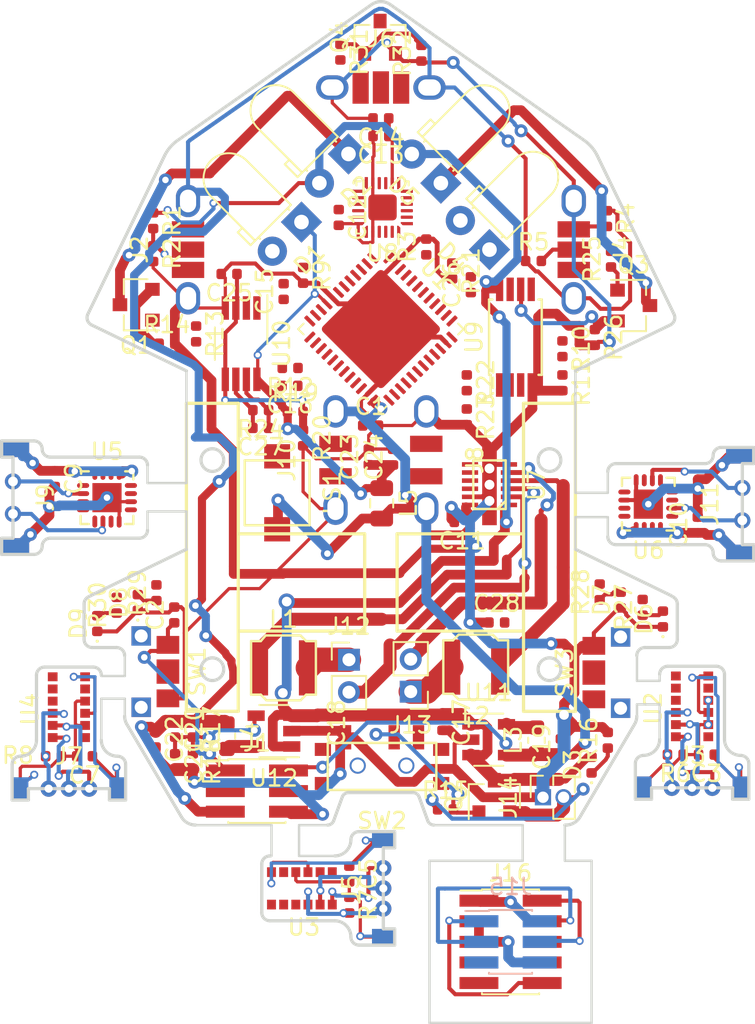
<source format=kicad_pcb>
(kicad_pcb (version 20171130) (host pcbnew "(5.0.1-3-g963ef8bb5)")
  (layers (0 F.Cu signal) (31 B.Cu signal) (34 B.Paste user) (35 F.Paste user) (36 B.SilkS user) (37 F.SilkS user) (38 B.Mask user) (39 F.Mask user) (44 Edge.Cuts user))
  (net 0 "")
  (net 1 GND)
  (net 2 "Net-(C1-Pad1)")
  (net 3 /MCU/NRST)
  (net 4 2.8V)
  (net 5 3.3V)
  (net 6 "Net-(C12-Pad1)")
  (net 7 "Net-(C15-Pad1)")
  (net 8 "Net-(C15-Pad2)")
  (net 9 /MCU/IR_ADC1)
  (net 10 BATT)
  (net 11 "Net-(C20-Pad2)")
  (net 12 3.3VA)
  (net 13 1.65V_REF)
  (net 14 "Net-(C26-Pad1)")
  (net 15 "Net-(C26-Pad2)")
  (net 16 /MCU/IR_ADC2)
  (net 17 /MCU/BUTTON)
  (net 18 "Net-(D2-Pad1)")
  (net 19 "Net-(D3-Pad1)")
  (net 20 "Net-(D5-Pad1)")
  (net 21 "Net-(D6-Pad2)")
  (net 22 "Net-(D7-Pad2)")
  (net 23 "Net-(D8-Pad2)")
  (net 24 "Net-(D9-Pad2)")
  (net 25 /MCU/SWCLK)
  (net 26 /MCU/SWDIO)
  (net 27 /MCU/TOF1_EN)
  (net 28 /MCU/TOF_SDA)
  (net 29 /MCU/TOF_SCL)
  (net 30 "Net-(J3-Pad3)")
  (net 31 "Net-(J3-Pad4)")
  (net 32 "Net-(J3-Pad2)")
  (net 33 /MCU/TOF2_EN)
  (net 34 "Net-(J5-Pad2)")
  (net 35 "Net-(J5-Pad4)")
  (net 36 "Net-(J5-Pad3)")
  (net 37 /MCU/TOF3_EN)
  (net 38 "Net-(J7-Pad3)")
  (net 39 "Net-(J7-Pad4)")
  (net 40 "Net-(J7-Pad2)")
  (net 41 /MCU/ENC1_B)
  (net 42 /MCU/ENC1_A)
  (net 43 "Net-(J9-Pad3)")
  (net 44 "Net-(J9-Pad2)")
  (net 45 /MCU/ENC2_A)
  (net 46 /MCU/ENC2_B)
  (net 47 "Net-(J11-Pad2)")
  (net 48 "Net-(J11-Pad3)")
  (net 49 "Net-(J12-Pad1)")
  (net 50 "Net-(J12-Pad2)")
  (net 51 "Net-(J13-Pad2)")
  (net 52 "Net-(J13-Pad1)")
  (net 53 "Net-(J14-Pad2)")
  (net 54 /converter/NRST)
  (net 55 /converter/SWCLK)
  (net 56 /converter/SWDIO)
  (net 57 "Net-(J16-Pad6)")
  (net 58 "Net-(J16-Pad7)")
  (net 59 "Net-(J16-Pad8)")
  (net 60 "Net-(J16-Pad9)")
  (net 61 "Net-(L1-Pad2)")
  (net 62 "Net-(L2-Pad2)")
  (net 63 "Net-(L3-Pad2)")
  (net 64 "Net-(L4-Pad2)")
  (net 65 "Net-(LS1-Pad2)")
  (net 66 "Net-(Q1-Pad2)")
  (net 67 "Net-(Q1-Pad1)")
  (net 68 "Net-(Q2-Pad1)")
  (net 69 "Net-(Q3-Pad1)")
  (net 70 "Net-(Q3-Pad2)")
  (net 71 "Net-(Q4-Pad1)")
  (net 72 /MCU/BATT_MONITOR)
  (net 73 "Net-(R3-Pad1)")
  (net 74 /MCU/IR_LED1)
  (net 75 "Net-(R10-Pad2)")
  (net 76 "Net-(R13-Pad2)")
  (net 77 "Net-(R22-Pad2)")
  (net 78 /MCU/IR_LED2)
  (net 79 "Net-(R25-Pad2)")
  (net 80 /MCU/LED1)
  (net 81 /MCU/LED2)
  (net 82 /MCU/LED3)
  (net 83 /MCU/LED4)
  (net 84 /MCU/SPEAKER)
  (net 85 "Net-(SW2-Pad3)")
  (net 86 "Net-(U1-Pad4)")
  (net 87 "Net-(U1-Pad5)")
  (net 88 "Net-(U1-Pad6)")
  (net 89 "Net-(U1-Pad28)")
  (net 90 /MCU/MOTOR11)
  (net 91 /MCU/MOTOR12)
  (net 92 /MCU/MOTOR21)
  (net 93 /MCU/MOTOR22)
  (net 94 /MCU/IMU_NSS)
  (net 95 /MCU/IMU_SCK)
  (net 96 /MCU/IMU_MISO)
  (net 97 /MCU/IMU_MOSI)
  (net 98 "Net-(U1-Pad42)")
  (net 99 "Net-(U1-Pad43)")
  (net 100 "Net-(U2-Pad1)")
  (net 101 "Net-(U2-Pad2)")
  (net 102 "Net-(U2-Pad3)")
  (net 103 "Net-(U2-Pad7)")
  (net 104 "Net-(U2-Pad11)")
  (net 105 "Net-(U3-Pad11)")
  (net 106 "Net-(U3-Pad7)")
  (net 107 "Net-(U3-Pad3)")
  (net 108 "Net-(U3-Pad2)")
  (net 109 "Net-(U3-Pad1)")
  (net 110 "Net-(U4-Pad1)")
  (net 111 "Net-(U4-Pad2)")
  (net 112 "Net-(U4-Pad3)")
  (net 113 "Net-(U4-Pad7)")
  (net 114 "Net-(U4-Pad11)")
  (net 115 "Net-(U5-Pad1)")
  (net 116 "Net-(U5-Pad3)")
  (net 117 "Net-(U5-Pad4)")
  (net 118 "Net-(U5-Pad5)")
  (net 119 "Net-(U5-Pad7)")
  (net 120 "Net-(U5-Pad9)")
  (net 121 "Net-(U5-Pad11)")
  (net 122 "Net-(U5-Pad12)")
  (net 123 "Net-(U5-Pad14)")
  (net 124 "Net-(U5-Pad15)")
  (net 125 "Net-(U5-Pad16)")
  (net 126 "Net-(U6-Pad16)")
  (net 127 "Net-(U6-Pad15)")
  (net 128 "Net-(U6-Pad14)")
  (net 129 "Net-(U6-Pad12)")
  (net 130 "Net-(U6-Pad11)")
  (net 131 "Net-(U6-Pad9)")
  (net 132 "Net-(U6-Pad7)")
  (net 133 "Net-(U6-Pad5)")
  (net 134 "Net-(U6-Pad4)")
  (net 135 "Net-(U6-Pad3)")
  (net 136 "Net-(U6-Pad1)")
  (net 137 "Net-(U8-Pad1)")
  (net 138 "Net-(U8-Pad2)")
  (net 139 "Net-(U8-Pad3)")
  (net 140 "Net-(U8-Pad4)")
  (net 141 "Net-(U8-Pad5)")
  (net 142 "Net-(U8-Pad6)")
  (net 143 "Net-(U8-Pad7)")
  (net 144 "Net-(U8-Pad12)")
  (net 145 "Net-(U8-Pad14)")
  (net 146 "Net-(U8-Pad15)")
  (net 147 "Net-(U8-Pad16)")
  (net 148 "Net-(U8-Pad17)")
  (net 149 "Net-(U8-Pad19)")
  (net 150 "Net-(U8-Pad21)")
  (net 151 /ToF1/2V8)
  (net 152 /ToF2/2V8)
  (net 153 /ToF3/2V8)
  (net 154 /ToF1/t_GND)
  (net 155 /ToF2/t_GND)
  (net 156 /ToF3/t_GND)
  (net 157 /encoder1/t_GND)
  (net 158 /encoder1/3V3)
  (net 159 /encoder2/3V3)
  (net 160 /encoder2/t_GND)
  (net 161 "Net-(J15-Pad5)")
  (net 162 /converter/3.3V)
  (net 163 /converter/t_GND)
  (module Resistor_SMD:R_0402_1005Metric (layer F.Cu) (at 138.07 102.41)
    (fp_text reference R14 (at 0 -1.17) (layer F.SilkS))
    (fp_text value "10 1/5W")
    (pad 1 smd roundrect (at -0.485 0) (size 0.59 0.64) (layers F.Cu F.Paste F.Mask) (net 66 "Net-(Q1-Pad2)"))
    (pad 2 smd roundrect (at 0.485 0) (size 0.59 0.64) (layers F.Cu F.Paste F.Mask) (net 1 GND))
  )
  (module LED_SMD:LED_0402_1005Metric (layer F.Cu) (at 136.27 118.375 90)
    (fp_text reference D8 (at 0 -1.17 90) (layer F.SilkS))
    (fp_text value LED3)
    (pad 1 smd roundrect (at -0.485 0 90) (size 0.59 0.64) (layers F.Cu F.Paste F.Mask) (net 1 GND))
    (pad 2 smd roundrect (at 0.485 0 90) (size 0.59 0.64) (layers F.Cu F.Paste F.Mask) (net 23 "Net-(D8-Pad2)"))
  )
  (module DRV8835:DRV8835 (layer F.Cu) (at 157.97 111.11 90)
    (fp_text reference U7 (at 0 2.9 90) (layer F.SilkS))
    (fp_text value DRV8835)
    (pad 13 smd rect (at 0 0 90) (size 5 0.9) (layers F.Cu F.Paste F.Mask) (net 1 GND))
    (pad 13 thru_hole circle (at 0 0 90) (size 0.6 0.6) (drill 0.6) (layers *.Cu *.Mask F.SilkS) (net 1 GND))
    (pad 1 smd rect (at -1.25 0.95 90) (size 0.28 1) (drill (offset 0 0.25)) (layers F.Cu F.Paste F.Mask) (net 10 BATT))
    (pad 13 thru_hole circle (at -1 0 90) (size 0.6 0.6) (drill 0.6) (layers *.Cu *.Mask F.SilkS) (net 1 GND))
    (pad 13 thru_hole circle (at 1 0 90) (size 0.6 0.6) (drill 0.6) (layers *.Cu *.Mask F.SilkS) (net 1 GND))
    (pad 2 smd rect (at -0.75 0.95 90) (size 0.28 1) (drill (offset 0 0.25)) (layers F.Cu F.Paste F.Mask) (net 61 "Net-(L1-Pad2)"))
    (pad 3 smd rect (at -0.25 0.95 90) (size 0.28 1) (drill (offset 0 0.25)) (layers F.Cu F.Paste F.Mask) (net 50 "Net-(J12-Pad2)"))
    (pad 4 smd rect (at 0.25 0.95 90) (size 0.28 1) (drill (offset 0 0.25)) (layers F.Cu F.Paste F.Mask) (net 62 "Net-(L2-Pad2)"))
    (pad 5 smd rect (at 0.75 0.95 90) (size 0.28 1) (drill (offset 0 0.25)) (layers F.Cu F.Paste F.Mask) (net 51 "Net-(J13-Pad2)"))
    (pad 6 smd rect (at 1.25 0.95 90) (size 0.28 1) (drill (offset 0 0.25)) (layers F.Cu F.Paste F.Mask) (net 1 GND))
    (pad 7 smd rect (at 1.25 -0.95 90) (size 0.28 1) (drill (offset 0 -0.25)) (layers F.Cu F.Paste F.Mask) (net 93 /MCU/MOTOR22))
    (pad 8 smd rect (at 0.75 -0.95 90) (size 0.28 1) (drill (offset 0 -0.25)) (layers F.Cu F.Paste F.Mask) (net 92 /MCU/MOTOR21))
    (pad 9 smd rect (at 0.25 -0.95 90) (size 0.28 1) (drill (offset 0 -0.25)) (layers F.Cu F.Paste F.Mask) (net 91 /MCU/MOTOR12))
    (pad 10 smd rect (at -0.25 -0.95 90) (size 0.28 1) (drill (offset 0 -0.25)) (layers F.Cu F.Paste F.Mask) (net 90 /MCU/MOTOR11))
    (pad 11 smd rect (at -0.75 -0.95 90) (size 0.28 1) (drill (offset 0 -0.25)) (layers F.Cu F.Paste F.Mask) (net 1 GND))
    (pad 12 smd rect (at -1.25 -0.95 90) (size 0.28 1) (drill (offset 0 -0.25)) (layers F.Cu F.Paste F.Mask) (net 5 3.3V))
  )
  (module SW_CUS-12B:SW_CUS-12B (layer F.Cu) (at 151.34 128.44)
    (fp_text reference SW2 (at 0 3.4) (layer F.SilkS))
    (fp_text value BATTERY_SW)
    (pad "" smd rect (at -3.65 -1) (size 1 0.8) (layers F.Cu F.Paste F.Mask))
    (pad "" smd rect (at -3.65 1.1) (size 1 0.8) (layers F.Cu F.Paste F.Mask))
    (pad "" smd rect (at 3.65 -1) (size 1 0.8) (layers F.Cu F.Paste F.Mask))
    (pad "" smd rect (at 3.65 1.1) (size 1 0.8) (layers F.Cu F.Paste F.Mask))
    (pad 1 smd rect (at -2.25 -1.75) (size 0.7 1.5) (layers F.Cu F.Paste F.Mask) (net 1 GND))
    (pad 2 smd rect (at 0.75 -1.75) (size 0.7 1.5) (layers F.Cu F.Paste F.Mask) (net 68 "Net-(Q2-Pad1)"))
    (pad 3 smd rect (at 2.25 -1.75) (size 0.7 1.5) (layers F.Cu F.Paste F.Mask) (net 85 "Net-(SW2-Pad3)"))
    (pad "" np_thru_hole circle (at 1.5 0) (size 1 1) (drill 0.762) (layers *.Cu *.Mask))
    (pad "" np_thru_hole circle (at -1.5 0) (size 1 1) (drill 0.762) (layers *.Cu *.Mask))
  )
  (module SIDE_SW:SIDE_SW (layer F.Cu) (at 165.41 122.699999 270)
    (fp_text reference SW3 (at 0 2.8 270) (layer F.SilkS))
    (fp_text value USER_SW)
    (pad "" thru_hole rect (at 2.2 -0.65 270) (size 1.2 1.2) (drill 0.8) (layers *.Cu *.Mask))
    (pad "" thru_hole rect (at -2.2 -0.649999 270) (size 1.2 1.2) (drill 0.8) (layers *.Cu *.Mask))
    (pad 2 smd rect (at -1.65 1 270) (size 1.1 1.4) (layers F.Cu F.Paste F.Mask) (net 1 GND))
    (pad 1 smd rect (at 1.65 1 270) (size 1.1 1.4) (layers F.Cu F.Paste F.Mask) (net 17 /MCU/BUTTON))
    (pad "" smd rect (at 0.000001 1 270) (size 1.5 1.4) (layers F.Cu F.Paste F.Mask))
  )
  (module Package_DFN_QFN:QFN-48-1EP_7x7mm_P0.5mm_EP5.3x5.3mm (layer F.Cu) (at 151.27 101.51 315)
    (fp_text reference U1 (at 0 -4.8 315) (layer F.SilkS))
    (fp_text value STM32F413C)
    (pad 49 smd roundrect (at 0 0 315) (size 5.3 5.3) (layers F.Cu F.Mask) (roundrect_rratio 0.04717) (net 1 GND))
    (pad 1 smd roundrect (at -3.45 -2.75 315) (size 0.8 0.25) (layers F.Cu F.Paste F.Mask) (net 5 3.3V))
    (pad 2 smd roundrect (at -3.45 -2.25 315) (size 0.8 0.25) (layers F.Cu F.Paste F.Mask) (net 74 /MCU/IR_LED1))
    (pad 3 smd roundrect (at -3.45 -1.749999 315) (size 0.8 0.25) (layers F.Cu F.Paste F.Mask) (net 78 /MCU/IR_LED2))
    (pad 4 smd roundrect (at -3.45 -1.25 315) (size 0.8 0.25) (layers F.Cu F.Paste F.Mask) (net 86 "Net-(U1-Pad4)"))
    (pad 5 smd roundrect (at -3.449999 -0.75 315) (size 0.8 0.25) (layers F.Cu F.Paste F.Mask) (net 87 "Net-(U1-Pad5)"))
    (pad 6 smd roundrect (at -3.45 -0.25 315) (size 0.8 0.25) (layers F.Cu F.Paste F.Mask) (net 88 "Net-(U1-Pad6)"))
    (pad 7 smd roundrect (at -3.45 0.25 315) (size 0.8 0.25) (layers F.Cu F.Paste F.Mask) (net 3 /MCU/NRST))
    (pad 8 smd roundrect (at -3.449999 0.75 315) (size 0.8 0.25) (layers F.Cu F.Paste F.Mask) (net 1 GND))
    (pad 9 smd roundrect (at -3.45 1.25 315) (size 0.8 0.25) (layers F.Cu F.Paste F.Mask) (net 12 3.3VA))
    (pad 10 smd roundrect (at -3.45 1.749999 315) (size 0.8 0.25) (layers F.Cu F.Paste F.Mask) (net 42 /MCU/ENC1_A))
    (pad 11 smd roundrect (at -3.45 2.25 315) (size 0.8 0.25) (layers F.Cu F.Paste F.Mask) (net 41 /MCU/ENC1_B))
    (pad 12 smd roundrect (at -3.45 2.75 315) (size 0.8 0.25) (layers F.Cu F.Paste F.Mask) (net 45 /MCU/ENC2_A))
    (pad 13 smd roundrect (at -2.75 3.45 315) (size 0.25 0.8) (layers F.Cu F.Paste F.Mask) (net 46 /MCU/ENC2_B))
    (pad 14 smd roundrect (at -2.25 3.45 315) (size 0.25 0.8) (layers F.Cu F.Paste F.Mask) (net 9 /MCU/IR_ADC1))
    (pad 15 smd roundrect (at -1.749999 3.45 315) (size 0.25 0.8) (layers F.Cu F.Paste F.Mask) (net 16 /MCU/IR_ADC2))
    (pad 16 smd roundrect (at -1.25 3.45 315) (size 0.25 0.8) (layers F.Cu F.Paste F.Mask) (net 84 /MCU/SPEAKER))
    (pad 17 smd roundrect (at -0.75 3.449999 315) (size 0.25 0.8) (layers F.Cu F.Paste F.Mask) (net 72 /MCU/BATT_MONITOR))
    (pad 18 smd roundrect (at -0.25 3.45 315) (size 0.25 0.8) (layers F.Cu F.Paste F.Mask) (net 80 /MCU/LED1))
    (pad 19 smd roundrect (at 0.25 3.45 315) (size 0.25 0.8) (layers F.Cu F.Paste F.Mask) (net 81 /MCU/LED2))
    (pad 20 smd roundrect (at 0.75 3.449999 315) (size 0.25 0.8) (layers F.Cu F.Paste F.Mask) (net 82 /MCU/LED3))
    (pad 21 smd roundrect (at 1.25 3.45 315) (size 0.25 0.8) (layers F.Cu F.Paste F.Mask) (net 83 /MCU/LED4))
    (pad 22 smd roundrect (at 1.749999 3.45 315) (size 0.25 0.8) (layers F.Cu F.Paste F.Mask) (net 2 "Net-(C1-Pad1)"))
    (pad 23 smd roundrect (at 2.25 3.45 315) (size 0.25 0.8) (layers F.Cu F.Paste F.Mask) (net 1 GND))
    (pad 24 smd roundrect (at 2.75 3.45 315) (size 0.25 0.8) (layers F.Cu F.Paste F.Mask) (net 5 3.3V))
    (pad 25 smd roundrect (at 3.45 2.75 315) (size 0.8 0.25) (layers F.Cu F.Paste F.Mask) (net 37 /MCU/TOF3_EN))
    (pad 26 smd roundrect (at 3.45 2.25 315) (size 0.8 0.25) (layers F.Cu F.Paste F.Mask) (net 33 /MCU/TOF2_EN))
    (pad 27 smd roundrect (at 3.45 1.749999 315) (size 0.8 0.25) (layers F.Cu F.Paste F.Mask) (net 27 /MCU/TOF1_EN))
    (pad 28 smd roundrect (at 3.45 1.25 315) (size 0.8 0.25) (layers F.Cu F.Paste F.Mask) (net 89 "Net-(U1-Pad28)"))
    (pad 29 smd roundrect (at 3.449999 0.75 315) (size 0.8 0.25) (layers F.Cu F.Paste F.Mask) (net 90 /MCU/MOTOR11))
    (pad 30 smd roundrect (at 3.45 0.25 315) (size 0.8 0.25) (layers F.Cu F.Paste F.Mask) (net 91 /MCU/MOTOR12))
    (pad 31 smd roundrect (at 3.45 -0.25 315) (size 0.8 0.25) (layers F.Cu F.Paste F.Mask) (net 92 /MCU/MOTOR21))
    (pad 32 smd roundrect (at 3.449999 -0.75 315) (size 0.8 0.25) (layers F.Cu F.Paste F.Mask) (net 93 /MCU/MOTOR22))
    (pad 33 smd roundrect (at 3.45 -1.25 315) (size 0.8 0.25) (layers F.Cu F.Paste F.Mask) (net 17 /MCU/BUTTON))
    (pad 34 smd roundrect (at 3.45 -1.749999 315) (size 0.8 0.25) (layers F.Cu F.Paste F.Mask) (net 26 /MCU/SWDIO))
    (pad 35 smd roundrect (at 3.45 -2.25 315) (size 0.8 0.25) (layers F.Cu F.Paste F.Mask) (net 1 GND))
    (pad 36 smd roundrect (at 3.45 -2.75 315) (size 0.8 0.25) (layers F.Cu F.Paste F.Mask) (net 5 3.3V))
    (pad 37 smd roundrect (at 2.75 -3.45 315) (size 0.25 0.8) (layers F.Cu F.Paste F.Mask) (net 25 /MCU/SWCLK))
    (pad 38 smd roundrect (at 2.25 -3.45 315) (size 0.25 0.8) (layers F.Cu F.Paste F.Mask) (net 94 /MCU/IMU_NSS))
    (pad 39 smd roundrect (at 1.749999 -3.45 315) (size 0.25 0.8) (layers F.Cu F.Paste F.Mask) (net 95 /MCU/IMU_SCK))
    (pad 40 smd roundrect (at 1.25 -3.45 315) (size 0.25 0.8) (layers F.Cu F.Paste F.Mask) (net 96 /MCU/IMU_MISO))
    (pad 41 smd roundrect (at 0.75 -3.449999 315) (size 0.25 0.8) (layers F.Cu F.Paste F.Mask) (net 97 /MCU/IMU_MOSI))
    (pad 42 smd roundrect (at 0.25 -3.45 315) (size 0.25 0.8) (layers F.Cu F.Paste F.Mask) (net 98 "Net-(U1-Pad42)"))
    (pad 43 smd roundrect (at -0.25 -3.45 315) (size 0.25 0.8) (layers F.Cu F.Paste F.Mask) (net 99 "Net-(U1-Pad43)"))
    (pad 44 smd roundrect (at -0.75 -3.449999 315) (size 0.25 0.8) (layers F.Cu F.Paste F.Mask) (net 73 "Net-(R3-Pad1)"))
    (pad 45 smd roundrect (at -1.25 -3.45 315) (size 0.25 0.8) (layers F.Cu F.Paste F.Mask) (net 29 /MCU/TOF_SCL))
    (pad 46 smd roundrect (at -1.749999 -3.45 315) (size 0.25 0.8) (layers F.Cu F.Paste F.Mask) (net 28 /MCU/TOF_SDA))
    (pad 47 smd roundrect (at -2.25 -3.45 315) (size 0.25 0.8) (layers F.Cu F.Paste F.Mask) (net 1 GND))
    (pad 48 smd roundrect (at -2.75 -3.45 315) (size 0.25 0.8) (layers F.Cu F.Paste F.Mask) (net 5 3.3V))
  )
  (module Capacitor_SMD:C_0402_1005Metric (layer F.Cu) (at 150.635 107.46)
    (fp_text reference C1 (at 0 -1.17) (layer F.SilkS))
    (fp_text value 2.2u)
    (pad 2 smd roundrect (at 0.485 0) (size 0.59 0.64) (layers F.Cu F.Paste F.Mask) (net 1 GND))
    (pad 1 smd roundrect (at -0.485 0) (size 0.59 0.64) (layers F.Cu F.Paste F.Mask) (net 2 "Net-(C1-Pad1)"))
  )
  (module Capacitor_SMD:C_0402_1005Metric (layer F.Cu) (at 138.52 119.145 90)
    (fp_text reference C2 (at 0 -1.17 90) (layer F.SilkS))
    (fp_text value 0.1u)
    (pad 1 smd roundrect (at -0.485 0 90) (size 0.59 0.64) (layers F.Cu F.Paste F.Mask) (net 3 /MCU/NRST))
    (pad 2 smd roundrect (at 0.485 0 90) (size 0.59 0.64) (layers F.Cu F.Paste F.Mask) (net 1 GND))
  )
  (module Capacitor_SMD:C_0402_1005Metric (layer F.Cu) (at 171.355 127.76 180)
    (fp_text reference C3 (at 0 -1.17 180) (layer F.SilkS))
    (fp_text value 4.7u)
    (pad 2 smd roundrect (at 0.485 0 180) (size 0.59 0.64) (layers F.Cu F.Paste F.Mask) (net 151 /ToF1/2V8))
    (pad 1 smd roundrect (at -0.485 0 180) (size 0.59 0.64) (layers F.Cu F.Paste F.Mask) (net 154 /ToF1/t_GND))
  )
  (module Capacitor_SMD:C_0402_1005Metric (layer F.Cu) (at 149.32 135.125 270)
    (fp_text reference C5 (at 0 -1.17 270) (layer F.SilkS))
    (fp_text value 4.7u)
    (pad 2 smd roundrect (at 0.485 0 270) (size 0.59 0.64) (layers F.Cu F.Paste F.Mask) (net 152 /ToF2/2V8))
    (pad 1 smd roundrect (at -0.485 0 270) (size 0.59 0.64) (layers F.Cu F.Paste F.Mask) (net 155 /ToF2/t_GND))
  )
  (module Capacitor_SMD:C_0402_1005Metric (layer F.Cu) (at 132.985 127.86 180)
    (fp_text reference C7 (at 0 -1.17 180) (layer F.SilkS))
    (fp_text value 4.7u)
    (pad 2 smd roundrect (at 0.485 0 180) (size 0.59 0.64) (layers F.Cu F.Paste F.Mask) (net 153 /ToF3/2V8))
    (pad 1 smd roundrect (at -0.485 0 180) (size 0.59 0.64) (layers F.Cu F.Paste F.Mask) (net 156 /ToF3/t_GND))
  )
  (module Capacitor_SMD:C_0402_1005Metric (layer F.Cu) (at 131.15 110.74 270)
    (fp_text reference C9 (at 0 -1.17 270) (layer F.SilkS))
    (fp_text value 1u)
    (pad 2 smd roundrect (at 0.485 0 270) (size 0.59 0.64) (layers F.Cu F.Paste F.Mask) (net 157 /encoder1/t_GND))
    (pad 1 smd roundrect (at -0.485 0 270) (size 0.59 0.64) (layers F.Cu F.Paste F.Mask) (net 158 /encoder1/3V3))
  )
  (module Capacitor_SMD:C_0402_1005Metric (layer F.Cu) (at 170.82 113.595 90)
    (fp_text reference C10 (at 0 -1.17 90) (layer F.SilkS))
    (fp_text value 1u)
    (pad 1 smd roundrect (at -0.485 0 90) (size 0.59 0.64) (layers F.Cu F.Paste F.Mask) (net 159 /encoder2/3V3))
    (pad 2 smd roundrect (at 0.485 0 90) (size 0.59 0.64) (layers F.Cu F.Paste F.Mask) (net 160 /encoder2/t_GND))
  )
  (module Capacitor_SMD:C_0402_1005Metric (layer F.Cu) (at 156.285 113.41 180)
    (fp_text reference C11 (at 0 -1.17 180) (layer F.SilkS))
    (fp_text value 0.1u)
    (pad 2 smd roundrect (at 0.485 0 180) (size 0.59 0.64) (layers F.Cu F.Paste F.Mask) (net 1 GND))
    (pad 1 smd roundrect (at -0.485 0 180) (size 0.59 0.64) (layers F.Cu F.Paste F.Mask) (net 5 3.3V))
  )
  (module Capacitor_SMD:C_0402_1005Metric (layer F.Cu) (at 148.67 94.625 270)
    (fp_text reference C12 (at 0 -1.17 270) (layer F.SilkS))
    (fp_text value 0.1u)
    (pad 2 smd roundrect (at 0.485 0 270) (size 0.59 0.64) (layers F.Cu F.Paste F.Mask) (net 1 GND))
    (pad 1 smd roundrect (at -0.485 0 270) (size 0.59 0.64) (layers F.Cu F.Paste F.Mask) (net 6 "Net-(C12-Pad1)"))
  )
  (module Capacitor_SMD:C_0402_1005Metric (layer F.Cu) (at 151.27 89.61 180)
    (fp_text reference C13 (at 0 -1.17 180) (layer F.SilkS))
    (fp_text value 0.1u)
    (pad 1 smd roundrect (at -0.485 0 180) (size 0.59 0.64) (layers F.Cu F.Paste F.Mask) (net 5 3.3V))
    (pad 2 smd roundrect (at 0.485 0 180) (size 0.59 0.64) (layers F.Cu F.Paste F.Mask) (net 1 GND))
  )
  (module Capacitor_SMD:C_0402_1005Metric (layer F.Cu) (at 151.27 88.51 180)
    (fp_text reference C14 (at 0 -1.17 180) (layer F.SilkS))
    (fp_text value 0.01u)
    (pad 2 smd roundrect (at 0.485 0 180) (size 0.59 0.64) (layers F.Cu F.Paste F.Mask) (net 1 GND))
    (pad 1 smd roundrect (at -0.485 0 180) (size 0.59 0.64) (layers F.Cu F.Paste F.Mask) (net 5 3.3V))
  )
  (module Capacitor_SMD:C_0402_1005Metric (layer F.Cu) (at 145.27 99.195 90)
    (fp_text reference C15 (at 0 -1.17 90) (layer F.SilkS))
    (fp_text value 0.01u)
    (pad 1 smd roundrect (at -0.485 0 90) (size 0.59 0.64) (layers F.Cu F.Paste F.Mask) (net 7 "Net-(C15-Pad1)"))
    (pad 2 smd roundrect (at 0.485 0 90) (size 0.59 0.64) (layers F.Cu F.Paste F.Mask) (net 8 "Net-(C15-Pad2)"))
  )
  (module Capacitor_SMD:C_0402_1005Metric (layer F.Cu) (at 145.655 105.01 180)
    (fp_text reference C16 (at 0 -1.17 180) (layer F.SilkS))
    (fp_text value 22p)
    (pad 1 smd roundrect (at -0.485 0 180) (size 0.59 0.64) (layers F.Cu F.Paste F.Mask) (net 9 /MCU/IR_ADC1))
    (pad 2 smd roundrect (at 0.485 0 180) (size 0.59 0.64) (layers F.Cu F.Paste F.Mask) (net 7 "Net-(C15-Pad1)"))
  )
  (module Capacitor_SMD:C_0402_1005Metric (layer F.Cu) (at 155.07 125.775 270)
    (fp_text reference C17 (at 0 -1.17 270) (layer F.SilkS))
    (fp_text value 4.7u)
    (pad 1 smd roundrect (at -0.485 0 270) (size 0.59 0.64) (layers F.Cu F.Paste F.Mask) (net 10 BATT))
    (pad 2 smd roundrect (at 0.485 0 270) (size 0.59 0.64) (layers F.Cu F.Paste F.Mask) (net 1 GND))
  )
  (module Capacitor_SMD:C_0402_1005Metric (layer F.Cu) (at 147.37 125.805 270)
    (fp_text reference C18 (at 0 -1.17 270) (layer F.SilkS))
    (fp_text value 4.7u)
    (pad 1 smd roundrect (at -0.485 0 270) (size 0.59 0.64) (layers F.Cu F.Paste F.Mask) (net 10 BATT))
    (pad 2 smd roundrect (at 0.485 0 270) (size 0.59 0.64) (layers F.Cu F.Paste F.Mask) (net 1 GND))
  )
  (module Capacitor_SMD:C_0402_1005Metric (layer F.Cu) (at 162.37 127.275 90)
    (fp_text reference C19 (at 0 -1.17 90) (layer F.SilkS))
    (fp_text value 10u)
    (pad 2 smd roundrect (at 0.485 0 90) (size 0.59 0.64) (layers F.Cu F.Paste F.Mask) (net 1 GND))
    (pad 1 smd roundrect (at -0.485 0 90) (size 0.59 0.64) (layers F.Cu F.Paste F.Mask) (net 5 3.3V))
  )
  (module Capacitor_SMD:C_0402_1005Metric (layer F.Cu) (at 138.57 126.195 270)
    (fp_text reference C20 (at 0 -1.17 270) (layer F.SilkS))
    (fp_text value 24p)
    (pad 2 smd roundrect (at 0.485 0 270) (size 0.59 0.64) (layers F.Cu F.Paste F.Mask) (net 11 "Net-(C20-Pad2)"))
    (pad 1 smd roundrect (at -0.485 0 270) (size 0.59 0.64) (layers F.Cu F.Paste F.Mask) (net 4 2.8V))
  )
  (module Capacitor_SMD:C_0402_1005Metric (layer F.Cu) (at 138.57 128.195 270)
    (fp_text reference C21 (at 0 -1.17 270) (layer F.SilkS))
    (fp_text value 110p)
    (pad 2 smd roundrect (at 0.485 0 270) (size 0.59 0.64) (layers F.Cu F.Paste F.Mask) (net 1 GND))
    (pad 1 smd roundrect (at -0.485 0 270) (size 0.59 0.64) (layers F.Cu F.Paste F.Mask) (net 11 "Net-(C20-Pad2)"))
  )
  (module Capacitor_SMD:C_0402_1005Metric (layer F.Cu) (at 137.37 126.81 270)
    (fp_text reference C22 (at 0 -1.17 270) (layer F.SilkS))
    (fp_text value 10u)
    (pad 1 smd roundrect (at -0.485 0 270) (size 0.59 0.64) (layers F.Cu F.Paste F.Mask) (net 4 2.8V))
    (pad 2 smd roundrect (at 0.485 0 270) (size 0.59 0.64) (layers F.Cu F.Paste F.Mask) (net 1 GND))
  )
  (module Capacitor_SMD:C_0402_1005Metric (layer F.Cu) (at 150.52 109.395 90)
    (fp_text reference C23 (at 0 -1.17 90) (layer F.SilkS))
    (fp_text value 10u)
    (pad 2 smd roundrect (at 0.485 0 90) (size 0.59 0.64) (layers F.Cu F.Paste F.Mask) (net 1 GND))
    (pad 1 smd roundrect (at -0.485 0 90) (size 0.59 0.64) (layers F.Cu F.Paste F.Mask) (net 12 3.3VA))
  )
  (module Capacitor_SMD:C_0402_1005Metric (layer F.Cu) (at 152.02 109.41 90)
    (fp_text reference C24 (at 0 -1.17 90) (layer F.SilkS))
    (fp_text value 0.1u)
    (pad 2 smd roundrect (at 0.485 0 90) (size 0.59 0.64) (layers F.Cu F.Paste F.Mask) (net 1 GND))
    (pad 1 smd roundrect (at -0.485 0 90) (size 0.59 0.64) (layers F.Cu F.Paste F.Mask) (net 12 3.3VA))
  )
  (module Capacitor_SMD:C_0402_1005Metric (layer F.Cu) (at 141.905 98.11 180)
    (fp_text reference C25 (at 0 -1.17 180) (layer F.SilkS))
    (fp_text value 0.1u)
    (pad 1 smd roundrect (at -0.485 0 180) (size 0.59 0.64) (layers F.Cu F.Paste F.Mask) (net 13 1.65V_REF))
    (pad 2 smd roundrect (at 0.485 0 180) (size 0.59 0.64) (layers F.Cu F.Paste F.Mask) (net 1 GND))
  )
  (module Capacitor_SMD:C_0402_1005Metric (layer F.Cu) (at 156.82 98.775 90)
    (fp_text reference C26 (at 0 -1.17 90) (layer F.SilkS))
    (fp_text value 0.01u)
    (pad 1 smd roundrect (at -0.485 0 90) (size 0.59 0.64) (layers F.Cu F.Paste F.Mask) (net 14 "Net-(C26-Pad1)"))
    (pad 2 smd roundrect (at 0.485 0 90) (size 0.59 0.64) (layers F.Cu F.Paste F.Mask) (net 15 "Net-(C26-Pad2)"))
  )
  (module Capacitor_SMD:C_0402_1005Metric (layer F.Cu) (at 143.855 107.61 180)
    (fp_text reference C27 (at 0 -1.17 180) (layer F.SilkS))
    (fp_text value 22p)
    (pad 2 smd roundrect (at 0.485 0 180) (size 0.59 0.64) (layers F.Cu F.Paste F.Mask) (net 14 "Net-(C26-Pad1)"))
    (pad 1 smd roundrect (at -0.485 0 180) (size 0.59 0.64) (layers F.Cu F.Paste F.Mask) (net 16 /MCU/IR_ADC2))
  )
  (module Capacitor_SMD:C_0402_1005Metric (layer F.Cu) (at 158.42 119.61)
    (fp_text reference C28 (at 0 -1.17) (layer F.SilkS))
    (fp_text value 0.1u)
    (pad 1 smd roundrect (at -0.485 0) (size 0.59 0.64) (layers F.Cu F.Paste F.Mask) (net 1 GND))
    (pad 2 smd roundrect (at 0.485 0) (size 0.59 0.64) (layers F.Cu F.Paste F.Mask) (net 17 /MCU/BUTTON))
  )
  (module LED_THT:LED_D3.0mm_Horizontal_O1.27mm_Z2.0mm (layer F.Cu) (at 146.37 94.91 225)
    (fp_text reference D1 (at 1.27 -1.96 225) (layer F.SilkS))
    (fp_text value SFH229FA)
    (pad 2 thru_hole circle (at 2.54 0 225) (size 1.8 1.8) (drill 0.9) (layers *.Cu *.Mask) (net 8 "Net-(C15-Pad2)"))
    (pad 1 thru_hole rect (at 0 0 225) (size 1.8 1.8) (drill 0.9) (layers *.Cu *.Mask) (net 12 3.3VA))
  )
  (module LED_THT:LED_D3.0mm_Horizontal_O1.27mm_Z2.0mm (layer F.Cu) (at 149.27 90.71 225)
    (fp_text reference D2 (at 1.27 -1.96 225) (layer F.SilkS))
    (fp_text value OSCI5FU3A11C)
    (pad 1 thru_hole rect (at 0 0 225) (size 1.8 1.8) (drill 0.9) (layers *.Cu *.Mask) (net 18 "Net-(D2-Pad1)"))
    (pad 2 thru_hole circle (at 2.54 0 225) (size 1.8 1.8) (drill 0.9) (layers *.Cu *.Mask) (net 10 BATT))
  )
  (module LED_SMD:LED_0402_1005Metric (layer F.Cu) (at 164.27 128.405 90)
    (fp_text reference D3 (at 0 -1.17 90) (layer F.SilkS))
    (fp_text value BAT_LED)
    (pad 1 smd roundrect (at -0.485 0 90) (size 0.59 0.64) (layers F.Cu F.Paste F.Mask) (net 19 "Net-(D3-Pad1)"))
    (pad 2 smd roundrect (at 0.485 0 90) (size 0.59 0.64) (layers F.Cu F.Paste F.Mask) (net 10 BATT))
  )
  (module LED_THT:LED_D3.0mm_Horizontal_O1.27mm_Z2.0mm (layer F.Cu) (at 157.97 96.61 135)
    (fp_text reference D4 (at 1.27 -1.96 135) (layer F.SilkS))
    (fp_text value SFH229FA)
    (pad 1 thru_hole rect (at 0 0 135) (size 1.8 1.8) (drill 0.9) (layers *.Cu *.Mask) (net 12 3.3VA))
    (pad 2 thru_hole circle (at 2.54 0 135) (size 1.8 1.8) (drill 0.9) (layers *.Cu *.Mask) (net 15 "Net-(C26-Pad2)"))
  )
  (module LED_THT:LED_D3.0mm_Horizontal_O1.27mm_Z2.0mm (layer F.Cu) (at 154.97 92.51 135)
    (fp_text reference D5 (at 1.27 -1.96 135) (layer F.SilkS))
    (fp_text value OSCI5FU3A11C)
    (pad 2 thru_hole circle (at 2.54 0 135) (size 1.8 1.8) (drill 0.9) (layers *.Cu *.Mask) (net 10 BATT))
    (pad 1 thru_hole rect (at 0 0 135) (size 1.8 1.8) (drill 0.9) (layers *.Cu *.Mask) (net 20 "Net-(D5-Pad1)"))
  )
  (module LED_SMD:LED_0402_1005Metric (layer F.Cu) (at 168.67 119.395 90)
    (fp_text reference D6 (at 0 -1.17 90) (layer F.SilkS))
    (fp_text value LED1)
    (pad 1 smd roundrect (at -0.485 0 90) (size 0.59 0.64) (layers F.Cu F.Paste F.Mask) (net 1 GND))
    (pad 2 smd roundrect (at 0.485 0 90) (size 0.59 0.64) (layers F.Cu F.Paste F.Mask) (net 21 "Net-(D6-Pad2)"))
  )
  (module LED_SMD:LED_0402_1005Metric (layer F.Cu) (at 166.07 118.225 90)
    (fp_text reference D7 (at 0 -1.17 90) (layer F.SilkS))
    (fp_text value LED2)
    (pad 2 smd roundrect (at 0.485 0 90) (size 0.59 0.64) (layers F.Cu F.Paste F.Mask) (net 22 "Net-(D7-Pad2)"))
    (pad 1 smd roundrect (at -0.485 0 90) (size 0.59 0.64) (layers F.Cu F.Paste F.Mask) (net 1 GND))
  )
  (module LED_SMD:LED_0402_1005Metric (layer F.Cu) (at 133.77 119.675 90)
    (fp_text reference D9 (at 0 -1.17 90) (layer F.SilkS))
    (fp_text value LED4)
    (pad 2 smd roundrect (at 0.485 0 90) (size 0.59 0.64) (layers F.Cu F.Paste F.Mask) (net 24 "Net-(D9-Pad2)"))
    (pad 1 smd roundrect (at -0.485 0 90) (size 0.59 0.64) (layers F.Cu F.Paste F.Mask) (net 1 GND))
  )
  (module Connector_PinHeader_1.27mm:PinHeader_2x03_P1.27mm_Vertical_SMD (layer F.Cu) (at 143.62 130.01)
    (fp_text reference J1 (at 0 -2.965) (layer F.SilkS))
    (fp_text value DEBUGGER)
    (pad 1 smd rect (at -1.95 -1.27) (size 2.4 0.74) (layers F.Cu F.Paste F.Mask) (net 3 /MCU/NRST))
    (pad 2 smd rect (at 1.95 -1.27) (size 2.4 0.74) (layers F.Cu F.Paste F.Mask) (net 5 3.3V))
    (pad 3 smd rect (at -1.95 0) (size 2.4 0.74) (layers F.Cu F.Paste F.Mask) (net 25 /MCU/SWCLK))
    (pad 4 smd rect (at 1.95 0) (size 2.4 0.74) (layers F.Cu F.Paste F.Mask) (net 26 /MCU/SWDIO))
    (pad 5 smd rect (at -1.95 1.27) (size 2.4 0.74) (layers F.Cu F.Paste F.Mask) (net 4 2.8V))
    (pad 6 smd rect (at 1.95 1.27) (size 2.4 0.74) (layers F.Cu F.Paste F.Mask) (net 1 GND))
  )
  (module TOF_BOARD:TOF_SLAVE (layer F.Cu) (at 170.47 129.81)
    (fp_text reference J3 (at 0 -2) (layer F.SilkS))
    (fp_text value TOF_SLAVE)
    (pad 1 smd rect (at -3 0) (size 1 1.4) (layers F.Cu F.Paste F.Mask) (net 151 /ToF1/2V8))
    (pad 5 smd rect (at 3 0) (size 1 1.4) (layers F.Cu F.Paste F.Mask) (net 154 /ToF1/t_GND))
    (pad 5 smd rect (at 3 0) (size 1 1.4) (layers B.Cu F.Paste F.Mask) (net 154 /ToF1/t_GND))
    (pad 1 smd rect (at -3 0) (size 1 1.4) (layers B.Cu F.Paste F.Mask) (net 151 /ToF1/2V8))
    (pad 3 thru_hole circle (at 0 0) (size 1 1) (drill 0.5) (layers *.Cu *.Mask) (net 30 "Net-(J3-Pad3)"))
    (pad 4 thru_hole circle (at 1.25 0) (size 1 1) (drill 0.5) (layers *.Cu *.Mask) (net 31 "Net-(J3-Pad4)"))
    (pad 2 thru_hole circle (at -1.25 0) (size 1 1) (drill 0.5) (layers *.Cu *.Mask) (net 32 "Net-(J3-Pad2)"))
  )
  (module TOF_BOARD:TOF_SLAVE (layer F.Cu) (at 151.42 136.01 90)
    (fp_text reference J5 (at 0 -2 90) (layer F.SilkS))
    (fp_text value TOF_SLAVE)
    (pad 2 thru_hole circle (at -1.25 0 90) (size 1 1) (drill 0.5) (layers *.Cu *.Mask) (net 34 "Net-(J5-Pad2)"))
    (pad 4 thru_hole circle (at 1.25 0 90) (size 1 1) (drill 0.5) (layers *.Cu *.Mask) (net 35 "Net-(J5-Pad4)"))
    (pad 3 thru_hole circle (at 0 0 90) (size 1 1) (drill 0.5) (layers *.Cu *.Mask) (net 36 "Net-(J5-Pad3)"))
    (pad 1 smd rect (at -3 0 90) (size 1 1.4) (layers B.Cu F.Paste F.Mask) (net 152 /ToF2/2V8))
    (pad 5 smd rect (at 3 0 90) (size 1 1.4) (layers B.Cu F.Paste F.Mask) (net 155 /ToF2/t_GND))
    (pad 5 smd rect (at 3 0 90) (size 1 1.4) (layers F.Cu F.Paste F.Mask) (net 155 /ToF2/t_GND))
    (pad 1 smd rect (at -3 0 90) (size 1 1.4) (layers F.Cu F.Paste F.Mask) (net 152 /ToF2/2V8))
  )
  (module TOF_BOARD:TOF_SLAVE (layer F.Cu) (at 132.02 129.86)
    (fp_text reference J7 (at 0 -2) (layer F.SilkS))
    (fp_text value TOF_SLAVE)
    (pad 1 smd rect (at -3 0) (size 1 1.4) (layers F.Cu F.Paste F.Mask) (net 153 /ToF3/2V8))
    (pad 5 smd rect (at 3 0) (size 1 1.4) (layers F.Cu F.Paste F.Mask) (net 156 /ToF3/t_GND))
    (pad 5 smd rect (at 3 0) (size 1 1.4) (layers B.Cu F.Paste F.Mask) (net 156 /ToF3/t_GND))
    (pad 1 smd rect (at -3 0) (size 1 1.4) (layers B.Cu F.Paste F.Mask) (net 153 /ToF3/2V8))
    (pad 3 thru_hole circle (at 0 0) (size 1 1) (drill 0.5) (layers *.Cu *.Mask) (net 38 "Net-(J7-Pad3)"))
    (pad 4 thru_hole circle (at 1.25 0) (size 1 1) (drill 0.5) (layers *.Cu *.Mask) (net 39 "Net-(J7-Pad4)"))
    (pad 2 thru_hole circle (at -1.25 0) (size 1 1) (drill 0.5) (layers *.Cu *.Mask) (net 40 "Net-(J7-Pad2)"))
  )
  (module Connector_PinHeader_2.00mm:PinHeader_1x02_P2.00mm_Vertical (layer F.Cu) (at 149.3 121.908)
    (fp_text reference J12 (at 0 -2.06) (layer F.SilkS))
    (fp_text value MOTOR1)
    (pad 1 thru_hole rect (at 0 0) (size 1.35 1.35) (drill 0.8) (layers *.Cu *.Mask) (net 49 "Net-(J12-Pad1)"))
    (pad 2 thru_hole oval (at 0 2) (size 1.35 1.35) (drill 0.8) (layers *.Cu *.Mask) (net 50 "Net-(J12-Pad2)"))
  )
  (module Connector_PinHeader_2.00mm:PinHeader_1x02_P2.00mm_Vertical (layer F.Cu) (at 153.11 123.876 180)
    (fp_text reference J13 (at 0 -2.06 180) (layer F.SilkS))
    (fp_text value MOTOR2)
    (pad 2 thru_hole oval (at 0 2 180) (size 1.35 1.35) (drill 0.8) (layers *.Cu *.Mask) (net 51 "Net-(J13-Pad2)"))
    (pad 1 thru_hole rect (at 0 0 180) (size 1.35 1.35) (drill 0.8) (layers *.Cu *.Mask) (net 52 "Net-(J13-Pad1)"))
  )
  (module Connector_PinSocket_1.27mm:PinSocket_1x02_P1.27mm_Vertical (layer F.Cu) (at 161.27 130.39 90)
    (fp_text reference J14 (at 0 -2.135 90) (layer F.SilkS))
    (fp_text value BATT)
    (pad 1 thru_hole rect (at 0 0 90) (size 1 1) (drill 0.7) (layers *.Cu *.Mask) (net 1 GND))
    (pad 2 thru_hole oval (at 0 1.27 90) (size 1 1) (drill 0.7) (layers *.Cu *.Mask) (net 53 "Net-(J14-Pad2)"))
  )
  (module Connector_PinSocket_1.27mm:PinSocket_2x03_P1.27mm_Vertical_SMD (layer B.Cu) (at 159.27 139.31 180)
    (fp_text reference J15 (at 0 3.405 180) (layer B.SilkS) (effects (justify mirror)))
    (fp_text value DEBUGGER_CONN)
    (pad 1 smd rect (at 1.8 1.27 180) (size 2.1 0.75) (layers B.Cu B.Paste B.Mask) (net 54 /converter/NRST))
    (pad 2 smd rect (at -1.8 1.27 180) (size 2.1 0.75) (layers B.Cu B.Paste B.Mask) (net 162 /converter/3.3V))
    (pad 3 smd rect (at 1.8 0 180) (size 2.1 0.75) (layers B.Cu B.Paste B.Mask) (net 55 /converter/SWCLK))
    (pad 4 smd rect (at -1.8 0 180) (size 2.1 0.75) (layers B.Cu B.Paste B.Mask) (net 56 /converter/SWDIO))
    (pad 5 smd rect (at 1.8 -1.27 180) (size 2.1 0.75) (layers B.Cu B.Paste B.Mask) (net 161 "Net-(J15-Pad5)"))
    (pad 6 smd rect (at -1.8 -1.27 180) (size 2.1 0.75) (layers B.Cu B.Paste B.Mask) (net 163 /converter/t_GND))
  )
  (module Connector_PinHeader_1.27mm:PinHeader_2x05_P1.27mm_Vertical_SMD (layer F.Cu) (at 159.27 139.31)
    (fp_text reference J16 (at 0 -4.235) (layer F.SilkS))
    (fp_text value JLink_Conn)
    (pad 1 smd rect (at -1.95 -2.54) (size 2.4 0.74) (layers F.Cu F.Paste F.Mask) (net 162 /converter/3.3V))
    (pad 2 smd rect (at 1.95 -2.54) (size 2.4 0.74) (layers F.Cu F.Paste F.Mask) (net 56 /converter/SWDIO))
    (pad 3 smd rect (at -1.95 -1.27) (size 2.4 0.74) (layers F.Cu F.Paste F.Mask) (net 163 /converter/t_GND))
    (pad 4 smd rect (at 1.95 -1.27) (size 2.4 0.74) (layers F.Cu F.Paste F.Mask) (net 55 /converter/SWCLK))
    (pad 5 smd rect (at -1.95 0) (size 2.4 0.74) (layers F.Cu F.Paste F.Mask) (net 163 /converter/t_GND))
    (pad 6 smd rect (at 1.95 0) (size 2.4 0.74) (layers F.Cu F.Paste F.Mask) (net 57 "Net-(J16-Pad6)"))
    (pad 7 smd rect (at -1.95 1.27) (size 2.4 0.74) (layers F.Cu F.Paste F.Mask) (net 58 "Net-(J16-Pad7)"))
    (pad 8 smd rect (at 1.95 1.27) (size 2.4 0.74) (layers F.Cu F.Paste F.Mask) (net 59 "Net-(J16-Pad8)"))
    (pad 9 smd rect (at -1.95 2.54) (size 2.4 0.74) (layers F.Cu F.Paste F.Mask) (net 60 "Net-(J16-Pad9)"))
    (pad 10 smd rect (at 1.95 2.54) (size 2.4 0.74) (layers F.Cu F.Paste F.Mask) (net 54 /converter/NRST))
  )
  (module Inductor_SMD:L_0603_1608Metric (layer F.Cu) (at 160.87 126.8775 90)
    (fp_text reference L3 (at 0 -1.43 90) (layer F.SilkS))
    (fp_text value 10u)
    (pad 1 smd roundrect (at -0.7875 0 90) (size 0.875 0.95) (layers F.Cu F.Paste F.Mask) (net 5 3.3V))
    (pad 2 smd roundrect (at 0.7875 0 90) (size 0.875 0.95) (layers F.Cu F.Paste F.Mask) (net 63 "Net-(L3-Pad2)"))
  )
  (module Inductor_SMD:L_0603_1608Metric (layer F.Cu) (at 141.77 126.6225 270)
    (fp_text reference L4 (at 0 -1.43 270) (layer F.SilkS))
    (fp_text value 10u)
    (pad 2 smd roundrect (at 0.7875 0 270) (size 0.875 0.95) (layers F.Cu F.Paste F.Mask) (net 64 "Net-(L4-Pad2)"))
    (pad 1 smd roundrect (at -0.7875 0 270) (size 0.875 0.95) (layers F.Cu F.Paste F.Mask) (net 4 2.8V))
  )
  (module Inductor_SMD:L_0805_2012Metric (layer F.Cu) (at 151.32 112.26 270)
    (fp_text reference L5 (at 0 -1.65 270) (layer F.SilkS))
    (fp_text value 100u)
    (pad 1 smd roundrect (at -0.9375 0 270) (size 0.975 1.4) (layers F.Cu F.Paste F.Mask) (net 12 3.3VA))
    (pad 2 smd roundrect (at 0.9375 0 270) (size 0.975 1.4) (layers F.Cu F.Paste F.Mask) (net 5 3.3V))
  )
  (module SMT-0440-S-R:SMT-0440-S-R (layer F.Cu) (at 144.87 111.61 90)
    (fp_text reference LS1 (at 0 3.4 90) (layer F.SilkS))
    (fp_text value SMT-0440-S-R)
    (pad 1 smd rect (at -2.25 0 90) (size 1.5 1.6) (layers F.Cu F.Paste F.Mask) (net 5 3.3V))
    (pad 2 smd rect (at 2.25 0 90) (size 1.5 1.6) (layers F.Cu F.Paste F.Mask) (net 65 "Net-(LS1-Pad2)"))
  )
  (module Package_TO_SOT_SMD:SOT-23 (layer F.Cu) (at 136.17 100.01 180)
    (fp_text reference Q1 (at 0 -2.5 180) (layer F.SilkS))
    (fp_text value IRFML8244)
    (pad 3 smd rect (at 1 0 180) (size 0.9 0.8) (layers F.Cu F.Paste F.Mask) (net 18 "Net-(D2-Pad1)"))
    (pad 2 smd rect (at -1 0.95 180) (size 0.9 0.8) (layers F.Cu F.Paste F.Mask) (net 66 "Net-(Q1-Pad2)"))
    (pad 1 smd rect (at -1 -0.95 180) (size 0.9 0.8) (layers F.Cu F.Paste F.Mask) (net 67 "Net-(Q1-Pad1)"))
  )
  (module Package_TO_SOT_SMD:SOT-23 (layer F.Cu) (at 158.27 130.34 90)
    (fp_text reference Q2 (at 0 -2.5 90) (layer F.SilkS))
    (fp_text value IRLML6402)
    (pad 1 smd rect (at -1 -0.95 90) (size 0.9 0.8) (layers F.Cu F.Paste F.Mask) (net 68 "Net-(Q2-Pad1)"))
    (pad 2 smd rect (at -1 0.95 90) (size 0.9 0.8) (layers F.Cu F.Paste F.Mask) (net 53 "Net-(J14-Pad2)"))
    (pad 3 smd rect (at 1 0 90) (size 0.9 0.8) (layers F.Cu F.Paste F.Mask) (net 10 BATT))
  )
  (module Package_TO_SOT_SMD:SOT-23 (layer F.Cu) (at 166.87 100.06)
    (fp_text reference Q3 (at 0 -2.5) (layer F.SilkS))
    (fp_text value IRFML8244)
    (pad 1 smd rect (at -1 -0.95) (size 0.9 0.8) (layers F.Cu F.Paste F.Mask) (net 69 "Net-(Q3-Pad1)"))
    (pad 2 smd rect (at -1 0.95) (size 0.9 0.8) (layers F.Cu F.Paste F.Mask) (net 70 "Net-(Q3-Pad2)"))
    (pad 3 smd rect (at 1 0) (size 0.9 0.8) (layers F.Cu F.Paste F.Mask) (net 20 "Net-(D5-Pad1)"))
  )
  (module Package_TO_SOT_SMD:SOT-23 (layer F.Cu) (at 151.22 83.51 90)
    (fp_text reference Q4 (at 0 -2.5 90) (layer F.SilkS))
    (fp_text value IRFML8244)
    (pad 3 smd rect (at 1 0 90) (size 0.9 0.8) (layers F.Cu F.Paste F.Mask) (net 65 "Net-(LS1-Pad2)"))
    (pad 2 smd rect (at -1 0.95 90) (size 0.9 0.8) (layers F.Cu F.Paste F.Mask) (net 1 GND))
    (pad 1 smd rect (at -1 -0.95 90) (size 0.9 0.8) (layers F.Cu F.Paste F.Mask) (net 71 "Net-(Q4-Pad1)"))
  )
  (module Resistor_SMD:R_0402_1005Metric (layer F.Cu) (at 137.22 94.825 270)
    (fp_text reference R1 (at 0 -1.17 270) (layer F.SilkS))
    (fp_text value 10k)
    (pad 2 smd roundrect (at 0.485 0 270) (size 0.59 0.64) (layers F.Cu F.Paste F.Mask) (net 72 /MCU/BATT_MONITOR))
    (pad 1 smd roundrect (at -0.485 0 270) (size 0.59 0.64) (layers F.Cu F.Paste F.Mask) (net 10 BATT))
  )
  (module Resistor_SMD:R_0402_1005Metric (layer F.Cu) (at 137.22 96.86 270)
    (fp_text reference R2 (at 0 -1.17 270) (layer F.SilkS))
    (fp_text value 10k)
    (pad 2 smd roundrect (at 0.485 0 270) (size 0.59 0.64) (layers F.Cu F.Paste F.Mask) (net 1 GND))
    (pad 1 smd roundrect (at -0.485 0 270) (size 0.59 0.64) (layers F.Cu F.Paste F.Mask) (net 72 /MCU/BATT_MONITOR))
  )
  (module Resistor_SMD:R_0402_1005Metric (layer F.Cu) (at 154.07 96.445 90)
    (fp_text reference R3 (at 0 -1.17 90) (layer F.SilkS))
    (fp_text value 10k)
    (pad 2 smd roundrect (at 0.485 0 90) (size 0.59 0.64) (layers F.Cu F.Paste F.Mask) (net 1 GND))
    (pad 1 smd roundrect (at -0.485 0 90) (size 0.59 0.64) (layers F.Cu F.Paste F.Mask) (net 73 "Net-(R3-Pad1)"))
  )
  (module Resistor_SMD:R_0402_1005Metric (layer F.Cu) (at 165.22 94.695 270)
    (fp_text reference R4 (at 0 -1.17 270) (layer F.SilkS))
    (fp_text value 10k)
    (pad 1 smd roundrect (at -0.485 0 270) (size 0.59 0.64) (layers F.Cu F.Paste F.Mask) (net 4 2.8V))
    (pad 2 smd roundrect (at 0.485 0 270) (size 0.59 0.64) (layers F.Cu F.Paste F.Mask) (net 28 /MCU/TOF_SDA))
  )
  (module Resistor_SMD:R_0402_1005Metric (layer F.Cu) (at 160.685 97.31)
    (fp_text reference R5 (at 0 -1.17) (layer F.SilkS))
    (fp_text value 10k)
    (pad 2 smd roundrect (at 0.485 0) (size 0.59 0.64) (layers F.Cu F.Paste F.Mask) (net 29 /MCU/TOF_SCL))
    (pad 1 smd roundrect (at -0.485 0) (size 0.59 0.64) (layers F.Cu F.Paste F.Mask) (net 4 2.8V))
  )
  (module Resistor_SMD:R_0402_1005Metric (layer F.Cu) (at 169.435 127.76 180)
    (fp_text reference R6 (at 0 -1.17 180) (layer F.SilkS))
    (fp_text value 47k)
    (pad 1 smd roundrect (at -0.485 0 180) (size 0.59 0.64) (layers F.Cu F.Paste F.Mask) (net 151 /ToF1/2V8))
    (pad 2 smd roundrect (at 0.485 0 180) (size 0.59 0.64) (layers F.Cu F.Paste F.Mask) (net 32 "Net-(J3-Pad2)"))
  )
  (module Resistor_SMD:R_0402_1005Metric (layer F.Cu) (at 149.32 137.045 270)
    (fp_text reference R7 (at 0 -1.17 270) (layer F.SilkS))
    (fp_text value 47k)
    (pad 1 smd roundrect (at -0.485 0 270) (size 0.59 0.64) (layers F.Cu F.Paste F.Mask) (net 152 /ToF2/2V8))
    (pad 2 smd roundrect (at 0.485 0 270) (size 0.59 0.64) (layers F.Cu F.Paste F.Mask) (net 34 "Net-(J5-Pad2)"))
  )
  (module Resistor_SMD:R_0402_1005Metric (layer F.Cu) (at 131.07 127.86 180)
    (fp_text reference R8 (at 2.2 0.05 180) (layer F.SilkS))
    (fp_text value 47k)
    (pad 1 smd roundrect (at -0.485 0 180) (size 0.59 0.64) (layers F.Cu F.Paste F.Mask) (net 153 /ToF3/2V8))
    (pad 2 smd roundrect (at 0.485 0 180) (size 0.59 0.64) (layers F.Cu F.Paste F.Mask) (net 40 "Net-(J7-Pad2)"))
  )
  (module Resistor_SMD:R_0402_1005Metric (layer F.Cu) (at 146.47 98.195 270)
    (fp_text reference R9 (at 0 -1.17 270) (layer F.SilkS))
    (fp_text value 10k)
    (pad 2 smd roundrect (at 0.485 0 270) (size 0.59 0.64) (layers F.Cu F.Paste F.Mask) (net 1 GND))
    (pad 1 smd roundrect (at -0.485 0 270) (size 0.59 0.64) (layers F.Cu F.Paste F.Mask) (net 8 "Net-(C15-Pad2)"))
  )
  (module Resistor_SMD:R_0402_1005Metric (layer F.Cu) (at 162.47 102.725 270)
    (fp_text reference R10 (at 0 -1.17 270) (layer F.SilkS))
    (fp_text value 10k)
    (pad 1 smd roundrect (at -0.485 0 270) (size 0.59 0.64) (layers F.Cu F.Paste F.Mask) (net 74 /MCU/IR_LED1))
    (pad 2 smd roundrect (at 0.485 0 270) (size 0.59 0.64) (layers F.Cu F.Paste F.Mask) (net 75 "Net-(R10-Pad2)"))
  )
  (module Resistor_SMD:R_0402_1005Metric (layer F.Cu) (at 162.47 104.825 270)
    (fp_text reference R11 (at 0 -1.17 270) (layer F.SilkS))
    (fp_text value 12k)
    (pad 2 smd roundrect (at 0.485 0 270) (size 0.59 0.64) (layers F.Cu F.Paste F.Mask) (net 1 GND))
    (pad 1 smd roundrect (at -0.485 0 270) (size 0.59 0.64) (layers F.Cu F.Paste F.Mask) (net 75 "Net-(R10-Pad2)"))
  )
  (module Resistor_SMD:R_0402_1005Metric (layer F.Cu) (at 145.67 103.91 180)
    (fp_text reference R12 (at 0 -1.17 180) (layer F.SilkS))
    (fp_text value 2M)
    (pad 1 smd roundrect (at -0.485 0 180) (size 0.59 0.64) (layers F.Cu F.Paste F.Mask) (net 9 /MCU/IR_ADC1))
    (pad 2 smd roundrect (at 0.485 0 180) (size 0.59 0.64) (layers F.Cu F.Paste F.Mask) (net 7 "Net-(C15-Pad1)"))
  )
  (module Resistor_SMD:R_0402_1005Metric (layer F.Cu) (at 139.87 101.81 270)
    (fp_text reference R13 (at 0 -1.17 270) (layer F.SilkS))
    (fp_text value 10)
    (pad 2 smd roundrect (at 0.485 0 270) (size 0.59 0.64) (layers F.Cu F.Paste F.Mask) (net 76 "Net-(R13-Pad2)"))
    (pad 1 smd roundrect (at -0.485 0 270) (size 0.59 0.64) (layers F.Cu F.Paste F.Mask) (net 67 "Net-(Q1-Pad1)"))
  )
  (module Resistor_SMD:R_0402_1005Metric (layer F.Cu) (at 155.255 131.14)
    (fp_text reference R15 (at 0 -1.17) (layer F.SilkS))
    (fp_text value 100k)
    (pad 2 smd roundrect (at 0.485 0) (size 0.59 0.64) (layers F.Cu F.Paste F.Mask) (net 68 "Net-(Q2-Pad1)"))
    (pad 1 smd roundrect (at -0.485 0) (size 0.59 0.64) (layers F.Cu F.Paste F.Mask) (net 53 "Net-(J14-Pad2)"))
  )
  (module Resistor_SMD:R_0402_1005Metric (layer F.Cu) (at 165.27 126.875 90)
    (fp_text reference R16 (at 0 -1.17 90) (layer F.SilkS))
    (fp_text value 1k)
    (pad 2 smd roundrect (at 0.485 0 90) (size 0.59 0.64) (layers F.Cu F.Paste F.Mask) (net 1 GND))
    (pad 1 smd roundrect (at -0.485 0 90) (size 0.59 0.64) (layers F.Cu F.Paste F.Mask) (net 19 "Net-(D3-Pad1)"))
  )
  (module Resistor_SMD:R_0402_1005Metric (layer F.Cu) (at 139.67 126.195 270)
    (fp_text reference R17 (at 0 -1.17 270) (layer F.SilkS))
    (fp_text value 680k)
    (pad 1 smd roundrect (at -0.485 0 270) (size 0.59 0.64) (layers F.Cu F.Paste F.Mask) (net 4 2.8V))
    (pad 2 smd roundrect (at 0.485 0 270) (size 0.59 0.64) (layers F.Cu F.Paste F.Mask) (net 11 "Net-(C20-Pad2)"))
  )
  (module Resistor_SMD:R_0402_1005Metric (layer F.Cu) (at 139.67 128.195 270)
    (fp_text reference R18 (at 0 -1.17 270) (layer F.SilkS))
    (fp_text value 150k)
    (pad 2 smd roundrect (at 0.485 0 270) (size 0.59 0.64) (layers F.Cu F.Paste F.Mask) (net 1 GND))
    (pad 1 smd roundrect (at -0.485 0 270) (size 0.59 0.64) (layers F.Cu F.Paste F.Mask) (net 11 "Net-(C20-Pad2)"))
  )
  (module Resistor_SMD:R_0402_1005Metric (layer F.Cu) (at 145.985 106.61)
    (fp_text reference R19 (at 0 -1.17) (layer F.SilkS))
    (fp_text value 10k)
    (pad 1 smd roundrect (at -0.485 0) (size 0.59 0.64) (layers F.Cu F.Paste F.Mask) (net 12 3.3VA))
    (pad 2 smd roundrect (at 0.485 0) (size 0.59 0.64) (layers F.Cu F.Paste F.Mask) (net 13 1.65V_REF))
  )
  (module Resistor_SMD:R_0402_1005Metric (layer F.Cu) (at 146.47 108.225 270)
    (fp_text reference R20 (at 0 -1.17 270) (layer F.SilkS))
    (fp_text value 10k)
    (pad 2 smd roundrect (at 0.485 0 270) (size 0.59 0.64) (layers F.Cu F.Paste F.Mask) (net 1 GND))
    (pad 1 smd roundrect (at -0.485 0 270) (size 0.59 0.64) (layers F.Cu F.Paste F.Mask) (net 13 1.65V_REF))
  )
  (module Resistor_SMD:R_0402_1005Metric (layer F.Cu) (at 155.67 97.925 270)
    (fp_text reference R21 (at 0 -1.17 270) (layer F.SilkS))
    (fp_text value 10k)
    (pad 2 smd roundrect (at 0.485 0 270) (size 0.59 0.64) (layers F.Cu F.Paste F.Mask) (net 1 GND))
    (pad 1 smd roundrect (at -0.485 0 270) (size 0.59 0.64) (layers F.Cu F.Paste F.Mask) (net 15 "Net-(C26-Pad2)"))
  )
  (module Resistor_SMD:R_0402_1005Metric (layer F.Cu) (at 156.57 104.825 270)
    (fp_text reference R22 (at 0 -1.17 270) (layer F.SilkS))
    (fp_text value 10k)
    (pad 2 smd roundrect (at 0.485 0 270) (size 0.59 0.64) (layers F.Cu F.Paste F.Mask) (net 77 "Net-(R22-Pad2)"))
    (pad 1 smd roundrect (at -0.485 0 270) (size 0.59 0.64) (layers F.Cu F.Paste F.Mask) (net 78 /MCU/IR_LED2))
  )
  (module Resistor_SMD:R_0402_1005Metric (layer F.Cu) (at 156.57 106.925 270)
    (fp_text reference R23 (at 0 -1.17 270) (layer F.SilkS))
    (fp_text value 12k)
    (pad 1 smd roundrect (at -0.485 0 270) (size 0.59 0.64) (layers F.Cu F.Paste F.Mask) (net 77 "Net-(R22-Pad2)"))
    (pad 2 smd roundrect (at 0.485 0 270) (size 0.59 0.64) (layers F.Cu F.Paste F.Mask) (net 1 GND))
  )
  (module Resistor_SMD:R_0402_1005Metric (layer F.Cu) (at 143.855 106.51 180)
    (fp_text reference R24 (at 0 -1.17 180) (layer F.SilkS))
    (fp_text value 2M)
    (pad 1 smd roundrect (at -0.485 0 180) (size 0.59 0.64) (layers F.Cu F.Paste F.Mask) (net 16 /MCU/IR_ADC2))
    (pad 2 smd roundrect (at 0.485 0 180) (size 0.59 0.64) (layers F.Cu F.Paste F.Mask) (net 14 "Net-(C26-Pad1)"))
  )
  (module Resistor_SMD:R_0402_1005Metric (layer F.Cu) (at 165.47 97.195 90)
    (fp_text reference R25 (at 0 -1.17 90) (layer F.SilkS))
    (fp_text value 10)
    (pad 2 smd roundrect (at 0.485 0 90) (size 0.59 0.64) (layers F.Cu F.Paste F.Mask) (net 79 "Net-(R25-Pad2)"))
    (pad 1 smd roundrect (at -0.485 0 90) (size 0.59 0.64) (layers F.Cu F.Paste F.Mask) (net 69 "Net-(Q3-Pad1)"))
  )
  (module Resistor_SMD:R_0402_1005Metric (layer F.Cu) (at 164.47 102.025 270)
    (fp_text reference R26 (at 0 -1.17 270) (layer F.SilkS))
    (fp_text value "10 1/5W")
    (pad 1 smd roundrect (at -0.485 0 270) (size 0.59 0.64) (layers F.Cu F.Paste F.Mask) (net 70 "Net-(Q3-Pad2)"))
    (pad 2 smd roundrect (at 0.485 0 270) (size 0.59 0.64) (layers F.Cu F.Paste F.Mask) (net 1 GND))
  )
  (module Resistor_SMD:R_0402_1005Metric (layer F.Cu) (at 167.42 118.675 90)
    (fp_text reference R27 (at 0 -1.17 90) (layer F.SilkS))
    (fp_text value 1k)
    (pad 1 smd roundrect (at -0.485 0 90) (size 0.59 0.64) (layers F.Cu F.Paste F.Mask) (net 21 "Net-(D6-Pad2)"))
    (pad 2 smd roundrect (at 0.485 0 90) (size 0.59 0.64) (layers F.Cu F.Paste F.Mask) (net 80 /MCU/LED1))
  )
  (module Resistor_SMD:R_0402_1005Metric (layer F.Cu) (at 164.77 117.725 90)
    (fp_text reference R28 (at 0 -1.17 90) (layer F.SilkS))
    (fp_text value 1k)
    (pad 2 smd roundrect (at 0.485 0 90) (size 0.59 0.64) (layers F.Cu F.Paste F.Mask) (net 81 /MCU/LED2))
    (pad 1 smd roundrect (at -0.485 0 90) (size 0.59 0.64) (layers F.Cu F.Paste F.Mask) (net 22 "Net-(D7-Pad2)"))
  )
  (module Resistor_SMD:R_0402_1005Metric (layer F.Cu) (at 137.42 117.775 90)
    (fp_text reference R29 (at 0 -1.17 90) (layer F.SilkS))
    (fp_text value 1k)
    (pad 1 smd roundrect (at -0.485 0 90) (size 0.59 0.64) (layers F.Cu F.Paste F.Mask) (net 23 "Net-(D8-Pad2)"))
    (pad 2 smd roundrect (at 0.485 0 90) (size 0.59 0.64) (layers F.Cu F.Paste F.Mask) (net 82 /MCU/LED3))
  )
  (module Resistor_SMD:R_0402_1005Metric (layer F.Cu) (at 134.97 118.545 90)
    (fp_text reference R30 (at 0 -1.17 90) (layer F.SilkS))
    (fp_text value 1k)
    (pad 1 smd roundrect (at -0.485 0 90) (size 0.59 0.64) (layers F.Cu F.Paste F.Mask) (net 24 "Net-(D9-Pad2)"))
    (pad 2 smd roundrect (at 0.485 0 90) (size 0.59 0.64) (layers F.Cu F.Paste F.Mask) (net 83 /MCU/LED4))
  )
  (module Resistor_SMD:R_0402_1005Metric (layer F.Cu) (at 148.77 84.425 270)
    (fp_text reference R31 (at 0 -1.17 270) (layer F.SilkS))
    (fp_text value 10)
    (pad 1 smd roundrect (at -0.485 0 270) (size 0.59 0.64) (layers F.Cu F.Paste F.Mask) (net 71 "Net-(Q4-Pad1)"))
    (pad 2 smd roundrect (at 0.485 0 270) (size 0.59 0.64) (layers F.Cu F.Paste F.Mask) (net 84 /MCU/SPEAKER))
  )
  (module Resistor_SMD:R_0402_1005Metric (layer F.Cu) (at 153.77 84.495 90)
    (fp_text reference R32 (at 0 -1.17 90) (layer F.SilkS))
    (fp_text value 10k)
    (pad 2 smd roundrect (at 0.485 0 90) (size 0.59 0.64) (layers F.Cu F.Paste F.Mask) (net 71 "Net-(Q4-Pad1)"))
    (pad 1 smd roundrect (at -0.485 0 90) (size 0.59 0.64) (layers F.Cu F.Paste F.Mask) (net 1 GND))
  )
  (module SIDE_SW:SIDE_SW (layer F.Cu) (at 137.13 122.639999 90)
    (fp_text reference SW1 (at 0 2.8 90) (layer F.SilkS))
    (fp_text value RESET_SW)
    (pad "" thru_hole rect (at 2.2 -0.649999 90) (size 1.2 1.2) (drill 0.8) (layers *.Cu *.Mask))
    (pad "" thru_hole rect (at -2.2 -0.65 90) (size 1.2 1.2) (drill 0.8) (layers *.Cu *.Mask))
    (pad 2 smd rect (at -1.65 1 90) (size 1.1 1.4) (layers F.Cu F.Paste F.Mask) (net 1 GND))
    (pad 1 smd rect (at 1.65 1 90) (size 1.1 1.4) (layers F.Cu F.Paste F.Mask) (net 3 /MCU/NRST))
    (pad "" smd rect (at -0.000001 1 90) (size 1.5 1.4) (layers F.Cu F.Paste F.Mask))
  )
  (module VL6180X:VL6180X (layer F.Cu) (at 170.47 124.91 270)
    (fp_text reference U2 (at 0 2.4 270) (layer F.SilkS))
    (fp_text value VL6180X)
    (pad 1 smd rect (at -2 1 270) (size 0.55 0.6) (layers F.Cu F.Paste F.Mask) (net 100 "Net-(U2-Pad1)"))
    (pad 2 smd rect (at -1.25 1 270) (size 0.55 0.6) (layers F.Cu F.Paste F.Mask) (net 101 "Net-(U2-Pad2)"))
    (pad 3 smd rect (at -0.5 1 270) (size 0.55 0.6) (layers F.Cu F.Paste F.Mask) (net 102 "Net-(U2-Pad3)"))
    (pad 4 smd rect (at 0.25 1 270) (size 0.55 0.6) (layers F.Cu F.Paste F.Mask) (net 32 "Net-(J3-Pad2)"))
    (pad 5 smd rect (at 1 1 270) (size 0.55 0.6) (layers F.Cu F.Paste F.Mask) (net 30 "Net-(J3-Pad3)"))
    (pad 6 smd rect (at 1.75 1 270) (size 0.55 0.6) (layers F.Cu F.Paste F.Mask) (net 31 "Net-(J3-Pad4)"))
    (pad 7 smd rect (at 1.75 -1 270) (size 0.55 0.6) (layers F.Cu F.Paste F.Mask) (net 103 "Net-(U2-Pad7)"))
    (pad 8 smd rect (at 1 -1 270) (size 0.55 0.6) (layers F.Cu F.Paste F.Mask) (net 151 /ToF1/2V8))
    (pad 9 smd rect (at 0.25 -1 270) (size 0.55 0.6) (layers F.Cu F.Paste F.Mask) (net 154 /ToF1/t_GND))
    (pad 10 smd rect (at -0.5 -1 270) (size 0.55 0.6) (layers F.Cu F.Paste F.Mask) (net 151 /ToF1/2V8))
    (pad 11 smd rect (at -1.25 -1 270) (size 0.55 0.6) (layers F.Cu F.Paste F.Mask) (net 104 "Net-(U2-Pad11)"))
    (pad 12 smd rect (at -2 -1 270) (size 0.55 0.6) (layers F.Cu F.Paste F.Mask) (net 154 /ToF1/t_GND))
  )
  (module VL6180X:VL6180X (layer F.Cu) (at 146.52 136.01)
    (fp_text reference U3 (at 0 2.4) (layer F.SilkS))
    (fp_text value VL6180X)
    (pad 12 smd rect (at -2 -1) (size 0.55 0.6) (layers F.Cu F.Paste F.Mask) (net 155 /ToF2/t_GND))
    (pad 11 smd rect (at -1.25 -1) (size 0.55 0.6) (layers F.Cu F.Paste F.Mask) (net 105 "Net-(U3-Pad11)"))
    (pad 10 smd rect (at -0.5 -1) (size 0.55 0.6) (layers F.Cu F.Paste F.Mask) (net 152 /ToF2/2V8))
    (pad 9 smd rect (at 0.25 -1) (size 0.55 0.6) (layers F.Cu F.Paste F.Mask) (net 155 /ToF2/t_GND))
    (pad 8 smd rect (at 1 -1) (size 0.55 0.6) (layers F.Cu F.Paste F.Mask) (net 152 /ToF2/2V8))
    (pad 7 smd rect (at 1.75 -1) (size 0.55 0.6) (layers F.Cu F.Paste F.Mask) (net 106 "Net-(U3-Pad7)"))
    (pad 6 smd rect (at 1.75 1) (size 0.55 0.6) (layers F.Cu F.Paste F.Mask) (net 35 "Net-(J5-Pad4)"))
    (pad 5 smd rect (at 1 1) (size 0.55 0.6) (layers F.Cu F.Paste F.Mask) (net 36 "Net-(J5-Pad3)"))
    (pad 4 smd rect (at 0.25 1) (size 0.55 0.6) (layers F.Cu F.Paste F.Mask) (net 34 "Net-(J5-Pad2)"))
    (pad 3 smd rect (at -0.5 1) (size 0.55 0.6) (layers F.Cu F.Paste F.Mask) (net 107 "Net-(U3-Pad3)"))
    (pad 2 smd rect (at -1.25 1) (size 0.55 0.6) (layers F.Cu F.Paste F.Mask) (net 108 "Net-(U3-Pad2)"))
    (pad 1 smd rect (at -2 1) (size 0.55 0.6) (layers F.Cu F.Paste F.Mask) (net 109 "Net-(U3-Pad1)"))
  )
  (module VL6180X:VL6180X (layer F.Cu) (at 132.02 124.96 270)
    (fp_text reference U4 (at 0 2.4 270) (layer F.SilkS))
    (fp_text value VL6180X)
    (pad 1 smd rect (at -2 1 270) (size 0.55 0.6) (layers F.Cu F.Paste F.Mask) (net 110 "Net-(U4-Pad1)"))
    (pad 2 smd rect (at -1.25 1 270) (size 0.55 0.6) (layers F.Cu F.Paste F.Mask) (net 111 "Net-(U4-Pad2)"))
    (pad 3 smd rect (at -0.5 1 270) (size 0.55 0.6) (layers F.Cu F.Paste F.Mask) (net 112 "Net-(U4-Pad3)"))
    (pad 4 smd rect (at 0.25 1 270) (size 0.55 0.6) (layers F.Cu F.Paste F.Mask) (net 40 "Net-(J7-Pad2)"))
    (pad 5 smd rect (at 1 1 270) (size 0.55 0.6) (layers F.Cu F.Paste F.Mask) (net 38 "Net-(J7-Pad3)"))
    (pad 6 smd rect (at 1.75 1 270) (size 0.55 0.6) (layers F.Cu F.Paste F.Mask) (net 39 "Net-(J7-Pad4)"))
    (pad 7 smd rect (at 1.75 -1 270) (size 0.55 0.6) (layers F.Cu F.Paste F.Mask) (net 113 "Net-(U4-Pad7)"))
    (pad 8 smd rect (at 1 -1 270) (size 0.55 0.6) (layers F.Cu F.Paste F.Mask) (net 153 /ToF3/2V8))
    (pad 9 smd rect (at 0.25 -1 270) (size 0.55 0.6) (layers F.Cu F.Paste F.Mask) (net 156 /ToF3/t_GND))
    (pad 10 smd rect (at -0.5 -1 270) (size 0.55 0.6) (layers F.Cu F.Paste F.Mask) (net 153 /ToF3/2V8))
    (pad 11 smd rect (at -1.25 -1 270) (size 0.55 0.6) (layers F.Cu F.Paste F.Mask) (net 114 "Net-(U4-Pad11)"))
    (pad 12 smd rect (at -2 -1 270) (size 0.55 0.6) (layers F.Cu F.Paste F.Mask) (net 156 /ToF3/t_GND))
  )
  (module Package_DFN_QFN:QFN-16-1EP_3x3mm_P0.5mm_EP1.8x1.8mm (layer F.Cu) (at 134.37 111.91)
    (fp_text reference U5 (at 0 -2.85) (layer F.SilkS))
    (fp_text value MA702GQ)
    (pad 1 smd oval (at -1.475 -0.75) (size 0.75 0.3) (layers F.Cu F.Paste F.Mask) (net 115 "Net-(U5-Pad1)"))
    (pad 2 smd oval (at -1.475 -0.25) (size 0.75 0.3) (layers F.Cu F.Paste F.Mask) (net 44 "Net-(J9-Pad2)"))
    (pad 3 smd oval (at -1.475 0.25) (size 0.75 0.3) (layers F.Cu F.Paste F.Mask) (net 116 "Net-(U5-Pad3)"))
    (pad 4 smd oval (at -1.475 0.75) (size 0.75 0.3) (layers F.Cu F.Paste F.Mask) (net 117 "Net-(U5-Pad4)"))
    (pad 5 smd oval (at -0.75 1.475 90) (size 0.75 0.3) (layers F.Cu F.Paste F.Mask) (net 118 "Net-(U5-Pad5)"))
    (pad 6 smd oval (at -0.25 1.475 90) (size 0.75 0.3) (layers F.Cu F.Paste F.Mask) (net 43 "Net-(J9-Pad3)"))
    (pad 7 smd oval (at 0.25 1.475 90) (size 0.75 0.3) (layers F.Cu F.Paste F.Mask) (net 119 "Net-(U5-Pad7)"))
    (pad 8 smd oval (at 0.75 1.475 90) (size 0.75 0.3) (layers F.Cu F.Paste F.Mask) (net 157 /encoder1/t_GND))
    (pad 9 smd oval (at 1.475 0.75) (size 0.75 0.3) (layers F.Cu F.Paste F.Mask) (net 120 "Net-(U5-Pad9)"))
    (pad 10 smd oval (at 1.475 0.25) (size 0.75 0.3) (layers F.Cu F.Paste F.Mask) (net 157 /encoder1/t_GND))
    (pad 11 smd oval (at 1.475 -0.25) (size 0.75 0.3) (layers F.Cu F.Paste F.Mask) (net 121 "Net-(U5-Pad11)"))
    (pad 12 smd oval (at 1.475 -0.75) (size 0.75 0.3) (layers F.Cu F.Paste F.Mask) (net 122 "Net-(U5-Pad12)"))
    (pad 13 smd oval (at 0.75 -1.475 90) (size 0.75 0.3) (layers F.Cu F.Paste F.Mask) (net 158 /encoder1/3V3))
    (pad 14 smd oval (at 0.25 -1.475 90) (size 0.75 0.3) (layers F.Cu F.Paste F.Mask) (net 123 "Net-(U5-Pad14)"))
    (pad 15 smd oval (at -0.25 -1.475 90) (size 0.75 0.3) (layers F.Cu F.Paste F.Mask) (net 124 "Net-(U5-Pad15)"))
    (pad 16 smd oval (at -0.75 -1.475 90) (size 0.75 0.3) (layers F.Cu F.Paste F.Mask) (net 125 "Net-(U5-Pad16)"))
    (pad 17 smd rect (at 0 0) (size 1.8 1.8) (layers F.Cu F.Mask) (net 157 /encoder1/t_GND))
  )
  (module Package_DFN_QFN:QFN-16-1EP_3x3mm_P0.5mm_EP1.8x1.8mm (layer F.Cu) (at 167.77 112.31 180)
    (fp_text reference U6 (at 0 -2.85 180) (layer F.SilkS))
    (fp_text value MA702GQ)
    (pad 17 smd rect (at 0 0 180) (size 1.8 1.8) (layers F.Cu F.Mask) (net 160 /encoder2/t_GND))
    (pad 16 smd oval (at -0.75 -1.475 270) (size 0.75 0.3) (layers F.Cu F.Paste F.Mask) (net 126 "Net-(U6-Pad16)"))
    (pad 15 smd oval (at -0.25 -1.475 270) (size 0.75 0.3) (layers F.Cu F.Paste F.Mask) (net 127 "Net-(U6-Pad15)"))
    (pad 14 smd oval (at 0.25 -1.475 270) (size 0.75 0.3) (layers F.Cu F.Paste F.Mask) (net 128 "Net-(U6-Pad14)"))
    (pad 13 smd oval (at 0.75 -1.475 270) (size 0.75 0.3) (layers F.Cu F.Paste F.Mask) (net 159 /encoder2/3V3))
    (pad 12 smd oval (at 1.475 -0.75 180) (size 0.75 0.3) (layers F.Cu F.Paste F.Mask) (net 129 "Net-(U6-Pad12)"))
    (pad 11 smd oval (at 1.475 -0.25 180) (size 0.75 0.3) (layers F.Cu F.Paste F.Mask) (net 130 "Net-(U6-Pad11)"))
    (pad 10 smd oval (at 1.475 0.25 180) (size 0.75 0.3) (layers F.Cu F.Paste F.Mask) (net 160 /encoder2/t_GND))
    (pad 9 smd oval (at 1.475 0.75 180) (size 0.75 0.3) (layers F.Cu F.Paste F.Mask) (net 131 "Net-(U6-Pad9)"))
    (pad 8 smd oval (at 0.75 1.475 270) (size 0.75 0.3) (layers F.Cu F.Paste F.Mask) (net 160 /encoder2/t_GND))
    (pad 7 smd oval (at 0.25 1.475 270) (size 0.75 0.3) (layers F.Cu F.Paste F.Mask) (net 132 "Net-(U6-Pad7)"))
    (pad 6 smd oval (at -0.25 1.475 270) (size 0.75 0.3) (layers F.Cu F.Paste F.Mask) (net 48 "Net-(J11-Pad3)"))
    (pad 5 smd oval (at -0.75 1.475 270) (size 0.75 0.3) (layers F.Cu F.Paste F.Mask) (net 133 "Net-(U6-Pad5)"))
    (pad 4 smd oval (at -1.475 0.75 180) (size 0.75 0.3) (layers F.Cu F.Paste F.Mask) (net 134 "Net-(U6-Pad4)"))
    (pad 3 smd oval (at -1.475 0.25 180) (size 0.75 0.3) (layers F.Cu F.Paste F.Mask) (net 135 "Net-(U6-Pad3)"))
    (pad 2 smd oval (at -1.475 -0.25 180) (size 0.75 0.3) (layers F.Cu F.Paste F.Mask) (net 47 "Net-(J11-Pad2)"))
    (pad 1 smd oval (at -1.475 -0.75 180) (size 0.75 0.3) (layers F.Cu F.Paste F.Mask) (net 136 "Net-(U6-Pad1)"))
  )
  (module Package_DFN_QFN:QFN-24-1EP_3x3mm_P0.4mm_EP1.75x1.6mm (layer F.Cu) (at 151.37 94.01 180)
    (fp_text reference U8 (at 0 -2.82 180) (layer F.SilkS))
    (fp_text value ICM20648)
    (pad 25 smd roundrect (at 0 0 180) (size 1.75 1.6) (layers F.Cu F.Mask) (roundrect_rratio 0.15625) (net 1 GND))
    (pad 1 smd custom (at -1.5 -1 180) (size 0.115147 0.115147) (layers F.Cu F.Paste F.Mask) (net 137 "Net-(U8-Pad1)") (options (clearance outline) (anchor circle)) (primitives (gr_poly (pts (xy -0.375 -0.1) (xy 0.255 -0.1) (xy 0.375 0.02) (xy 0.375 0.1) (xy -0.375 0.1)) (width 0))))
    (pad 2 smd roundrect (at -1.5 -0.6 180) (size 0.75 0.2) (layers F.Cu F.Paste F.Mask) (net 138 "Net-(U8-Pad2)"))
    (pad 3 smd roundrect (at -1.5 -0.2 180) (size 0.75 0.2) (layers F.Cu F.Paste F.Mask) (net 139 "Net-(U8-Pad3)"))
    (pad 4 smd roundrect (at -1.5 0.2 180) (size 0.75 0.2) (layers F.Cu F.Paste F.Mask) (net 140 "Net-(U8-Pad4)"))
    (pad 5 smd roundrect (at -1.5 0.6 180) (size 0.75 0.2) (layers F.Cu F.Paste F.Mask) (net 141 "Net-(U8-Pad5)"))
    (pad 6 smd custom (at -1.5 1 180) (size 0.115147 0.115147) (layers F.Cu F.Paste F.Mask) (net 142 "Net-(U8-Pad6)") (options (clearance outline) (anchor circle)) (primitives (gr_poly (pts (xy -0.375 -0.1) (xy 0.375 -0.1) (xy 0.375 -0.02) (xy 0.255 0.1) (xy -0.375 0.1)) (width 0))))
    (pad 7 smd custom (at -1 1.5 180) (size 0.115147 0.115147) (layers F.Cu F.Paste F.Mask) (net 143 "Net-(U8-Pad7)") (options (clearance outline) (anchor circle)) (primitives (gr_poly (pts (xy -0.1 -0.255) (xy 0.02 -0.375) (xy 0.1 -0.375) (xy 0.1 0.375) (xy -0.1 0.375)) (width 0))))
    (pad 8 smd roundrect (at -0.6 1.5 180) (size 0.2 0.75) (layers F.Cu F.Paste F.Mask) (net 5 3.3V))
    (pad 9 smd roundrect (at -0.2 1.5 180) (size 0.2 0.75) (layers F.Cu F.Paste F.Mask) (net 96 /MCU/IMU_MISO))
    (pad 10 smd roundrect (at 0.2 1.5 180) (size 0.2 0.75) (layers F.Cu F.Paste F.Mask) (net 6 "Net-(C12-Pad1)"))
    (pad 11 smd roundrect (at 0.6 1.5 180) (size 0.2 0.75) (layers F.Cu F.Paste F.Mask) (net 1 GND))
    (pad 12 smd custom (at 1 1.5 180) (size 0.115147 0.115147) (layers F.Cu F.Paste F.Mask) (net 144 "Net-(U8-Pad12)") (options (clearance outline) (anchor circle)) (primitives (gr_poly (pts (xy -0.1 -0.375) (xy -0.02 -0.375) (xy 0.1 -0.255) (xy 0.1 0.375) (xy -0.1 0.375)) (width 0))))
    (pad 13 smd custom (at 1.5 1 180) (size 0.115147 0.115147) (layers F.Cu F.Paste F.Mask) (net 5 3.3V) (options (clearance outline) (anchor circle)) (primitives (gr_poly (pts (xy -0.375 -0.1) (xy 0.375 -0.1) (xy 0.375 0.1) (xy -0.255 0.1) (xy -0.375 -0.02)) (width 0))))
    (pad 14 smd roundrect (at 1.5 0.6 180) (size 0.75 0.2) (layers F.Cu F.Paste F.Mask) (net 145 "Net-(U8-Pad14)"))
    (pad 15 smd roundrect (at 1.5 0.2 180) (size 0.75 0.2) (layers F.Cu F.Paste F.Mask) (net 146 "Net-(U8-Pad15)"))
    (pad 16 smd roundrect (at 1.5 -0.2 180) (size 0.75 0.2) (layers F.Cu F.Paste F.Mask) (net 147 "Net-(U8-Pad16)"))
    (pad 17 smd roundrect (at 1.5 -0.6 180) (size 0.75 0.2) (layers F.Cu F.Paste F.Mask) (net 148 "Net-(U8-Pad17)"))
    (pad 18 smd custom (at 1.5 -1 180) (size 0.115147 0.115147) (layers F.Cu F.Paste F.Mask) (net 1 GND) (options (clearance outline) (anchor circle)) (primitives (gr_poly (pts (xy -0.375 0.02) (xy -0.255 -0.1) (xy 0.375 -0.1) (xy 0.375 0.1) (xy -0.375 0.1)) (width 0))))
    (pad 19 smd custom (at 1 -1.5 180) (size 0.115147 0.115147) (layers F.Cu F.Paste F.Mask) (net 149 "Net-(U8-Pad19)") (options (clearance outline) (anchor circle)) (primitives (gr_poly (pts (xy -0.1 -0.375) (xy 0.1 -0.375) (xy 0.1 0.255) (xy -0.02 0.375) (xy -0.1 0.375)) (width 0))))
    (pad 20 smd roundrect (at 0.6 -1.5 180) (size 0.2 0.75) (layers F.Cu F.Paste F.Mask) (net 1 GND))
    (pad 21 smd roundrect (at 0.2 -1.5 180) (size 0.2 0.75) (layers F.Cu F.Paste F.Mask) (net 150 "Net-(U8-Pad21)"))
    (pad 22 smd roundrect (at -0.2 -1.5 180) (size 0.2 0.75) (layers F.Cu F.Paste F.Mask) (net 94 /MCU/IMU_NSS))
    (pad 23 smd roundrect (at -0.6 -1.5 180) (size 0.2 0.75) (layers F.Cu F.Paste F.Mask) (net 95 /MCU/IMU_SCK))
    (pad 24 smd custom (at -1 -1.5 180) (size 0.115147 0.115147) (layers F.Cu F.Paste F.Mask) (net 97 /MCU/IMU_MOSI) (options (clearance outline) (anchor circle)) (primitives (gr_poly (pts (xy -0.1 -0.375) (xy 0.1 -0.375) (xy 0.1 0.375) (xy 0.02 0.375) (xy -0.1 0.255)) (width 0))))
  )
  (module Package_SO:VSSOP-8_3.0x3.0mm_P0.65mm (layer F.Cu) (at 142.645 102.41 270)
    (fp_text reference U10 (at 0 -2.5 270) (layer F.SilkS))
    (fp_text value AD8602D)
    (pad 1 smd rect (at -2.2 -0.975 180) (size 0.45 1.45) (layers F.Cu F.Paste F.Mask) (net 9 /MCU/IR_ADC1))
    (pad 2 smd rect (at -2.2 -0.325 180) (size 0.45 1.45) (layers F.Cu F.Paste F.Mask) (net 7 "Net-(C15-Pad1)"))
    (pad 3 smd rect (at -2.2 0.325 180) (size 0.45 1.45) (layers F.Cu F.Paste F.Mask) (net 13 1.65V_REF))
    (pad 4 smd rect (at -2.2 0.975 180) (size 0.45 1.45) (layers F.Cu F.Paste F.Mask) (net 1 GND))
    (pad 5 smd rect (at 2.2 0.975 180) (size 0.45 1.45) (layers F.Cu F.Paste F.Mask) (net 13 1.65V_REF))
    (pad 6 smd rect (at 2.2 0.325 180) (size 0.45 1.45) (layers F.Cu F.Paste F.Mask) (net 14 "Net-(C26-Pad1)"))
    (pad 7 smd rect (at 2.2 -0.325 180) (size 0.45 1.45) (layers F.Cu F.Paste F.Mask) (net 16 /MCU/IR_ADC2))
    (pad 8 smd rect (at 2.2 -0.975 180) (size 0.45 1.45) (layers F.Cu F.Paste F.Mask) (net 12 3.3VA))
  )
  (module Package_TO_SOT_SMD:SOT-23-5 (layer F.Cu) (at 157.92 126.84)
    (fp_text reference U11 (at 0 -2.9) (layer F.SilkS))
    (fp_text value TPS62203DBV)
    (pad 5 smd rect (at 1.1 -0.95) (size 1.06 0.65) (layers F.Cu F.Paste F.Mask) (net 63 "Net-(L3-Pad2)"))
    (pad 4 smd rect (at 1.1 0.95) (size 1.06 0.65) (layers F.Cu F.Paste F.Mask) (net 5 3.3V))
    (pad 3 smd rect (at -1.1 0.95) (size 1.06 0.65) (layers F.Cu F.Paste F.Mask) (net 10 BATT))
    (pad 2 smd rect (at -1.1 0) (size 1.06 0.65) (layers F.Cu F.Paste F.Mask) (net 1 GND))
    (pad 1 smd rect (at -1.1 -0.95) (size 1.06 0.65) (layers F.Cu F.Paste F.Mask) (net 10 BATT))
  )
  (module Package_TO_SOT_SMD:SOT-23-5 (layer F.Cu) (at 144.67 126.31 180)
    (fp_text reference U12 (at 0 -2.9 180) (layer F.SilkS))
    (fp_text value TPS62200DBV)
    (pad 1 smd rect (at -1.1 -0.95 180) (size 1.06 0.65) (layers F.Cu F.Paste F.Mask) (net 10 BATT))
    (pad 2 smd rect (at -1.1 0 180) (size 1.06 0.65) (layers F.Cu F.Paste F.Mask) (net 1 GND))
    (pad 3 smd rect (at -1.1 0.95 180) (size 1.06 0.65) (layers F.Cu F.Paste F.Mask) (net 10 BATT))
    (pad 4 smd rect (at 1.1 0.95 180) (size 1.06 0.65) (layers F.Cu F.Paste F.Mask) (net 11 "Net-(C20-Pad2)"))
    (pad 5 smd rect (at 1.1 -0.95 180) (size 1.06 0.65) (layers F.Cu F.Paste F.Mask) (net 64 "Net-(L4-Pad2)"))
  )
  (module TOF_BOARD:TOF_MASTER (layer F.Cu) (at 139.37 96.61 270)
    (fp_text reference J2 (at 0 3 270) (layer F.SilkS))
    (fp_text value TOF_MASTER)
    (pad 1 thru_hole oval (at -3 0 270) (size 2 1.5) (drill oval 1.4 1) (layers *.Cu *.Mask) (net 4 2.8V))
    (pad 5 thru_hole oval (at 3 0 270) (size 2 1.5) (drill oval 1.4 1) (layers *.Cu *.Mask) (net 1 GND))
    (pad 3 smd rect (at 0 0 270) (size 1 2) (layers F.Cu F.Paste F.Mask) (net 29 /MCU/TOF_SCL))
    (pad 4 smd rect (at 1.25 0 270) (size 1 2) (layers F.Cu F.Paste F.Mask) (net 28 /MCU/TOF_SDA))
    (pad 2 smd rect (at -1.25 0 270) (size 1 2) (layers F.Cu F.Paste F.Mask) (net 27 /MCU/TOF1_EN))
  )
  (module TOF_BOARD:TOF_MASTER (layer F.Cu) (at 163.17 96.61 90)
    (fp_text reference J4 (at 0 3 90) (layer F.SilkS))
    (fp_text value TOF_MASTER)
    (pad 2 smd rect (at -1.25 0 90) (size 1 2) (layers F.Cu F.Paste F.Mask) (net 33 /MCU/TOF2_EN))
    (pad 4 smd rect (at 1.25 0 90) (size 1 2) (layers F.Cu F.Paste F.Mask) (net 28 /MCU/TOF_SDA))
    (pad 3 smd rect (at 0 0 90) (size 1 2) (layers F.Cu F.Paste F.Mask) (net 29 /MCU/TOF_SCL))
    (pad 5 thru_hole oval (at 3 0 90) (size 2 1.5) (drill oval 1.4 1) (layers *.Cu *.Mask) (net 1 GND))
    (pad 1 thru_hole oval (at -3 0 90) (size 2 1.5) (drill oval 1.4 1) (layers *.Cu *.Mask) (net 4 2.8V))
  )
  (module TOF_BOARD:TOF_MASTER (layer F.Cu) (at 151.27 86.61 180)
    (fp_text reference J6 (at 0 3 180) (layer F.SilkS))
    (fp_text value TOF_MASTER)
    (pad 1 thru_hole oval (at -3 0 180) (size 2 1.5) (drill oval 1.4 1) (layers *.Cu *.Mask) (net 4 2.8V))
    (pad 5 thru_hole oval (at 3 0 180) (size 2 1.5) (drill oval 1.4 1) (layers *.Cu *.Mask) (net 1 GND))
    (pad 3 smd rect (at 0 0 180) (size 1 2) (layers F.Cu F.Paste F.Mask) (net 29 /MCU/TOF_SCL))
    (pad 4 smd rect (at 1.25 0 180) (size 1 2) (layers F.Cu F.Paste F.Mask) (net 28 /MCU/TOF_SDA))
    (pad 2 smd rect (at -1.25 0 180) (size 1 2) (layers F.Cu F.Paste F.Mask) (net 37 /MCU/TOF3_EN))
  )
  (module ENC_BOARD:ENC_MASTER (layer F.Cu) (at 154.07 109.59 90)
    (fp_text reference J8 (at 0 3 90) (layer F.SilkS))
    (fp_text value ENC_MASTER)
    (pad 3 smd rect (at 1 0 90) (size 1 2) (layers F.Cu F.Paste F.Mask) (net 41 /MCU/ENC1_B))
    (pad 2 smd rect (at -1 0 90) (size 1 2) (layers F.Cu F.Paste F.Mask) (net 42 /MCU/ENC1_A))
    (pad 4 thru_hole oval (at 3 0 90) (size 2 1.5) (drill oval 1.4 1) (layers *.Cu *.Mask) (net 1 GND))
    (pad 1 thru_hole oval (at -3 0 90) (size 2 1.5) (drill oval 1.4 1) (layers *.Cu *.Mask) (net 5 3.3V))
  )
  (module ENC_BOARD:ENC_MASTER (layer F.Cu) (at 148.47 109.59 270)
    (fp_text reference J10 (at 0 3 270) (layer F.SilkS))
    (fp_text value ENC_MASTER)
    (pad 1 thru_hole oval (at -3 0 270) (size 2 1.5) (drill oval 1.4 1) (layers *.Cu *.Mask) (net 5 3.3V))
    (pad 4 thru_hole oval (at 3 0 270) (size 2 1.5) (drill oval 1.4 1) (layers *.Cu *.Mask) (net 1 GND))
    (pad 2 smd rect (at -1 0 270) (size 1 2) (layers F.Cu F.Paste F.Mask) (net 45 /MCU/ENC2_A))
    (pad 3 smd rect (at 1 0 270) (size 1 2) (layers F.Cu F.Paste F.Mask) (net 46 /MCU/ENC2_B))
  )
  (module Abracon:ASPI-4030S (layer F.Cu) (at 145.26 122.41 180)
    (fp_text reference L1 (at 0 3 180) (layer F.SilkS))
    (fp_text value 82u)
    (pad 1 smd rect (at -1.5 0 180) (size 1.1 3.4) (layers F.Cu F.Paste F.Mask) (net 49 "Net-(J12-Pad1)"))
    (pad 2 smd rect (at 1.5 0 180) (size 1.1 3.4) (layers F.Cu F.Paste F.Mask) (net 61 "Net-(L1-Pad2)"))
  )
  (module Abracon:ASPI-4030S (layer F.Cu) (at 157.12 122.36)
    (fp_text reference L2 (at 0 3) (layer F.SilkS))
    (fp_text value 82u)
    (pad 2 smd rect (at 1.5 0) (size 1.1 3.4) (layers F.Cu F.Paste F.Mask) (net 62 "Net-(L2-Pad2)"))
    (pad 1 smd rect (at -1.5 0) (size 1.1 3.4) (layers F.Cu F.Paste F.Mask) (net 52 "Net-(J13-Pad1)"))
  )
  (module Package_SO:TSSOP-8_4.4x3mm_P0.65mm (layer F.Cu) (at 159.57 102.01 90)
    (fp_text reference U9 (at 0 -2.55 90) (layer F.SilkS))
    (fp_text value NJM2732)
    (pad 1 smd rect (at -2.95 -0.975 90) (size 1.45 0.45) (layers F.Cu F.Paste F.Mask) (net 76 "Net-(R13-Pad2)"))
    (pad 2 smd rect (at -2.95 -0.325 90) (size 1.45 0.45) (layers F.Cu F.Paste F.Mask) (net 66 "Net-(Q1-Pad2)"))
    (pad 3 smd rect (at -2.95 0.325 90) (size 1.45 0.45) (layers F.Cu F.Paste F.Mask) (net 75 "Net-(R10-Pad2)"))
    (pad 4 smd rect (at -2.95 0.975 90) (size 1.45 0.45) (layers F.Cu F.Paste F.Mask) (net 1 GND))
    (pad 5 smd rect (at 2.95 0.975 90) (size 1.45 0.45) (layers F.Cu F.Paste F.Mask) (net 77 "Net-(R22-Pad2)"))
    (pad 6 smd rect (at 2.95 0.325 90) (size 1.45 0.45) (layers F.Cu F.Paste F.Mask) (net 70 "Net-(Q3-Pad2)"))
    (pad 7 smd rect (at 2.95 -0.325 90) (size 1.45 0.45) (layers F.Cu F.Paste F.Mask) (net 79 "Net-(R25-Pad2)"))
    (pad 8 smd rect (at 2.95 -0.975 90) (size 1.45 0.45) (layers F.Cu F.Paste F.Mask) (net 10 BATT))
  )
  (module ENC_BOARD:ENC_SLAVE (layer F.Cu) (at 128.57 111.91 270)
    (fp_text reference J9 (at 0 -2 270) (layer F.SilkS))
    (fp_text value ENC_SLAVE)
    (pad 3 thru_hole circle (at 1 0 270) (size 1 1) (drill 0.6) (layers *.Cu *.Mask) (net 43 "Net-(J9-Pad3)"))
    (pad 2 thru_hole circle (at -1 0 270) (size 1 1) (drill 0.6) (layers *.Cu *.Mask) (net 44 "Net-(J9-Pad2)"))
    (pad 4 smd rect (at 3 -0.15 270) (size 1 1.7) (layers B.Cu F.Paste F.Mask) (net 157 /encoder1/t_GND))
    (pad 1 smd rect (at -3 -0.15 270) (size 1 1.7) (layers B.Cu F.Paste F.Mask) (net 158 /encoder1/3V3))
    (pad 4 smd rect (at 3 -0.15 270) (size 1 1.7) (layers F.Cu F.Paste F.Mask) (net 157 /encoder1/t_GND))
    (pad 1 smd rect (at -3 -0.15 270) (size 1 1.7) (layers F.Cu F.Paste F.Mask) (net 158 /encoder1/3V3))
  )
  (module ENC_BOARD:ENC_SLAVE (layer F.Cu) (at 173.57 112.31 90)
    (fp_text reference J11 (at 0 -2 90) (layer F.SilkS))
    (fp_text value ENC_SLAVE)
    (pad 1 smd rect (at -3 -0.15 90) (size 1 1.7) (layers F.Cu F.Paste F.Mask) (net 159 /encoder2/3V3))
    (pad 4 smd rect (at 3 -0.15 90) (size 1 1.7) (layers F.Cu F.Paste F.Mask) (net 160 /encoder2/t_GND))
    (pad 1 smd rect (at -3 -0.15 90) (size 1 1.7) (layers B.Cu F.Paste F.Mask) (net 159 /encoder2/3V3))
    (pad 4 smd rect (at 3 -0.15 90) (size 1 1.7) (layers B.Cu F.Paste F.Mask) (net 160 /encoder2/t_GND))
    (pad 2 thru_hole circle (at -1 0 90) (size 1 1) (drill 0.6) (layers *.Cu *.Mask) (net 47 "Net-(J11-Pad2)"))
    (pad 3 thru_hole circle (at 1 0 90) (size 1 1) (drill 0.6) (layers *.Cu *.Mask) (net 48 "Net-(J11-Pad3)"))
  )
  (gr_line (start 172.47 126.81) (end 172.47 122.81) (layer Edge.Cuts) (width 0.2))
  (gr_arc (start 135.02 126.86) (end 134.02 126.86) (angle -90) (layer Edge.Cuts) (width 0.2))
  (gr_line (start 162.72 132.11) (end 162.62 132.11) (layer Edge.Cuts) (width 0.2))
  (gr_line (start 144.42 134.01) (end 144.47 134.01) (layer Edge.Cuts) (width 0.2))
  (gr_line (start 160.02 134.31) (end 154.27 134.31) (layer Edge.Cuts) (width 0.15))
  (gr_line (start 164.27 134.31) (end 162.62 134.31) (layer Edge.Cuts) (width 0.15))
  (gr_line (start 160.02 132.11) (end 154.52 132.11) (layer Edge.Cuts) (width 0.15))
  (gr_line (start 162.62 132.11) (end 162.62 134.31) (layer Edge.Cuts) (width 0.15))
  (gr_line (start 160.02 132.11) (end 160.02 134.31) (layer Edge.Cuts) (width 0.15))
  (gr_line (start 164.27 144.31) (end 164.27 134.31) (layer Edge.Cuts) (width 0.15))
  (gr_line (start 154.27 144.31) (end 164.27 144.31) (layer Edge.Cuts) (width 0.15))
  (gr_line (start 154.27 134.31) (end 154.27 144.31) (layer Edge.Cuts) (width 0.15))
  (gr_line (start 144.52 132.11) (end 139.82 132.11) (layer Edge.Cuts) (width 0.15))
  (gr_line (start 146.22 132.11) (end 147.97 132.11) (layer Edge.Cuts) (width 0.15))
  (gr_line (start 148.42 134.01) (end 146.22 134.01) (layer Edge.Cuts) (width 0.15))
  (gr_line (start 146.22 132.11) (end 146.22 134.01) (layer Edge.Cuts) (width 0.15))
  (gr_line (start 144.52 134.01) (end 144.52 132.11) (layer Edge.Cuts) (width 0.15))
  (gr_line (start 135.47 122.91) (end 135.47 121.66) (layer Edge.Cuts) (width 0.15))
  (gr_line (start 135.47 125.36) (end 135.47 124.31) (layer Edge.Cuts) (width 0.15))
  (gr_line (start 134.02 126.86) (end 134.02 124.31) (layer Edge.Cuts) (width 0.15))
  (gr_line (start 134.02 124.31) (end 135.47 124.31) (layer Edge.Cuts) (width 0.15))
  (gr_line (start 134.02 122.91) (end 135.47 122.91) (layer Edge.Cuts) (width 0.15))
  (gr_line (start 167.07 123.21) (end 167.07 121.66) (layer Edge.Cuts) (width 0.15))
  (gr_line (start 168.47 123.21) (end 168.47 122.81) (layer Edge.Cuts) (width 0.15))
  (gr_line (start 168.47 126.81) (end 168.47 124.66) (layer Edge.Cuts) (width 0.15))
  (gr_line (start 167.07 125.36) (end 167.07 124.66) (layer Edge.Cuts) (width 0.15))
  (gr_line (start 168.47 123.21) (end 167.07 123.21) (layer Edge.Cuts) (width 0.15))
  (gr_line (start 168.47 124.66) (end 167.07 124.66) (layer Edge.Cuts) (width 0.15))
  (gr_line (start 139.27 111.01) (end 139.27 104.11) (layer Edge.Cuts) (width 0.15))
  (gr_line (start 139.27 115.11) (end 139.27 112.76) (layer Edge.Cuts) (width 0.15))
  (gr_line (start 136.87 111.01) (end 136.87 109.91) (layer Edge.Cuts) (width 0.15))
  (gr_line (start 136.87 113.91) (end 136.87 112.76) (layer Edge.Cuts) (width 0.15))
  (gr_line (start 139.27 111.01) (end 136.87 111.01) (layer Edge.Cuts) (width 0.15))
  (gr_line (start 136.87 112.76) (end 139.27 112.76) (layer Edge.Cuts) (width 0.15))
  (gr_line (start 163.27 111.61) (end 163.27 104.11) (layer Edge.Cuts) (width 0.15))
  (gr_line (start 163.27 115.06) (end 163.27 113.11) (layer Edge.Cuts) (width 0.15))
  (gr_line (start 165.27 111.61) (end 165.27 110.31) (layer Edge.Cuts) (width 0.15))
  (gr_line (start 165.27 114.31) (end 165.27 113.11) (layer Edge.Cuts) (width 0.15))
  (gr_line (start 165.27 113.11) (end 163.27 113.11) (layer Edge.Cuts) (width 0.15))
  (gr_line (start 165.27 111.61) (end 163.27 111.61) (layer Edge.Cuts) (width 0.15))
  (gr_arc (start 167.47 128.31) (end 167.47 127.81) (angle -90) (layer Edge.Cuts) (width 0.2))
  (gr_arc (start 167.47 126.81) (end 167.47 127.81) (angle -90) (layer Edge.Cuts) (width 0.2))
  (gr_arc (start 171.97 122.81) (end 172.47 122.81) (angle -90) (layer Edge.Cuts) (width 0.2))
  (gr_line (start 166.97 130.51) (end 167.97 130.51) (layer Edge.Cuts) (width 0.2))
  (gr_line (start 166.97 130.51) (end 166.97 128.31) (layer Edge.Cuts) (width 0.2))
  (gr_line (start 167.97 129.81) (end 172.97 129.81) (layer Edge.Cuts) (width 0.2))
  (gr_line (start 167.97 129.81) (end 167.97 130.51) (layer Edge.Cuts) (width 0.2))
  (gr_line (start 168.97 122.31) (end 171.97 122.31) (layer Edge.Cuts) (width 0.2))
  (gr_arc (start 173.47 126.81) (end 172.47 126.81) (angle -90) (layer Edge.Cuts) (width 0.2))
  (gr_arc (start 173.47 128.31) (end 173.97 128.31) (angle -90) (layer Edge.Cuts) (width 0.2))
  (gr_line (start 173.97 130.51) (end 173.97 128.31) (layer Edge.Cuts) (width 0.2))
  (gr_arc (start 168.97 122.81) (end 168.97 122.31) (angle -90) (layer Edge.Cuts) (width 0.2))
  (gr_line (start 173.97 130.51) (end 172.97 130.51) (layer Edge.Cuts) (width 0.2))
  (gr_line (start 172.97 129.81) (end 172.97 130.51) (layer Edge.Cuts) (width 0.2))
  (gr_arc (start 144.42 134.51) (end 144.42 134.01) (angle -90) (layer Edge.Cuts) (width 0.2))
  (gr_arc (start 148.42 133.01) (end 148.42 134.01) (angle -90) (layer Edge.Cuts) (width 0.2))
  (gr_line (start 151.42 138.51) (end 152.12 138.51) (layer Edge.Cuts) (width 0.2))
  (gr_arc (start 149.92 133.01) (end 149.92 132.51) (angle -90) (layer Edge.Cuts) (width 0.2))
  (gr_line (start 152.12 132.51) (end 149.92 132.51) (layer Edge.Cuts) (width 0.2))
  (gr_line (start 152.12 132.51) (end 152.12 133.51) (layer Edge.Cuts) (width 0.2))
  (gr_line (start 151.42 133.51) (end 152.12 133.51) (layer Edge.Cuts) (width 0.2))
  (gr_line (start 151.42 138.51) (end 151.42 133.51) (layer Edge.Cuts) (width 0.2))
  (gr_line (start 152.12 139.51) (end 149.92 139.51) (layer Edge.Cuts) (width 0.2))
  (gr_line (start 152.12 139.51) (end 152.12 138.51) (layer Edge.Cuts) (width 0.2))
  (gr_arc (start 148.42 139.01) (end 149.42 139.01) (angle -90) (layer Edge.Cuts) (width 0.2))
  (gr_arc (start 144.42 137.51) (end 143.92 137.51) (angle -90) (layer Edge.Cuts) (width 0.2))
  (gr_line (start 143.92 137.51) (end 143.92 134.51) (layer Edge.Cuts) (width 0.2))
  (gr_arc (start 149.92 139.01) (end 149.42 139.01) (angle -90) (layer Edge.Cuts) (width 0.2))
  (gr_line (start 148.42 138.01) (end 144.42 138.01) (layer Edge.Cuts) (width 0.2))
  (gr_line (start 135.52 130.56) (end 134.52 130.56) (layer Edge.Cuts) (width 0.2))
  (gr_line (start 129.52 129.86) (end 134.52 129.86) (layer Edge.Cuts) (width 0.2))
  (gr_arc (start 135.02 128.36) (end 135.52 128.36) (angle -90) (layer Edge.Cuts) (width 0.2))
  (gr_arc (start 130.52 122.86) (end 130.52 122.36) (angle -90) (layer Edge.Cuts) (width 0.2))
  (gr_line (start 129.52 129.86) (end 129.52 130.56) (layer Edge.Cuts) (width 0.2))
  (gr_arc (start 133.52 122.86) (end 134.02 122.86) (angle -90) (layer Edge.Cuts) (width 0.2))
  (gr_line (start 130.52 122.36) (end 133.52 122.36) (layer Edge.Cuts) (width 0.2))
  (gr_line (start 128.52 130.56) (end 129.52 130.56) (layer Edge.Cuts) (width 0.2))
  (gr_line (start 128.52 130.56) (end 128.52 128.36) (layer Edge.Cuts) (width 0.2))
  (gr_arc (start 129.02 128.36) (end 129.02 127.86) (angle -90) (layer Edge.Cuts) (width 0.2))
  (gr_line (start 134.52 129.86) (end 134.52 130.56) (layer Edge.Cuts) (width 0.2))
  (gr_line (start 130.02 126.86) (end 130.02 122.86) (layer Edge.Cuts) (width 0.2))
  (gr_line (start 135.52 130.56) (end 135.52 128.36) (layer Edge.Cuts) (width 0.2))
  (gr_arc (start 129.02 126.86) (end 129.02 127.86) (angle -90) (layer Edge.Cuts) (width 0.2))
  (gr_line (start 174.27 114.81) (end 174.27 115.81) (layer Edge.Cuts) (width 0.2))
  (gr_line (start 174.27 115.81) (end 172.27 115.81) (layer Edge.Cuts) (width 0.2))
  (gr_arc (start 172.27 115.31) (end 171.77 115.31) (angle -90) (layer Edge.Cuts) (width 0.2))
  (gr_arc (start 171.27 115.31) (end 171.77 115.31) (angle -90) (layer Edge.Cuts) (width 0.2))
  (gr_line (start 171.27 114.81) (end 165.77 114.81) (layer Edge.Cuts) (width 0.2))
  (gr_arc (start 165.77 114.31) (end 165.27 114.31) (angle -90) (layer Edge.Cuts) (width 0.2))
  (gr_arc (start 165.77 110.31) (end 165.77 109.81) (angle -90) (layer Edge.Cuts) (width 0.2))
  (gr_line (start 171.27 109.81) (end 165.77 109.81) (layer Edge.Cuts) (width 0.2))
  (gr_arc (start 171.27 109.31) (end 171.27 109.81) (angle -90) (layer Edge.Cuts) (width 0.2))
  (gr_arc (start 172.27 109.31) (end 172.27 108.81) (angle -90) (layer Edge.Cuts) (width 0.2))
  (gr_line (start 174.27 108.81) (end 172.27 108.81) (layer Edge.Cuts) (width 0.2))
  (gr_line (start 174.27 109.81) (end 174.27 108.81) (layer Edge.Cuts) (width 0.2))
  (gr_line (start 174.27 109.81) (end 173.57 109.81) (layer Edge.Cuts) (width 0.2))
  (gr_line (start 173.57 114.81) (end 173.57 109.81) (layer Edge.Cuts) (width 0.2))
  (gr_line (start 174.27 114.81) (end 173.57 114.81) (layer Edge.Cuts) (width 0.2))
  (gr_line (start 127.87 109.41) (end 127.87 108.41) (layer Edge.Cuts) (width 0.2))
  (gr_line (start 127.87 108.41) (end 129.87 108.41) (layer Edge.Cuts) (width 0.2))
  (gr_arc (start 129.87 108.91) (end 130.37 108.91) (angle -90) (layer Edge.Cuts) (width 0.2))
  (gr_arc (start 130.87 108.91) (end 130.37 108.91) (angle -90) (layer Edge.Cuts) (width 0.2))
  (gr_line (start 130.87 109.41) (end 136.37 109.41) (layer Edge.Cuts) (width 0.2))
  (gr_arc (start 136.37 109.91) (end 136.87 109.91) (angle -90) (layer Edge.Cuts) (width 0.2))
  (gr_arc (start 136.37 113.91) (end 136.37 114.41) (angle -90) (layer Edge.Cuts) (width 0.2))
  (gr_line (start 130.87 114.41) (end 136.37 114.41) (layer Edge.Cuts) (width 0.2))
  (gr_arc (start 130.87 114.91) (end 130.87 114.41) (angle -90) (layer Edge.Cuts) (width 0.2))
  (gr_arc (start 129.87 114.91) (end 129.87 115.41) (angle -90) (layer Edge.Cuts) (width 0.2))
  (gr_line (start 127.87 115.41) (end 129.87 115.41) (layer Edge.Cuts) (width 0.2))
  (gr_line (start 127.87 114.41) (end 127.87 115.41) (layer Edge.Cuts) (width 0.2))
  (gr_line (start 127.87 114.41) (end 128.57 114.41) (layer Edge.Cuts) (width 0.2))
  (gr_line (start 128.57 109.41) (end 128.57 114.41) (layer Edge.Cuts) (width 0.2))
  (gr_line (start 127.87 109.41) (end 128.57 109.41) (layer Edge.Cuts) (width 0.2))
  (gr_line (start 133.42 117.93) (end 133.24 118.02) (layer Edge.Cuts) (width 0.2))
  (gr_line (start 169.28 118.02) (end 169.13 117.93) (layer Edge.Cuts) (width 0.2))
  (gr_line (start 135.596904 125.89) (end 138.968345 131.611488) (layer Edge.Cuts) (width 0.2))
  (gr_arc (start 133.458452 120.655041) (end 132.958452 120.655041) (angle -90) (layer Edge.Cuts) (width 0.2))
  (gr_line (start 133.458452 121.155041) (end 134.958452 121.155041) (layer Edge.Cuts) (width 0.2))
  (gr_arc (start 136.458452 125.382324) (end 135.458452 125.382324) (angle -30.50912637) (layer Edge.Cuts) (width 0.2))
  (gr_line (start 148.890598 130.367004) (end 148.354246 131.84062) (layer Edge.Cuts) (width 0.2))
  (gr_arc (start 133.458452 118.468436) (end 133.240507 118.018436) (angle -64.15806724) (layer Edge.Cuts) (width 0.2))
  (gr_arc (start 162.687011 131.103812) (end 162.687011 132.103812) (angle -59.49087363) (layer Edge.Cuts) (width 0.2))
  (gr_arc (start 139.829893 131.103812) (end 138.968345 131.611488) (angle -59.49087363) (layer Edge.Cuts) (width 0.2))
  (gr_arc (start 154.538535 131.703812) (end 154.162658 131.84062) (angle -70) (layer Edge.Cuts) (width 0.2))
  (gr_line (start 153.626306 130.367004) (end 154.162658 131.84062) (layer Edge.Cuts) (width 0.2))
  (gr_arc (start 167.558452 121.655041) (end 167.558452 121.155041) (angle -90) (layer Edge.Cuts) (width 0.2))
  (gr_arc (start 153.250429 130.503812) (end 153.626306 130.367004) (angle -70) (layer Edge.Cuts) (width 0.2))
  (gr_line (start 149.266475 130.103812) (end 153.250429 130.103812) (layer Edge.Cuts) (width 0.2))
  (gr_arc (start 169.058452 118.468436) (end 169.558452 118.468436) (angle -64.15806724) (layer Edge.Cuts) (width 0.2))
  (gr_line (start 132.958452 118.468436) (end 132.958452 120.655041) (layer Edge.Cuts) (width 0.2))
  (gr_arc (start 147.978369 131.703812) (end 147.978369 132.103812) (angle -70) (layer Edge.Cuts) (width 0.2))
  (gr_arc (start 149.266475 130.503812) (end 149.266475 130.103812) (angle -70) (layer Edge.Cuts) (width 0.2))
  (gr_line (start 169.558452 118.468436) (end 169.558452 120.655041) (layer Edge.Cuts) (width 0.2))
  (gr_arc (start 169.058452 120.655041) (end 169.058452 121.155041) (angle -90) (layer Edge.Cuts) (width 0.2))
  (gr_line (start 169.058452 121.155041) (end 167.558452 121.155041) (layer Edge.Cuts) (width 0.2))
  (gr_arc (start 134.958452 121.655041) (end 135.458452 121.655041) (angle -90) (layer Edge.Cuts) (width 0.2))
  (gr_arc (start 166.058452 125.382324) (end 166.92 125.89) (angle -30.50912637) (layer Edge.Cuts) (width 0.2))
  (gr_line (start 166.92 125.89) (end 163.548559 131.611488) (layer Edge.Cuts) (width 0.2))
  (gr_line (start 150.27 114.14) (end 142.47 114.14) (layer F.SilkS) (width 0.2))
  (gr_line (start 150.27 120.14) (end 150.27 114.14) (layer F.SilkS) (width 0.2))
  (gr_line (start 142.47 120.14) (end 150.27 120.14) (layer F.SilkS) (width 0.2))
  (gr_line (start 152.27 114.14) (end 160.07 114.14) (layer F.SilkS) (width 0.2))
  (gr_line (start 152.27 120.14) (end 152.27 114.14) (layer F.SilkS) (width 0.2))
  (gr_line (start 160.07 120.14) (end 152.27 120.14) (layer F.SilkS) (width 0.2))
  (gr_line (start 139.272055 115.091229) (end 133.410154 117.930277) (layer Edge.Cuts) (width 0.2))
  (gr_arc (start 140.169234 91.915079) (end 138.735552 89.867017) (angle -29.16532368) (layer Edge.Cuts) (width 0.2))
  (gr_line (start 138.735552 89.867017) (end 150.698582 81.492671) (layer Edge.Cuts) (width 0.2))
  (gr_arc (start 151.272055 82.311895) (end 151.845528 81.492671) (angle -69.98548711) (layer Edge.Cuts) (width 0.2))
  (gr_line (start 163.808558 89.867017) (end 151.845528 81.492671) (layer Edge.Cuts) (width 0.2))
  (gr_arc (start 162.374876 91.915079) (end 164.624876 90.825354) (angle -29.16532368) (layer Edge.Cuts) (width 0.2))
  (gr_line (start 169.35411 100.59) (end 164.624876 90.825354) (layer Edge.Cuts) (width 0.2))
  (gr_arc (start 168.90411 100.807945) (end 169.122055 101.257945) (angle -90) (layer Edge.Cuts) (width 0.2))
  (gr_line (start 163.272055 104.091229) (end 169.122055 101.257945) (layer Edge.Cuts) (width 0.2))
  (gr_line (start 163.272055 115.091229) (end 169.133956 117.930277) (layer Edge.Cuts) (width 0.2))
  (gr_circle (center 161.672055 109.591229) (end 162.372055 109.591229) (layer Edge.Cuts) (width 0.2))
  (gr_circle (center 161.672055 122.491229) (end 162.372055 122.491229) (layer Edge.Cuts) (width 0.2))
  (gr_circle (center 140.872055 122.491229) (end 141.572055 122.491229) (layer Edge.Cuts) (width 0.2))
  (gr_circle (center 140.872055 109.591229) (end 141.572055 109.591229) (layer Edge.Cuts) (width 0.2))
  (gr_line (start 139.272055 104.091229) (end 133.422055 101.257945) (layer Edge.Cuts) (width 0.2))
  (gr_arc (start 133.64 100.807945) (end 133.19 100.59) (angle -90) (layer Edge.Cuts) (width 0.2))
  (gr_line (start 133.19 100.59) (end 137.919234 90.825354) (layer Edge.Cuts) (width 0.2))
  (gr_line (start 163.27 125.09) (end 163.27 106.09) (layer F.SilkS) (width 0.2))
  (gr_line (start 160.07 125.09) (end 163.27 125.09) (layer F.SilkS) (width 0.2))
  (gr_line (start 160.07 106.09) (end 160.07 125.09) (layer F.SilkS) (width 0.2))
  (gr_line (start 163.27 106.09) (end 160.07 106.09) (layer F.SilkS) (width 0.2))
  (gr_line (start 142.47 106.09) (end 139.27 106.09) (layer F.SilkS) (width 0.2))
  (gr_line (start 142.47 125.09) (end 142.47 106.09) (layer F.SilkS) (width 0.2))
  (gr_line (start 139.27 125.09) (end 142.47 125.09) (layer F.SilkS) (width 0.2))
  (gr_line (start 139.27 106.09) (end 139.27 125.09) (layer F.SilkS) (width 0.2))
  (segment (start 152.320003 129.440001) (end 149.570002 126.69) (width 0.6) (layer F.Cu) (net 1))
  (segment (start 149.570002 126.69) (end 149.09 126.69) (width 0.6) (layer F.Cu) (net 1))
  (segment (start 154.120003 128.639999) (end 153.320001 129.440001) (width 0.6) (layer F.Cu) (net 1))
  (segment (start 155.819997 128.639999) (end 154.120003 128.639999) (width 0.6) (layer F.Cu) (net 1))
  (segment (start 153.320001 129.440001) (end 152.320003 129.440001) (width 0.6) (layer F.Cu) (net 1))
  (segment (start 157.569998 130.39) (end 155.819997 128.639999) (width 0.6) (layer F.Cu) (net 1))
  (segment (start 161.27 130.39) (end 157.569998 130.39) (width 0.6) (layer F.Cu) (net 1))
  (segment (start 148.69 126.29) (end 147.37 126.29) (width 0.6) (layer F.Cu) (net 1))
  (segment (start 149.09 126.69) (end 148.69 126.29) (width 0.6) (layer F.Cu) (net 1))
  (segment (start 145.79 126.29) (end 145.77 126.31) (width 0.6) (layer F.Cu) (net 1))
  (segment (start 147.37 126.29) (end 145.79 126.29) (width 0.6) (layer F.Cu) (net 1))
  (segment (start 156.07 126.84) (end 156.82 126.84) (width 0.6) (layer F.Cu) (net 1))
  (segment (start 155.49 126.26) (end 156.07 126.84) (width 0.6) (layer F.Cu) (net 1))
  (segment (start 155.07 126.26) (end 155.49 126.26) (width 0.6) (layer F.Cu) (net 1))
  (segment (start 155.819997 127.090003) (end 156.07 126.84) (width 0.25) (layer F.Cu) (net 1))
  (segment (start 155.819997 128.639999) (end 155.819997 127.090003) (width 0.25) (layer F.Cu) (net 1))
  (segment (start 139.67 128.68) (end 138.57 128.68) (width 0.8) (layer F.Cu) (net 1))
  (via (at 147.67 131.435) (size 0.8) (drill 0.4) (layers F.Cu B.Cu) (net 1))
  (segment (start 146.495 130.26) (end 147.67 131.435) (width 0.6) (layer B.Cu) (net 1))
  (segment (start 145.725 131.435) (end 145.57 131.28) (width 0.6) (layer F.Cu) (net 1))
  (segment (start 147.67 131.435) (end 145.725 131.435) (width 0.6) (layer F.Cu) (net 1))
  (via (at 148.7577 128.945787) (size 0.8) (drill 0.4) (layers F.Cu B.Cu) (net 1))
  (segment (start 147.443487 130.26) (end 148.7577 128.945787) (width 0.6) (layer B.Cu) (net 1))
  (segment (start 146.495 130.26) (end 147.443487 130.26) (width 0.6) (layer B.Cu) (net 1))
  (segment (start 148.7577 127.0223) (end 149.09 126.69) (width 0.6) (layer F.Cu) (net 1))
  (segment (start 148.7577 128.945787) (end 148.7577 127.0223) (width 0.6) (layer F.Cu) (net 1))
  (segment (start 137.37 127.69) (end 137.37 127.295) (width 0.6) (layer F.Cu) (net 1))
  (segment (start 137.37 127.717148) (end 137.37 127.69) (width 0.6) (layer F.Cu) (net 1))
  (segment (start 137.632323 128.162323) (end 137.37 127.717148) (width 0.6) (layer F.Cu) (net 1))
  (segment (start 138.15 128.68) (end 137.632323 128.162323) (width 0.6) (layer F.Cu) (net 1))
  (segment (start 138.57 128.68) (end 138.15 128.68) (width 0.6) (layer F.Cu) (net 1))
  (segment (start 161.27 129.09) (end 162.57 127.79) (width 0.8) (layer B.Cu) (net 1))
  (segment (start 161.27 130.39) (end 161.27 129.09) (width 0.8) (layer B.Cu) (net 1))
  (via (at 162.57 125.31) (size 1) (drill 0.6) (layers F.Cu B.Cu) (net 1))
  (segment (start 162.57 127.79) (end 162.57 125.31) (width 0.8) (layer B.Cu) (net 1))
  (segment (start 163.709999 121.049999) (end 164.41 121.049999) (width 0.6) (layer F.Cu) (net 1))
  (segment (start 163.209999 123.962895) (end 163.209999 121.549999) (width 0.6) (layer F.Cu) (net 1))
  (segment (start 162.57 124.602894) (end 163.209999 123.962895) (width 0.6) (layer F.Cu) (net 1))
  (segment (start 163.209999 121.549999) (end 163.709999 121.049999) (width 0.6) (layer F.Cu) (net 1))
  (segment (start 162.57 125.31) (end 162.57 124.602894) (width 0.6) (layer F.Cu) (net 1))
  (segment (start 158.22 109.86) (end 157.97 110.11) (width 0.3) (layer F.Cu) (net 1))
  (segment (start 158.92 109.86) (end 158.22 109.86) (width 0.3) (layer F.Cu) (net 1))
  (segment (start 157.97 111.430002) (end 157.97 111.11) (width 0.3) (layer F.Cu) (net 1))
  (segment (start 157.540002 111.86) (end 157.97 111.430002) (width 0.3) (layer F.Cu) (net 1))
  (segment (start 157.02 111.86) (end 157.540002 111.86) (width 0.3) (layer F.Cu) (net 1))
  (segment (start 165.949999 118.71) (end 166.07 118.71) (width 0.25) (layer F.Cu) (net 1))
  (segment (start 164.41 120.249999) (end 165.949999 118.71) (width 0.25) (layer F.Cu) (net 1))
  (segment (start 164.41 121.049999) (end 164.41 120.249999) (width 0.25) (layer F.Cu) (net 1))
  (segment (start 168.25 119.88) (end 168.67 119.88) (width 0.25) (layer F.Cu) (net 1))
  (segment (start 166.404168 119.1324) (end 167.151768 119.88) (width 0.25) (layer F.Cu) (net 1))
  (segment (start 167.151768 119.88) (end 168.25 119.88) (width 0.25) (layer F.Cu) (net 1))
  (segment (start 166.404168 119.044168) (end 166.404168 119.1324) (width 0.25) (layer F.Cu) (net 1))
  (segment (start 166.07 118.71) (end 166.404168 119.044168) (width 0.25) (layer F.Cu) (net 1))
  (segment (start 134.97 120.16) (end 136.27 118.86) (width 0.25) (layer F.Cu) (net 1))
  (segment (start 133.77 120.16) (end 134.97 120.16) (width 0.25) (layer F.Cu) (net 1))
  (segment (start 138.185832 118.994168) (end 138.52 118.66) (width 0.25) (layer F.Cu) (net 1))
  (segment (start 136.824168 118.994168) (end 138.185832 118.994168) (width 0.25) (layer F.Cu) (net 1))
  (segment (start 136.69 118.86) (end 136.824168 118.994168) (width 0.25) (layer F.Cu) (net 1))
  (segment (start 136.27 118.86) (end 136.69 118.86) (width 0.25) (layer F.Cu) (net 1))
  (segment (start 139.08 124.289999) (end 138.13 124.289999) (width 0.25) (layer F.Cu) (net 1))
  (segment (start 139.16501 124.204989) (end 139.08 124.289999) (width 0.25) (layer F.Cu) (net 1))
  (segment (start 138.94 118.66) (end 139.16501 118.88501) (width 0.25) (layer F.Cu) (net 1))
  (segment (start 138.52 118.66) (end 138.94 118.66) (width 0.25) (layer F.Cu) (net 1))
  (segment (start 139.67 129.36) (end 139.77 129.46) (width 0.6) (layer F.Cu) (net 1))
  (via (at 139.77 129.46) (size 0.8) (drill 0.4) (layers F.Cu B.Cu) (net 1))
  (segment (start 139.67 128.68) (end 139.67 129.36) (width 0.6) (layer F.Cu) (net 1))
  (segment (start 140.335685 129.46) (end 140.385685 129.51) (width 0.6) (layer B.Cu) (net 1))
  (segment (start 139.77 129.46) (end 140.335685 129.46) (width 0.6) (layer B.Cu) (net 1))
  (segment (start 145.745 129.51) (end 146.495 130.26) (width 0.6) (layer B.Cu) (net 1))
  (segment (start 140.385685 129.51) (end 145.745 129.51) (width 0.6) (layer B.Cu) (net 1))
  (segment (start 163.104168 126.055832) (end 164.935832 126.055832) (width 0.6) (layer F.Cu) (net 1))
  (segment (start 164.935832 126.055832) (end 165.27 126.39) (width 0.6) (layer F.Cu) (net 1))
  (segment (start 162.37 126.79) (end 163.104168 126.055832) (width 0.6) (layer F.Cu) (net 1))
  (segment (start 163.104168 125.844168) (end 162.57 125.31) (width 0.6) (layer F.Cu) (net 1))
  (segment (start 163.104168 126.055832) (end 163.104168 125.844168) (width 0.6) (layer F.Cu) (net 1))
  (via (at 161.77 120.91) (size 0.8) (drill 0.4) (layers F.Cu B.Cu) (net 1))
  (segment (start 162.57 120.91) (end 161.77 120.91) (width 0.6) (layer F.Cu) (net 1))
  (segment (start 163.209999 121.549999) (end 162.57 120.91) (width 0.6) (layer F.Cu) (net 1))
  (via (at 156.77 119.61) (size 0.8) (drill 0.4) (layers F.Cu B.Cu) (net 1))
  (segment (start 158.07 120.91) (end 156.77 119.61) (width 0.6) (layer B.Cu) (net 1))
  (segment (start 161.77 120.91) (end 158.07 120.91) (width 0.6) (layer B.Cu) (net 1))
  (segment (start 156.77 119.61) (end 157.935 119.61) (width 0.6) (layer F.Cu) (net 1))
  (segment (start 156.77 113.31) (end 157.97 112.11) (width 0.6) (layer B.Cu) (net 1))
  (via (at 155.62 112.51) (size 0.8) (drill 0.4) (layers F.Cu B.Cu) (net 1))
  (segment (start 156.42 113.31) (end 155.62 112.51) (width 0.6) (layer B.Cu) (net 1))
  (segment (start 156.77 113.31) (end 156.42 113.31) (width 0.6) (layer B.Cu) (net 1))
  (segment (start 157.97 108.81) (end 156.57 107.41) (width 0.6) (layer F.Cu) (net 1))
  (segment (start 157.97 111.11) (end 157.97 108.81) (width 0.6) (layer F.Cu) (net 1))
  (segment (start 154.89 107.41) (end 154.07 106.59) (width 0.6) (layer F.Cu) (net 1))
  (segment (start 156.57 107.41) (end 154.89 107.41) (width 0.6) (layer F.Cu) (net 1))
  (segment (start 151.764976 102.004976) (end 151.27 101.51) (width 0.3) (layer F.Cu) (net 1))
  (segment (start 154.946957 102.004976) (end 151.764976 102.004976) (width 0.3) (layer F.Cu) (net 1))
  (segment (start 155.300509 102.358528) (end 154.946957 102.004976) (width 0.3) (layer F.Cu) (net 1))
  (segment (start 149.714364 99.954364) (end 151.27 101.51) (width 0.3) (layer F.Cu) (net 1))
  (segment (start 148.653704 99.954364) (end 149.714364 99.954364) (width 0.3) (layer F.Cu) (net 1))
  (segment (start 148.300152 99.600812) (end 148.653704 99.954364) (width 0.3) (layer F.Cu) (net 1))
  (segment (start 151.27 104.691981) (end 151.27 101.51) (width 0.3) (layer F.Cu) (net 1))
  (segment (start 150.421472 105.540509) (end 151.27 104.691981) (width 0.3) (layer F.Cu) (net 1))
  (segment (start 151.27 98.328019) (end 151.27 101.51) (width 0.3) (layer F.Cu) (net 1))
  (segment (start 152.118528 97.479491) (end 151.27 98.328019) (width 0.3) (layer F.Cu) (net 1))
  (segment (start 147.37934 98.68) (end 146.47 98.68) (width 0.3) (layer F.Cu) (net 1))
  (segment (start 148.300152 99.600812) (end 147.37934 98.68) (width 0.3) (layer F.Cu) (net 1))
  (segment (start 154.49 95.96) (end 154.07 95.96) (width 0.3) (layer F.Cu) (net 1))
  (segment (start 154.74001 96.21001) (end 154.49 95.96) (width 0.3) (layer F.Cu) (net 1))
  (segment (start 154.74001 97.90001) (end 154.74001 96.21001) (width 0.3) (layer F.Cu) (net 1))
  (segment (start 155.25 98.41) (end 154.74001 97.90001) (width 0.3) (layer F.Cu) (net 1))
  (segment (start 155.67 98.41) (end 155.25 98.41) (width 0.3) (layer F.Cu) (net 1))
  (segment (start 153.638019 95.96) (end 152.118528 97.479491) (width 0.3) (layer F.Cu) (net 1))
  (segment (start 154.07 95.96) (end 153.638019 95.96) (width 0.3) (layer F.Cu) (net 1))
  (segment (start 150.77 94.61) (end 151.37 94.01) (width 0.2) (layer F.Cu) (net 1))
  (segment (start 150.77 95.51) (end 150.77 94.61) (width 0.2) (layer F.Cu) (net 1))
  (segment (start 150.77 93.41) (end 151.37 94.01) (width 0.2) (layer F.Cu) (net 1))
  (segment (start 150.77 92.51) (end 150.77 93.41) (width 0.2) (layer F.Cu) (net 1))
  (segment (start 148.77 95.01) (end 148.67 95.11) (width 0.2) (layer F.Cu) (net 1))
  (segment (start 149.87 95.01) (end 148.77 95.01) (width 0.2) (layer F.Cu) (net 1))
  (segment (start 150.77 95.51) (end 150.77 96.16) (width 0.2) (layer F.Cu) (net 1))
  (segment (start 149.87 95.21) (end 149.87 95.01) (width 0.2) (layer F.Cu) (net 1))
  (segment (start 149.87 95.90928) (end 149.87 95.21) (width 0.2) (layer F.Cu) (net 1))
  (segment (start 150.14573 96.18501) (end 149.87 95.90928) (width 0.2) (layer F.Cu) (net 1))
  (segment (start 150.59427 96.18501) (end 150.14573 96.18501) (width 0.2) (layer F.Cu) (net 1))
  (segment (start 150.61928 96.16) (end 150.59427 96.18501) (width 0.2) (layer F.Cu) (net 1))
  (segment (start 150.77 96.16) (end 150.61928 96.16) (width 0.2) (layer F.Cu) (net 1))
  (segment (start 150.842802 90.83427) (end 150.842802 90.087802) (width 0.2) (layer F.Cu) (net 1))
  (segment (start 150.77 90.907072) (end 150.842802 90.83427) (width 0.2) (layer F.Cu) (net 1))
  (segment (start 150.785 90.03) (end 150.785 89.61) (width 0.2) (layer F.Cu) (net 1))
  (segment (start 150.842802 90.087802) (end 150.785 90.03) (width 0.2) (layer F.Cu) (net 1))
  (segment (start 150.77 92.51) (end 150.77 90.907072) (width 0.2) (layer F.Cu) (net 1))
  (segment (start 150.785 89.61) (end 150.785 88.51) (width 0.2) (layer F.Cu) (net 1))
  (segment (start 148.27 87.56) (end 148.27 86.61) (width 0.2) (layer F.Cu) (net 1))
  (segment (start 149.22 88.51) (end 148.27 87.56) (width 0.2) (layer F.Cu) (net 1))
  (segment (start 150.785 88.51) (end 149.22 88.51) (width 0.2) (layer F.Cu) (net 1))
  (segment (start 152.005 108.91) (end 152.02 108.925) (width 0.2) (layer F.Cu) (net 1))
  (segment (start 150.52 108.91) (end 152.005 108.91) (width 0.2) (layer F.Cu) (net 1))
  (segment (start 150.52 108.06) (end 151.12 107.46) (width 0.2) (layer F.Cu) (net 1))
  (segment (start 150.52 108.91) (end 150.52 108.06) (width 0.2) (layer F.Cu) (net 1))
  (segment (start 153.2 107.46) (end 154.07 106.59) (width 0.2) (layer F.Cu) (net 1))
  (segment (start 151.12 107.46) (end 153.2 107.46) (width 0.2) (layer F.Cu) (net 1))
  (segment (start 150.06792 105.894061) (end 150.421472 105.540509) (width 0.2) (layer F.Cu) (net 1))
  (segment (start 150.06792 106.40792) (end 150.06792 105.894061) (width 0.2) (layer F.Cu) (net 1))
  (segment (start 151.12 107.46) (end 150.06792 106.40792) (width 0.2) (layer F.Cu) (net 1))
  (segment (start 146.804168 109.044168) (end 146.47 108.71) (width 0.2) (layer F.Cu) (net 1))
  (segment (start 147.27 109.51) (end 146.804168 109.044168) (width 0.2) (layer F.Cu) (net 1))
  (segment (start 149.92 109.51) (end 147.27 109.51) (width 0.2) (layer F.Cu) (net 1))
  (segment (start 150.52 108.91) (end 149.92 109.51) (width 0.2) (layer F.Cu) (net 1))
  (segment (start 139.97 100.21) (end 139.37 99.61) (width 0.2) (layer F.Cu) (net 1))
  (segment (start 141.67 100.21) (end 139.97 100.21) (width 0.2) (layer F.Cu) (net 1))
  (segment (start 141.67 98.36) (end 141.42 98.11) (width 0.2) (layer F.Cu) (net 1))
  (segment (start 141.67 100.21) (end 141.67 98.36) (width 0.2) (layer F.Cu) (net 1))
  (segment (start 137.22 97.74) (end 137.22 97.345) (width 0.2) (layer F.Cu) (net 1))
  (segment (start 139.09 99.61) (end 137.22 97.74) (width 0.2) (layer F.Cu) (net 1))
  (segment (start 139.37 99.61) (end 139.09 99.61) (width 0.2) (layer F.Cu) (net 1))
  (segment (start 146.47 111.54) (end 146.47 109.105) (width 0.2) (layer F.Cu) (net 1))
  (segment (start 147.52 112.59) (end 146.47 111.54) (width 0.2) (layer F.Cu) (net 1))
  (segment (start 146.47 109.105) (end 146.47 108.71) (width 0.2) (layer F.Cu) (net 1))
  (segment (start 148.47 112.59) (end 147.52 112.59) (width 0.2) (layer F.Cu) (net 1))
  (segment (start 148.47 112.84) (end 148.47 112.59) (width 0.2) (layer F.Cu) (net 1))
  (segment (start 143.789378 117.520622) (end 148.47 112.84) (width 0.2) (layer F.Cu) (net 1))
  (segment (start 139.16501 120.26) (end 141.904388 117.520622) (width 0.2) (layer F.Cu) (net 1))
  (segment (start 141.904388 117.520622) (end 143.789378 117.520622) (width 0.2) (layer F.Cu) (net 1))
  (segment (start 139.16501 118.88501) (end 139.16501 120.26) (width 0.25) (layer F.Cu) (net 1))
  (segment (start 139.16501 120.26) (end 139.16501 124.204989) (width 0.25) (layer F.Cu) (net 1))
  (segment (start 155.62 113.23) (end 155.62 112.51) (width 0.6) (layer F.Cu) (net 1))
  (segment (start 155.8 113.41) (end 155.62 113.23) (width 0.6) (layer F.Cu) (net 1))
  (segment (start 160.970001 105.31) (end 162.47 105.31) (width 0.6) (layer F.Cu) (net 1))
  (segment (start 160.620001 104.96) (end 160.970001 105.31) (width 0.6) (layer F.Cu) (net 1))
  (segment (start 160.620001 106.409999) (end 160.620001 104.96) (width 0.6) (layer F.Cu) (net 1))
  (segment (start 157.97 109.06) (end 160.620001 106.409999) (width 0.6) (layer F.Cu) (net 1))
  (segment (start 157.97 111.11) (end 157.97 109.06) (width 0.6) (layer F.Cu) (net 1))
  (segment (start 160.970001 105.31) (end 160.970001 100.760001) (width 0.6) (layer F.Cu) (net 1))
  (segment (start 160.970001 100.760001) (end 161.170002 100.56) (width 0.6) (layer F.Cu) (net 1))
  (segment (start 162.102219 100.56) (end 162.852219 101.31) (width 0.6) (layer F.Cu) (net 1))
  (segment (start 161.170002 100.56) (end 162.102219 100.56) (width 0.6) (layer F.Cu) (net 1))
  (segment (start 162.852219 101.31) (end 163.52 101.31) (width 0.6) (layer F.Cu) (net 1))
  (segment (start 163.52 101.31) (end 163.52 102.46) (width 0.6) (layer F.Cu) (net 1))
  (segment (start 163.57 102.51) (end 164.47 102.51) (width 0.6) (layer F.Cu) (net 1))
  (segment (start 163.52 102.46) (end 163.57 102.51) (width 0.6) (layer F.Cu) (net 1))
  (segment (start 138.555 100.425) (end 139.37 99.61) (width 0.6) (layer F.Cu) (net 1))
  (segment (start 138.555 102.41) (end 138.555 100.425) (width 0.6) (layer F.Cu) (net 1))
  (segment (start 146.135832 98.345832) (end 146.47 98.68) (width 0.25) (layer F.Cu) (net 1))
  (segment (start 146.1176 98.345832) (end 146.135832 98.345832) (width 0.25) (layer F.Cu) (net 1))
  (segment (start 145.861758 98.08999) (end 146.1176 98.345832) (width 0.25) (layer F.Cu) (net 1))
  (segment (start 144.144886 98.08999) (end 145.861758 98.08999) (width 0.25) (layer F.Cu) (net 1))
  (segment (start 143.519886 97.46499) (end 144.144886 98.08999) (width 0.25) (layer F.Cu) (net 1))
  (segment (start 142.046778 97.46499) (end 143.519886 97.46499) (width 0.25) (layer F.Cu) (net 1))
  (segment (start 141.754168 97.7576) (end 142.046778 97.46499) (width 0.25) (layer F.Cu) (net 1))
  (segment (start 141.754168 97.775832) (end 141.754168 97.7576) (width 0.25) (layer F.Cu) (net 1))
  (segment (start 141.42 98.11) (end 141.754168 97.775832) (width 0.25) (layer F.Cu) (net 1))
  (via (at 165.365045 102.299769) (size 0.8) (drill 0.4) (layers F.Cu B.Cu) (net 1))
  (segment (start 165.365045 100.034752) (end 165.365045 102.299769) (width 0.25) (layer B.Cu) (net 1))
  (segment (start 163.17 97.839707) (end 165.365045 100.034752) (width 0.25) (layer B.Cu) (net 1))
  (segment (start 163.17 93.61) (end 163.17 97.839707) (width 0.25) (layer B.Cu) (net 1))
  (segment (start 164.680231 102.299769) (end 164.47 102.51) (width 0.25) (layer F.Cu) (net 1))
  (segment (start 165.365045 102.299769) (end 164.680231 102.299769) (width 0.25) (layer F.Cu) (net 1))
  (segment (start 152.64 84.98) (end 152.17 84.51) (width 0.25) (layer F.Cu) (net 1))
  (segment (start 153.77 84.98) (end 152.64 84.98) (width 0.25) (layer F.Cu) (net 1))
  (via (at 159.920131 89.279869) (size 0.8) (drill 0.4) (layers F.Cu B.Cu) (net 1))
  (segment (start 160.089869 89.279869) (end 159.920131 89.279869) (width 0.25) (layer F.Cu) (net 1))
  (segment (start 163.17 92.36) (end 160.089869 89.279869) (width 0.25) (layer F.Cu) (net 1))
  (segment (start 163.17 93.61) (end 163.17 92.36) (width 0.25) (layer F.Cu) (net 1))
  (segment (start 159.520132 88.87987) (end 159.520132 88.830132) (width 0.25) (layer B.Cu) (net 1))
  (segment (start 159.920131 89.279869) (end 159.520132 88.87987) (width 0.25) (layer B.Cu) (net 1))
  (via (at 155.729034 85.065666) (size 0.8) (drill 0.4) (layers F.Cu B.Cu) (net 1))
  (segment (start 155.755666 85.065666) (end 155.729034 85.065666) (width 0.25) (layer B.Cu) (net 1))
  (segment (start 159.520132 88.830132) (end 155.755666 85.065666) (width 0.25) (layer B.Cu) (net 1))
  (segment (start 153.855666 85.065666) (end 153.77 84.98) (width 0.25) (layer F.Cu) (net 1))
  (segment (start 155.729034 85.065666) (end 153.855666 85.065666) (width 0.25) (layer F.Cu) (net 1))
  (via (at 151.654513 83.860001) (size 0.5) (drill 0.3) (layers F.Cu B.Cu) (net 1))
  (segment (start 148.52 86.61) (end 151.269999 83.860001) (width 0.25) (layer B.Cu) (net 1))
  (segment (start 151.269999 83.860001) (end 151.654513 83.860001) (width 0.25) (layer B.Cu) (net 1))
  (segment (start 148.27 86.61) (end 148.52 86.61) (width 0.25) (layer B.Cu) (net 1))
  (segment (start 151.654513 83.994513) (end 152.17 84.51) (width 0.25) (layer F.Cu) (net 1))
  (segment (start 151.654513 83.860001) (end 151.654513 83.994513) (width 0.25) (layer F.Cu) (net 1))
  (segment (start 140.82 107.68605) (end 142.19 109.05605) (width 0.6) (layer F.Cu) (net 1))
  (segment (start 140.82 104.675) (end 140.82 107.68605) (width 0.6) (layer F.Cu) (net 1))
  (segment (start 138.555 102.41) (end 140.82 104.675) (width 0.6) (layer F.Cu) (net 1))
  (segment (start 142.19 109.05605) (end 142.19 116.16) (width 0.6) (layer F.Cu) (net 1))
  (segment (start 142.19 116.16) (end 142.19 116.61) (width 0.6) (layer F.Cu) (net 1))
  (segment (start 145.226867 116.61) (end 145.266867 116.57) (width 0.6) (layer F.Cu) (net 1))
  (segment (start 142.19 116.61) (end 145.226867 116.61) (width 0.6) (layer F.Cu) (net 1))
  (segment (start 145.266867 116.57) (end 152.43 116.57) (width 0.6) (layer F.Cu) (net 1))
  (via (at 157.11 114.91) (size 0.8) (drill 0.4) (layers F.Cu B.Cu) (net 1))
  (segment (start 156.76999 115.05999) (end 156.77 115.06) (width 0.5) (layer F.Cu) (net 1))
  (segment (start 153.94001 115.05999) (end 156.76999 115.05999) (width 0.5) (layer F.Cu) (net 1))
  (segment (start 152.43 116.57) (end 153.94001 115.05999) (width 0.5) (layer F.Cu) (net 1))
  (segment (start 156.77 115.06) (end 156.77 113.31) (width 0.6) (layer B.Cu) (net 1))
  (segment (start 156.77 119.61) (end 156.77 115.06) (width 0.6) (layer B.Cu) (net 1))
  (segment (start 156.92 114.91) (end 156.77 115.06) (width 0.5) (layer B.Cu) (net 1))
  (segment (start 157.11 114.91) (end 156.92 114.91) (width 0.5) (layer B.Cu) (net 1))
  (segment (start 138.13 120.02) (end 138.52 119.63) (width 0.25) (layer F.Cu) (net 3))
  (segment (start 138.13 120.989999) (end 138.13 120.02) (width 0.25) (layer F.Cu) (net 3))
  (via (at 140.698923 127.709584) (size 0.8) (drill 0.4) (layers F.Cu B.Cu) (net 3))
  (segment (start 141.67 128.680661) (end 140.698923 127.709584) (width 0.25) (layer F.Cu) (net 3))
  (segment (start 141.67 128.74) (end 141.67 128.680661) (width 0.25) (layer F.Cu) (net 3))
  (via (at 136.67 121.76) (size 0.8) (drill 0.4) (layers F.Cu B.Cu) (net 3))
  (segment (start 139.944999 125.034999) (end 136.67 121.76) (width 0.25) (layer B.Cu) (net 3))
  (segment (start 139.944999 127.521345) (end 139.944999 125.034999) (width 0.25) (layer B.Cu) (net 3))
  (segment (start 140.133238 127.709584) (end 139.944999 127.521345) (width 0.25) (layer B.Cu) (net 3))
  (segment (start 140.698923 127.709584) (end 140.133238 127.709584) (width 0.25) (layer B.Cu) (net 3))
  (segment (start 137.754999 121.365) (end 138.13 120.989999) (width 0.25) (layer F.Cu) (net 3))
  (segment (start 137.065 121.365) (end 137.754999 121.365) (width 0.25) (layer F.Cu) (net 3))
  (segment (start 136.67 121.76) (end 137.065 121.365) (width 0.25) (layer F.Cu) (net 3))
  (segment (start 141.645 125.71) (end 139.67 125.71) (width 0.8) (layer F.Cu) (net 4))
  (segment (start 141.77 125.835) (end 141.645 125.71) (width 0.8) (layer F.Cu) (net 4))
  (segment (start 139.67 125.71) (end 138.57 125.71) (width 0.8) (layer F.Cu) (net 4))
  (segment (start 137.985 125.71) (end 137.37 126.325) (width 0.8) (layer F.Cu) (net 4))
  (segment (start 138.57 125.71) (end 137.985 125.71) (width 0.8) (layer F.Cu) (net 4))
  (via (at 139.17 130.46) (size 0.8) (drill 0.4) (layers F.Cu B.Cu) (net 4))
  (segment (start 139.99 131.28) (end 139.17 130.46) (width 0.6) (layer F.Cu) (net 4))
  (segment (start 141.67 131.28) (end 139.99 131.28) (width 0.6) (layer F.Cu) (net 4))
  (via (at 136.497784 126.04) (size 0.8) (drill 0.4) (layers F.Cu B.Cu) (net 4))
  (segment (start 136.497784 126.236958) (end 136.497784 126.04) (width 0.6) (layer B.Cu) (net 4))
  (segment (start 138.722639 130.012639) (end 136.497784 126.236958) (width 0.6) (layer B.Cu) (net 4))
  (segment (start 139.17 130.46) (end 138.722639 130.012639) (width 0.6) (layer B.Cu) (net 4))
  (segment (start 137.085 126.04) (end 137.37 126.325) (width 0.6) (layer F.Cu) (net 4))
  (segment (start 136.497784 126.04) (end 137.085 126.04) (width 0.6) (layer F.Cu) (net 4))
  (segment (start 160.826778 97.95501) (end 160.2 97.328232) (width 0.25) (layer F.Cu) (net 4))
  (segment (start 160.96501 97.95501) (end 160.826778 97.95501) (width 0.25) (layer F.Cu) (net 4))
  (segment (start 160.2 97.328232) (end 160.2 97.31) (width 0.25) (layer F.Cu) (net 4))
  (segment (start 162.62 99.61) (end 160.96501 97.95501) (width 0.25) (layer F.Cu) (net 4))
  (segment (start 163.17 99.61) (end 162.62 99.61) (width 0.25) (layer F.Cu) (net 4))
  (segment (start 165.86501 94.43501) (end 165.64 94.21) (width 0.25) (layer F.Cu) (net 4))
  (segment (start 165.86501 95.40501) (end 165.86501 94.43501) (width 0.25) (layer F.Cu) (net 4))
  (segment (start 166.645001 96.185001) (end 165.86501 95.40501) (width 0.25) (layer F.Cu) (net 4))
  (segment (start 165.64 94.21) (end 165.22 94.21) (width 0.25) (layer F.Cu) (net 4))
  (segment (start 166.155002 100.26) (end 166.645001 99.770001) (width 0.25) (layer F.Cu) (net 4))
  (segment (start 166.645001 99.770001) (end 166.645001 96.185001) (width 0.25) (layer F.Cu) (net 4))
  (segment (start 164.82 100.26) (end 166.155002 100.26) (width 0.25) (layer F.Cu) (net 4))
  (segment (start 164.17 99.61) (end 164.82 100.26) (width 0.25) (layer F.Cu) (net 4))
  (segment (start 163.17 99.61) (end 164.17 99.61) (width 0.25) (layer F.Cu) (net 4))
  (via (at 159.12 89.91) (size 0.8) (drill 0.4) (layers F.Cu B.Cu) (net 4))
  (segment (start 160.2 90.99) (end 159.12 89.91) (width 0.25) (layer F.Cu) (net 4))
  (segment (start 160.2 97.31) (end 160.2 90.99) (width 0.25) (layer F.Cu) (net 4))
  (segment (start 155.82 86.61) (end 154.27 86.61) (width 0.25) (layer B.Cu) (net 4))
  (segment (start 159.12 89.91) (end 155.82 86.61) (width 0.25) (layer B.Cu) (net 4))
  (segment (start 151.637362 81.865745) (end 151.386495 81.757556) (width 0.25) (layer B.Cu) (net 4))
  (segment (start 154.27 84.17553) (end 152.713607 82.619137) (width 0.25) (layer B.Cu) (net 4))
  (segment (start 152.713607 82.619137) (end 151.637362 81.865745) (width 0.25) (layer B.Cu) (net 4))
  (segment (start 154.27 86.61) (end 154.27 84.17553) (width 0.25) (layer B.Cu) (net 4))
  (segment (start 150.906751 81.865743) (end 139.478847 89.86549) (width 0.25) (layer B.Cu) (net 4))
  (segment (start 151.157617 81.757556) (end 150.906751 81.865743) (width 0.25) (layer B.Cu) (net 4))
  (segment (start 151.386495 81.757556) (end 151.157617 81.757556) (width 0.25) (layer B.Cu) (net 4))
  (segment (start 139.37 89.974337) (end 139.37 93.61) (width 0.25) (layer B.Cu) (net 4))
  (segment (start 139.478847 89.86549) (end 139.37 89.974337) (width 0.25) (layer B.Cu) (net 4))
  (segment (start 140.616094 120.42) (end 140.47 120.42) (width 0.5) (layer F.Cu) (net 4))
  (segment (start 141.677752 121.481658) (end 140.616094 120.42) (width 0.5) (layer F.Cu) (net 4))
  (segment (start 141.736897 121.613074) (end 141.677752 121.481658) (width 0.5) (layer F.Cu) (net 4))
  (segment (start 142.054634 121.971724) (end 141.736897 121.613074) (width 0.5) (layer F.Cu) (net 4))
  (segment (start 142.045934 122.11557) (end 142.054634 121.971724) (width 0.5) (layer F.Cu) (net 4))
  (segment (start 142.160603 123.219397) (end 142.160603 122.580803) (width 0.5) (layer F.Cu) (net 4))
  (via (at 140.47 120.42) (size 0.8) (drill 0.4) (layers F.Cu B.Cu) (net 4))
  (segment (start 142.160603 122.580803) (end 142.045934 122.11557) (width 0.5) (layer F.Cu) (net 4))
  (segment (start 139.67 125.71) (end 142.160603 123.219397) (width 0.5) (layer F.Cu) (net 4))
  (via (at 139.83 118.57) (size 0.8) (drill 0.4) (layers F.Cu B.Cu) (net 4))
  (segment (start 140.47 119.21) (end 139.83 118.57) (width 0.5) (layer B.Cu) (net 4))
  (segment (start 140.47 120.42) (end 140.47 119.21) (width 0.5) (layer B.Cu) (net 4))
  (segment (start 140.229999 118.170001) (end 140.229999 111.96827) (width 0.5) (layer F.Cu) (net 4))
  (via (at 141.29 110.908269) (size 0.8) (drill 0.4) (layers F.Cu B.Cu) (net 4))
  (segment (start 140.229999 111.96827) (end 141.29 110.908269) (width 0.5) (layer F.Cu) (net 4))
  (segment (start 139.83 118.57) (end 140.229999 118.170001) (width 0.5) (layer F.Cu) (net 4))
  (segment (start 142.160603 109.030603) (end 141.33 108.2) (width 0.5) (layer B.Cu) (net 4))
  (segment (start 142.160603 110.072278) (end 142.160603 109.030603) (width 0.5) (layer B.Cu) (net 4))
  (segment (start 141.324612 110.908269) (end 142.160603 110.072278) (width 0.5) (layer B.Cu) (net 4))
  (segment (start 141.29 110.908269) (end 141.324612 110.908269) (width 0.5) (layer B.Cu) (net 4))
  (segment (start 141.33 108.2) (end 139.79501 108.2) (width 0.5) (layer B.Cu) (net 4))
  (segment (start 139.716836 103.695524) (end 136.045218 101.917279) (width 0.5) (layer B.Cu) (net 4))
  (segment (start 140.03 107.96501) (end 140.03 104.008688) (width 0.5) (layer B.Cu) (net 4))
  (segment (start 140.03 104.008688) (end 139.716836 103.695524) (width 0.5) (layer B.Cu) (net 4))
  (segment (start 139.79501 108.2) (end 140.03 107.96501) (width 0.5) (layer B.Cu) (net 4))
  (segment (start 136.045218 101.917279) (end 136.045218 98.184782) (width 0.5) (layer B.Cu) (net 4))
  (segment (start 141.640001 93.403999) (end 141.276001 93.039999) (width 0.5) (layer B.Cu) (net 4))
  (segment (start 141.640001 94.206738) (end 141.640001 93.403999) (width 0.5) (layer B.Cu) (net 4))
  (segment (start 141.276001 93.039999) (end 139.940001 93.039999) (width 0.5) (layer B.Cu) (net 4))
  (segment (start 140.336719 95.51002) (end 141.640001 94.206738) (width 0.5) (layer B.Cu) (net 4))
  (segment (start 139.940001 93.039999) (end 139.37 93.61) (width 0.5) (layer B.Cu) (net 4))
  (segment (start 138.263976 95.51002) (end 140.336719 95.51002) (width 0.5) (layer B.Cu) (net 4))
  (segment (start 136.973747 96.800249) (end 138.263976 95.51002) (width 0.5) (layer B.Cu) (net 4))
  (segment (start 136.973747 97.256253) (end 136.973747 96.800249) (width 0.5) (layer B.Cu) (net 4))
  (segment (start 136.045218 98.184782) (end 136.973747 97.256253) (width 0.5) (layer B.Cu) (net 4))
  (segment (start 160.745 127.79) (end 160.87 127.665) (width 0.8) (layer F.Cu) (net 5))
  (segment (start 159.02 127.79) (end 160.745 127.79) (width 0.8) (layer F.Cu) (net 5))
  (segment (start 160.965 127.76) (end 162.37 127.76) (width 0.8) (layer F.Cu) (net 5))
  (segment (start 160.87 127.665) (end 160.965 127.76) (width 0.8) (layer F.Cu) (net 5))
  (via (at 158.983044 127.061521) (size 0.8) (drill 0.4) (layers F.Cu B.Cu) (net 5))
  (segment (start 159.02 127.098477) (end 158.983044 127.061521) (width 0.25) (layer F.Cu) (net 5))
  (segment (start 159.02 127.79) (end 159.02 127.098477) (width 0.25) (layer F.Cu) (net 5))
  (via (at 147.67 128.539998) (size 0.8) (drill 0.4) (layers F.Cu B.Cu) (net 5))
  (segment (start 157.706522 125.784999) (end 150.424999 125.784999) (width 0.25) (layer B.Cu) (net 5))
  (segment (start 150.424999 125.784999) (end 147.67 128.539998) (width 0.25) (layer B.Cu) (net 5))
  (segment (start 158.983044 127.061521) (end 157.706522 125.784999) (width 0.25) (layer B.Cu) (net 5))
  (segment (start 145.770002 128.539998) (end 145.57 128.74) (width 0.25) (layer F.Cu) (net 5))
  (segment (start 147.67 128.539998) (end 145.770002 128.539998) (width 0.25) (layer F.Cu) (net 5))
  (via (at 163.87 127.01) (size 0.8) (drill 0.4) (layers F.Cu B.Cu) (net 5))
  (segment (start 163.12 127.76) (end 163.87 127.01) (width 0.6) (layer F.Cu) (net 5))
  (segment (start 162.37 127.76) (end 163.12 127.76) (width 0.6) (layer F.Cu) (net 5))
  (segment (start 154.07 114.19) (end 154.07 112.59) (width 0.6) (layer B.Cu) (net 5))
  (segment (start 154.07 118.242002) (end 154.07 114.19) (width 0.6) (layer B.Cu) (net 5))
  (segment (start 159.618994 123.790996) (end 154.07 118.242002) (width 0.6) (layer B.Cu) (net 5))
  (segment (start 162.530998 123.790996) (end 159.618994 123.790996) (width 0.6) (layer B.Cu) (net 5))
  (segment (start 163.87 125.129998) (end 162.530998 123.790996) (width 0.6) (layer B.Cu) (net 5))
  (segment (start 163.87 127.01) (end 163.87 125.129998) (width 0.6) (layer B.Cu) (net 5))
  (segment (start 151.9275 112.59) (end 151.32 113.1975) (width 0.6) (layer F.Cu) (net 5))
  (segment (start 154.07 112.59) (end 151.9275 112.59) (width 0.6) (layer F.Cu) (net 5))
  (segment (start 150.1325 113.1975) (end 147.97 115.36) (width 0.6) (layer F.Cu) (net 5))
  (via (at 147.97 115.36) (size 0.8) (drill 0.4) (layers F.Cu B.Cu) (net 5))
  (segment (start 151.32 113.1975) (end 150.1325 113.1975) (width 0.6) (layer F.Cu) (net 5))
  (via (at 144.92 112.06) (size 0.8) (drill 0.4) (layers F.Cu B.Cu) (net 5))
  (segment (start 147.97 115.11) (end 144.92 112.06) (width 0.6) (layer B.Cu) (net 5))
  (segment (start 147.97 115.36) (end 147.97 115.11) (width 0.6) (layer B.Cu) (net 5))
  (segment (start 144.92 113.81) (end 144.87 113.86) (width 0.6) (layer F.Cu) (net 5))
  (segment (start 144.92 112.06) (end 144.92 113.81) (width 0.6) (layer F.Cu) (net 5))
  (segment (start 156.77 112.99) (end 156.520001 112.740001) (width 0.6) (layer F.Cu) (net 5))
  (segment (start 156.77 113.41) (end 156.77 112.99) (width 0.6) (layer F.Cu) (net 5))
  (segment (start 156.520001 112.740001) (end 156.520001 112.500001) (width 0.6) (layer F.Cu) (net 5))
  (segment (start 156.36999 114.23001) (end 154.11001 114.23001) (width 0.6) (layer F.Cu) (net 5))
  (segment (start 156.77 113.83) (end 156.36999 114.23001) (width 0.6) (layer F.Cu) (net 5))
  (segment (start 154.07 114.19) (end 154.07 112.59) (width 0.6) (layer F.Cu) (net 5))
  (segment (start 154.11001 114.23001) (end 154.07 114.19) (width 0.6) (layer F.Cu) (net 5))
  (segment (start 156.77 113.41) (end 156.77 113.83) (width 0.6) (layer F.Cu) (net 5))
  (segment (start 153.6 112.59) (end 152.77 111.76) (width 0.6) (layer F.Cu) (net 5))
  (via (at 152.77 111.76) (size 0.8) (drill 0.4) (layers F.Cu B.Cu) (net 5))
  (segment (start 154.07 112.59) (end 153.6 112.59) (width 0.6) (layer F.Cu) (net 5))
  (segment (start 149.82 106.59) (end 148.47 106.59) (width 0.6) (layer B.Cu) (net 5))
  (segment (start 152.77 111.76) (end 152.77 109.54) (width 0.6) (layer B.Cu) (net 5))
  (via (at 151.267653 106.422047) (size 0.8) (drill 0.4) (layers F.Cu B.Cu) (net 5))
  (segment (start 150.6297 107.06) (end 151.267653 106.422047) (width 0.6) (layer B.Cu) (net 5))
  (segment (start 150.29 107.06) (end 150.6297 107.06) (width 0.6) (layer B.Cu) (net 5))
  (segment (start 152.77 109.54) (end 150.29 107.06) (width 0.6) (layer B.Cu) (net 5))
  (segment (start 150.29 107.06) (end 149.82 106.59) (width 0.6) (layer B.Cu) (net 5))
  (segment (start 150.867654 106.013579) (end 150.881098 106.000135) (width 0.6) (layer F.Cu) (net 5))
  (segment (start 150.867654 106.022048) (end 150.867654 106.013579) (width 0.6) (layer F.Cu) (net 5))
  (segment (start 151.267653 106.422047) (end 150.867654 106.022048) (width 0.6) (layer F.Cu) (net 5))
  (segment (start 151.755 88.51) (end 151.755 89.61) (width 0.25) (layer F.Cu) (net 5))
  (segment (start 151.97 89.825) (end 151.755 89.61) (width 0.2) (layer F.Cu) (net 5))
  (segment (start 151.97 92.51) (end 151.97 89.825) (width 0.2) (layer F.Cu) (net 5))
  (segment (start 158.27 129.24) (end 156.82 127.79) (width 0.8) (layer F.Cu) (net 10))
  (segment (start 158.27 129.34) (end 158.27 129.24) (width 0.8) (layer F.Cu) (net 10))
  (segment (start 157.850001 127.565001) (end 157.625002 127.79) (width 0.6) (layer F.Cu) (net 10))
  (segment (start 157.850001 126.114999) (end 157.850001 127.565001) (width 0.6) (layer F.Cu) (net 10))
  (segment (start 157.625002 127.79) (end 156.82 127.79) (width 0.6) (layer F.Cu) (net 10))
  (segment (start 157.625002 125.89) (end 157.850001 126.114999) (width 0.6) (layer F.Cu) (net 10))
  (segment (start 156.82 125.89) (end 157.625002 125.89) (width 0.6) (layer F.Cu) (net 10))
  (segment (start 156.22 125.29) (end 155.07 125.29) (width 0.8) (layer F.Cu) (net 10))
  (segment (start 156.82 125.89) (end 156.22 125.29) (width 0.8) (layer F.Cu) (net 10))
  (segment (start 159.47 129.34) (end 158.27 129.34) (width 0.8) (layer F.Cu) (net 10))
  (segment (start 159.520001 129.289999) (end 159.47 129.34) (width 0.8) (layer F.Cu) (net 10))
  (segment (start 162.254228 129.289999) (end 159.520001 129.289999) (width 0.8) (layer F.Cu) (net 10))
  (segment (start 147.33 125.36) (end 147.37 125.32) (width 0.8) (layer F.Cu) (net 10))
  (segment (start 145.77 125.36) (end 147.33 125.36) (width 0.8) (layer F.Cu) (net 10))
  (segment (start 145.72 125.31) (end 145.77 125.36) (width 0.6) (layer F.Cu) (net 10))
  (segment (start 144.87 125.31) (end 145.72 125.31) (width 0.6) (layer F.Cu) (net 10))
  (segment (start 144.600001 125.579999) (end 144.87 125.31) (width 0.6) (layer F.Cu) (net 10))
  (segment (start 144.600001 127.220001) (end 144.600001 125.579999) (width 0.6) (layer F.Cu) (net 10))
  (segment (start 144.64 127.26) (end 144.600001 127.220001) (width 0.6) (layer F.Cu) (net 10))
  (segment (start 145.77 127.26) (end 144.64 127.26) (width 0.6) (layer F.Cu) (net 10))
  (segment (start 155.04 125.32) (end 155.07 125.29) (width 0.8) (layer F.Cu) (net 10))
  (segment (start 147.37 125.32) (end 155.04 125.32) (width 0.8) (layer F.Cu) (net 10))
  (via (at 145.457488 118.320623) (size 1) (drill 0.6) (layers F.Cu B.Cu) (net 10))
  (via (at 145.22 123.96) (size 1) (drill 0.6) (layers F.Cu B.Cu) (net 10))
  (segment (start 145.457488 123.722512) (end 145.22 123.96) (width 0.6) (layer B.Cu) (net 10))
  (segment (start 145.457488 118.320623) (end 145.457488 123.722512) (width 0.6) (layer B.Cu) (net 10))
  (segment (start 145.22 124.81) (end 145.77 125.36) (width 0.6) (layer F.Cu) (net 10))
  (segment (start 145.22 123.96) (end 145.22 124.81) (width 0.6) (layer F.Cu) (net 10))
  (segment (start 162.650675 129.289999) (end 162.254228 129.289999) (width 0.5) (layer F.Cu) (net 10))
  (segment (start 164.020674 127.92) (end 162.650675 129.289999) (width 0.5) (layer F.Cu) (net 10))
  (segment (start 164.27 127.92) (end 164.020674 127.92) (width 0.5) (layer F.Cu) (net 10))
  (segment (start 158.234236 114.695766) (end 158.92 114.010002) (width 0.6) (layer F.Cu) (net 10))
  (segment (start 158.234236 115.81) (end 158.234236 114.695766) (width 0.6) (layer F.Cu) (net 10))
  (segment (start 155.02 115.81) (end 158.234236 115.81) (width 0.6) (layer F.Cu) (net 10))
  (segment (start 145.546865 118.41) (end 152.42 118.41) (width 0.6) (layer F.Cu) (net 10))
  (segment (start 152.42 118.41) (end 155.02 115.81) (width 0.6) (layer F.Cu) (net 10))
  (segment (start 145.457488 118.320623) (end 145.546865 118.41) (width 0.6) (layer F.Cu) (net 10))
  (segment (start 149.042802 88.987198) (end 151.447198 88.987198) (width 0.5) (layer B.Cu) (net 10))
  (segment (start 151.447198 88.987198) (end 152.27395 89.81395) (width 0.5) (layer B.Cu) (net 10))
  (segment (start 147.473949 90.556051) (end 149.042802 88.987198) (width 0.5) (layer B.Cu) (net 10))
  (segment (start 152.27395 89.81395) (end 153.173949 90.713949) (width 0.5) (layer B.Cu) (net 10))
  (segment (start 147.473949 92.506051) (end 147.473949 90.556051) (width 0.5) (layer B.Cu) (net 10))
  (via (at 159.020002 113.41) (size 0.8) (drill 0.4) (layers F.Cu B.Cu) (net 10))
  (segment (start 158.92 113.41) (end 159.020002 113.41) (width 0.5) (layer F.Cu) (net 10))
  (segment (start 158.92 114.010002) (end 158.92 113.41) (width 0.6) (layer F.Cu) (net 10))
  (segment (start 158.92 113.41) (end 158.92 112.51001) (width 0.6) (layer F.Cu) (net 10))
  (via (at 158.57 100.76) (size 0.8) (drill 0.4) (layers F.Cu B.Cu) (net 10))
  (segment (start 159.020002 101.210002) (end 158.57 100.76) (width 0.5) (layer B.Cu) (net 10))
  (segment (start 159.020002 113.41) (end 159.020002 101.210002) (width 0.5) (layer B.Cu) (net 10))
  (segment (start 158.57 100.76) (end 157.71 99.9) (width 0.5) (layer F.Cu) (net 10))
  (segment (start 157.71 99.9) (end 157.71 99.16) (width 0.5) (layer F.Cu) (net 10))
  (segment (start 157.81 99.06) (end 158.569999 99.06) (width 0.5) (layer F.Cu) (net 10))
  (segment (start 157.71 99.16) (end 157.81 99.06) (width 0.5) (layer F.Cu) (net 10))
  (segment (start 146.201157 92.506051) (end 144.967208 93.74) (width 0.25) (layer F.Cu) (net 10))
  (segment (start 147.473949 92.506051) (end 146.201157 92.506051) (width 0.25) (layer F.Cu) (net 10))
  (segment (start 144.967208 93.74) (end 140.94 93.74) (width 0.25) (layer F.Cu) (net 10))
  (via (at 140.94 93.74) (size 0.5) (drill 0.3) (layers F.Cu B.Cu) (net 10))
  (segment (start 138.87501 94.93501) (end 138.11 94.17) (width 0.25) (layer B.Cu) (net 10))
  (segment (start 140.098543 94.93501) (end 138.87501 94.93501) (width 0.25) (layer B.Cu) (net 10))
  (via (at 138.11 94.17) (size 0.5) (drill 0.3) (layers F.Cu B.Cu) (net 10))
  (segment (start 140.94 94.093553) (end 140.098543 94.93501) (width 0.25) (layer B.Cu) (net 10))
  (segment (start 140.94 93.74) (end 140.94 94.093553) (width 0.25) (layer B.Cu) (net 10))
  (segment (start 157.76 99.1) (end 157.76 98.58) (width 0.5) (layer F.Cu) (net 10))
  (via (at 157.76 98.58) (size 0.8) (drill 0.4) (layers F.Cu B.Cu) (net 10))
  (segment (start 157.71 99.15) (end 157.76 99.1) (width 0.5) (layer F.Cu) (net 10))
  (segment (start 157.71 99.16) (end 157.71 99.15) (width 0.5) (layer F.Cu) (net 10))
  (segment (start 159.692802 97.212883) (end 159.692802 95.042802) (width 0.5) (layer B.Cu) (net 10))
  (segment (start 158.325685 98.58) (end 159.692802 97.212883) (width 0.5) (layer B.Cu) (net 10))
  (segment (start 157.76 98.58) (end 158.325685 98.58) (width 0.5) (layer B.Cu) (net 10))
  (segment (start 155.363949 90.713949) (end 153.173949 90.713949) (width 0.5) (layer B.Cu) (net 10))
  (segment (start 159.692802 95.042802) (end 155.363949 90.713949) (width 0.5) (layer B.Cu) (net 10))
  (segment (start 137.94 94.34) (end 138.11 94.17) (width 0.25) (layer F.Cu) (net 10))
  (segment (start 137.22 94.34) (end 137.94 94.34) (width 0.25) (layer F.Cu) (net 10))
  (via (at 140.67 126.71) (size 0.8) (drill 0.4) (layers F.Cu B.Cu) (net 11))
  (segment (start 140.64 126.68) (end 140.67 126.71) (width 0.25) (layer F.Cu) (net 11))
  (segment (start 139.67 126.68) (end 140.64 126.68) (width 0.25) (layer F.Cu) (net 11))
  (via (at 143.47 126.26) (size 0.8) (drill 0.4) (layers F.Cu B.Cu) (net 11))
  (segment (start 141.12 126.26) (end 143.47 126.26) (width 0.25) (layer B.Cu) (net 11))
  (segment (start 140.67 126.71) (end 141.12 126.26) (width 0.25) (layer B.Cu) (net 11))
  (segment (start 143.47 125.46) (end 143.57 125.36) (width 0.25) (layer F.Cu) (net 11))
  (segment (start 143.47 126.26) (end 143.47 125.46) (width 0.25) (layer F.Cu) (net 11))
  (segment (start 139.67 127.71) (end 139.67 126.68) (width 0.25) (layer F.Cu) (net 11))
  (segment (start 139.67 126.68) (end 138.57 126.68) (width 0.25) (layer F.Cu) (net 11))
  (segment (start 138.57 126.68) (end 138.57 127.71) (width 0.25) (layer F.Cu) (net 11))
  (segment (start 151.32 110.595) (end 152.02 109.895) (width 0.6) (layer F.Cu) (net 12))
  (segment (start 151.32 111.3225) (end 151.32 110.595) (width 0.6) (layer F.Cu) (net 12))
  (segment (start 150.535 109.895) (end 150.52 109.88) (width 0.6) (layer F.Cu) (net 12))
  (segment (start 152.02 109.895) (end 150.535 109.895) (width 0.6) (layer F.Cu) (net 12))
  (via (at 150.02 111.66) (size 0.8) (drill 0.4) (layers F.Cu B.Cu) (net 12))
  (segment (start 150.3575 111.3225) (end 150.02 111.66) (width 0.5) (layer F.Cu) (net 12))
  (segment (start 151.32 111.3225) (end 150.3575 111.3225) (width 0.5) (layer F.Cu) (net 12))
  (via (at 145.52 107.66) (size 0.8) (drill 0.4) (layers F.Cu B.Cu) (net 12))
  (segment (start 146.02 107.66) (end 145.52 107.66) (width 0.5) (layer B.Cu) (net 12))
  (segment (start 150.02 111.66) (end 146.02 107.66) (width 0.5) (layer B.Cu) (net 12))
  (segment (start 145.52 106.63) (end 145.5 106.61) (width 0.5) (layer F.Cu) (net 12))
  (segment (start 145.52 107.66) (end 145.52 106.63) (width 0.5) (layer F.Cu) (net 12))
  (segment (start 143.645001 104.650009) (end 143.645001 104.61) (width 0.5) (layer F.Cu) (net 12))
  (segment (start 144.775002 105.78001) (end 143.645001 104.650009) (width 0.5) (layer F.Cu) (net 12))
  (segment (start 144.79001 105.78001) (end 144.775002 105.78001) (width 0.5) (layer F.Cu) (net 12))
  (segment (start 145.165832 106.155832) (end 144.79001 105.78001) (width 0.5) (layer F.Cu) (net 12))
  (segment (start 145.165832 106.275832) (end 145.165832 106.155832) (width 0.5) (layer F.Cu) (net 12))
  (segment (start 145.5 106.61) (end 145.165832 106.275832) (width 0.5) (layer F.Cu) (net 12))
  (via (at 147.190405 99.339595) (size 0.5) (drill 0.3) (layers F.Cu B.Cu) (net 12))
  (segment (start 147.331828 99.339595) (end 147.190405 99.339595) (width 0.2) (layer F.Cu) (net 12))
  (segment (start 147.946598 99.954365) (end 147.331828 99.339595) (width 0.2) (layer F.Cu) (net 12))
  (via (at 143.67 103.11) (size 0.5) (drill 0.3) (layers F.Cu B.Cu) (net 12))
  (segment (start 143.67 102.86) (end 143.67 103.11) (width 0.2) (layer B.Cu) (net 12))
  (segment (start 147.190405 99.339595) (end 143.67 102.86) (width 0.2) (layer B.Cu) (net 12))
  (segment (start 143.67 104.56) (end 143.62 104.61) (width 0.2) (layer F.Cu) (net 12))
  (segment (start 143.67 103.11) (end 143.67 104.56) (width 0.2) (layer F.Cu) (net 12))
  (segment (start 147.190405 95.730405) (end 146.37 94.91) (width 0.25) (layer B.Cu) (net 12))
  (segment (start 147.190405 99.339595) (end 147.190405 95.730405) (width 0.25) (layer B.Cu) (net 12))
  (segment (start 146.47 107.74) (end 146.47 106.61) (width 0.5) (layer F.Cu) (net 13))
  (segment (start 146.47 105.96) (end 146.42 105.91) (width 0.25) (layer F.Cu) (net 13))
  (via (at 146.42 105.91) (size 0.5) (drill 0.3) (layers F.Cu B.Cu) (net 13))
  (segment (start 146.47 106.61) (end 146.47 105.96) (width 0.25) (layer F.Cu) (net 13))
  (segment (start 146.066447 105.91) (end 146.056447 105.9) (width 0.25) (layer B.Cu) (net 13))
  (segment (start 146.42 105.91) (end 146.066447 105.91) (width 0.25) (layer B.Cu) (net 13))
  (via (at 141.67 105.9) (size 0.5) (drill 0.3) (layers F.Cu B.Cu) (net 13))
  (segment (start 146.056447 105.9) (end 141.67 105.9) (width 0.25) (layer B.Cu) (net 13))
  (segment (start 141.67 105.9) (end 141.67 104.61) (width 0.25) (layer F.Cu) (net 13))
  (segment (start 142.32 101.095002) (end 142.32 100.21) (width 0.25) (layer F.Cu) (net 13))
  (segment (start 141.67 101.745002) (end 142.32 101.095002) (width 0.25) (layer F.Cu) (net 13))
  (segment (start 141.67 104.61) (end 141.67 101.745002) (width 0.25) (layer F.Cu) (net 13))
  (segment (start 142.39 100.14) (end 142.32 100.21) (width 0.25) (layer F.Cu) (net 13))
  (segment (start 142.39 98.11) (end 142.39 100.14) (width 0.25) (layer F.Cu) (net 13))
  (segment (start 143.37 107.61) (end 143.37 106.51) (width 0.25) (layer F.Cu) (net 14))
  (segment (start 142.32 105.46) (end 142.32 104.61) (width 0.25) (layer F.Cu) (net 14))
  (segment (start 143.37 106.51) (end 142.32 105.46) (width 0.25) (layer F.Cu) (net 14))
  (segment (start 144.34 107.61) (end 144.34 106.51) (width 0.25) (layer F.Cu) (net 16))
  (segment (start 142.97 105.46) (end 142.97 104.61) (width 0.25) (layer F.Cu) (net 16))
  (segment (start 143.37 105.86) (end 142.97 105.46) (width 0.25) (layer F.Cu) (net 16))
  (segment (start 143.708232 105.86) (end 143.37 105.86) (width 0.25) (layer F.Cu) (net 16))
  (segment (start 144.005832 106.1576) (end 143.708232 105.86) (width 0.25) (layer F.Cu) (net 16))
  (segment (start 144.005832 106.175832) (end 144.005832 106.1576) (width 0.25) (layer F.Cu) (net 16))
  (segment (start 144.34 106.51) (end 144.005832 106.175832) (width 0.25) (layer F.Cu) (net 16))
  (via (at 135.729114 96.953298) (size 0.8) (drill 0.4) (layers F.Cu B.Cu) (net 18))
  (segment (start 135.513666 97.168746) (end 135.729114 96.953298) (width 0.6) (layer F.Cu) (net 18))
  (segment (start 135.17 97.878326) (end 135.513666 97.168746) (width 0.6) (layer F.Cu) (net 18))
  (segment (start 135.17 100.01) (end 135.17 97.878326) (width 0.6) (layer F.Cu) (net 18))
  (segment (start 136.129113 96.553299) (end 136.129113 95.898006) (width 0.6) (layer B.Cu) (net 18))
  (segment (start 135.729114 96.953298) (end 136.129113 96.553299) (width 0.6) (layer B.Cu) (net 18))
  (segment (start 137.933606 92.268014) (end 137.977191 92.311599) (width 0.6) (layer B.Cu) (net 18))
  (segment (start 137.887198 92.268014) (end 137.933606 92.268014) (width 0.6) (layer B.Cu) (net 18))
  (via (at 137.977191 92.311599) (size 0.8) (drill 0.4) (layers F.Cu B.Cu) (net 18))
  (segment (start 136.129113 95.898006) (end 137.977191 92.311599) (width 0.6) (layer B.Cu) (net 18))
  (segment (start 138.37719 91.9116) (end 140.7184 91.9116) (width 0.6) (layer F.Cu) (net 18))
  (segment (start 137.977191 92.311599) (end 138.37719 91.9116) (width 0.6) (layer F.Cu) (net 18))
  (segment (start 140.7184 91.9116) (end 140.7184 91.8916) (width 0.6) (layer F.Cu) (net 18))
  (segment (start 140.7184 91.8916) (end 145.49 87.12) (width 0.6) (layer F.Cu) (net 18))
  (segment (start 145.68 87.12) (end 149.27 90.71) (width 0.6) (layer F.Cu) (net 18))
  (segment (start 145.49 87.12) (end 145.68 87.12) (width 0.6) (layer F.Cu) (net 18))
  (segment (start 165.137497 128.077821) (end 165.27 127.852958) (width 0.25) (layer F.Cu) (net 19))
  (segment (start 165.27 127.755) (end 165.27 127.36) (width 0.25) (layer F.Cu) (net 19))
  (segment (start 165.27 127.852958) (end 165.27 127.755) (width 0.25) (layer F.Cu) (net 19))
  (segment (start 164.325318 128.89) (end 165.137497 128.077821) (width 0.25) (layer F.Cu) (net 19))
  (segment (start 164.27 128.89) (end 164.325318 128.89) (width 0.25) (layer F.Cu) (net 19))
  (segment (start 154.97 92.51) (end 159.47 88.01) (width 0.6) (layer F.Cu) (net 20))
  (via (at 164.888373 92.975318) (size 0.8) (drill 0.4) (layers F.Cu B.Cu) (net 20))
  (segment (start 159.923055 88.01) (end 164.888373 92.975318) (width 0.6) (layer F.Cu) (net 20))
  (segment (start 159.47 88.01) (end 159.923055 88.01) (width 0.6) (layer F.Cu) (net 20))
  (segment (start 164.888373 95.928373) (end 167.62 98.66) (width 0.6) (layer B.Cu) (net 20))
  (via (at 167.62 98.66) (size 0.8) (drill 0.4) (layers F.Cu B.Cu) (net 20))
  (segment (start 164.888373 92.975318) (end 164.888373 95.928373) (width 0.6) (layer B.Cu) (net 20))
  (segment (start 167.62 99.81) (end 167.87 100.06) (width 0.6) (layer F.Cu) (net 20))
  (segment (start 167.62 98.66) (end 167.62 99.81) (width 0.6) (layer F.Cu) (net 20))
  (segment (start 168.42 119.16) (end 168.67 118.91) (width 0.25) (layer F.Cu) (net 21))
  (segment (start 167.42 119.16) (end 168.42 119.16) (width 0.25) (layer F.Cu) (net 21))
  (segment (start 165.514168 117.875832) (end 165.65 117.74) (width 0.25) (layer F.Cu) (net 22))
  (segment (start 165.104168 117.875832) (end 165.514168 117.875832) (width 0.25) (layer F.Cu) (net 22))
  (segment (start 165.65 117.74) (end 166.07 117.74) (width 0.25) (layer F.Cu) (net 22))
  (segment (start 164.77 118.21) (end 165.104168 117.875832) (width 0.25) (layer F.Cu) (net 22))
  (segment (start 136.64 118.26) (end 136.27 117.89) (width 0.25) (layer F.Cu) (net 23))
  (segment (start 137.42 118.26) (end 136.64 118.26) (width 0.25) (layer F.Cu) (net 23))
  (segment (start 133.93 119.03) (end 133.77 119.19) (width 0.25) (layer F.Cu) (net 24))
  (segment (start 134.97 119.03) (end 133.93 119.03) (width 0.25) (layer F.Cu) (net 24))
  (segment (start 163.35 95.18) (end 163.17 95.36) (width 0.25) (layer F.Cu) (net 28))
  (segment (start 165.22 95.18) (end 163.35 95.18) (width 0.25) (layer F.Cu) (net 28))
  (segment (start 161.87 96.61) (end 161.17 97.31) (width 0.25) (layer F.Cu) (net 29))
  (segment (start 163.17 96.61) (end 161.87 96.61) (width 0.25) (layer F.Cu) (net 29))
  (segment (start 169.47 125.91) (end 170.02 125.91) (width 0.25) (layer F.Cu) (net 30))
  (via (at 170.334084 125.886327) (size 0.5) (drill 0.3) (layers F.Cu B.Cu) (net 30))
  (segment (start 170.310411 125.91) (end 170.334084 125.886327) (width 0.25) (layer F.Cu) (net 30))
  (segment (start 170.02 125.91) (end 170.310411 125.91) (width 0.25) (layer F.Cu) (net 30))
  (segment (start 170.334084 125.886327) (end 170.806327 125.886327) (width 0.25) (layer B.Cu) (net 30))
  (segment (start 170.806327 127.996327) (end 170.81 128) (width 0.25) (layer B.Cu) (net 30))
  (segment (start 170.806327 125.886327) (end 170.806327 127.996327) (width 0.25) (layer B.Cu) (net 30))
  (segment (start 170.81 128) (end 170.81 128.82) (width 0.25) (layer B.Cu) (net 30))
  (segment (start 170.81 128.82) (end 170.49 128.82) (width 0.25) (layer B.Cu) (net 30))
  (segment (start 170.47 128.84) (end 170.47 129.38499) (width 0.25) (layer B.Cu) (net 30))
  (segment (start 170.49 128.82) (end 170.47 128.84) (width 0.25) (layer B.Cu) (net 30))
  (via (at 170.21 126.65) (size 0.5) (drill 0.3) (layers F.Cu B.Cu) (net 31))
  (segment (start 170.2 126.66) (end 170.21 126.65) (width 0.25) (layer F.Cu) (net 31))
  (segment (start 169.47 126.66) (end 170.2 126.66) (width 0.25) (layer F.Cu) (net 31))
  (via (at 169.87 128.84) (size 0.5) (drill 0.3) (layers F.Cu B.Cu) (net 31))
  (segment (start 169.87 126.99) (end 169.87 128.84) (width 0.25) (layer B.Cu) (net 31))
  (segment (start 170.21 126.65) (end 169.87 126.99) (width 0.25) (layer B.Cu) (net 31))
  (segment (start 169.87 128.84) (end 171.7 128.84) (width 0.25) (layer F.Cu) (net 31))
  (segment (start 171.72 128.86) (end 171.72 129.38499) (width 0.25) (layer F.Cu) (net 31))
  (segment (start 171.7 128.84) (end 171.72 128.86) (width 0.25) (layer F.Cu) (net 31))
  (via (at 170.18 125.16) (size 0.5) (drill 0.3) (layers F.Cu B.Cu) (net 32))
  (segment (start 169.47 125.16) (end 170.18 125.16) (width 0.25) (layer F.Cu) (net 32))
  (segment (start 170.18 125.16) (end 168.89001 125.16) (width 0.25) (layer B.Cu) (net 32))
  (via (at 168.95 127.76) (size 0.5) (drill 0.3) (layers F.Cu B.Cu) (net 32))
  (segment (start 168.9 125.16999) (end 168.9 127.71) (width 0.25) (layer B.Cu) (net 32))
  (segment (start 168.9 127.71) (end 168.95 127.76) (width 0.25) (layer B.Cu) (net 32))
  (segment (start 168.89001 125.16) (end 168.9 125.16999) (width 0.25) (layer B.Cu) (net 32))
  (segment (start 169.22 128.45) (end 169.22 129.38499) (width 0.25) (layer B.Cu) (net 32))
  (segment (start 168.95 128.18) (end 169.22 128.45) (width 0.25) (layer B.Cu) (net 32))
  (segment (start 168.95 127.76) (end 168.95 128.18) (width 0.25) (layer B.Cu) (net 32))
  (via (at 146.78 136.21) (size 0.5) (drill 0.3) (layers F.Cu B.Cu) (net 34))
  (segment (start 146.77 136.22) (end 146.78 136.21) (width 0.25) (layer F.Cu) (net 34))
  (segment (start 146.77 137.01) (end 146.77 136.22) (width 0.25) (layer F.Cu) (net 34))
  (segment (start 146.78 136.21) (end 146.78 137.58499) (width 0.25) (layer B.Cu) (net 34))
  (via (at 148.96 137.54) (size 0.5) (drill 0.3) (layers F.Cu B.Cu) (net 34))
  (segment (start 148.91501 137.58499) (end 148.96 137.54) (width 0.25) (layer B.Cu) (net 34))
  (segment (start 146.78 137.58499) (end 148.91501 137.58499) (width 0.25) (layer B.Cu) (net 34))
  (segment (start 149.31 137.54) (end 149.32 137.53) (width 0.25) (layer F.Cu) (net 34))
  (segment (start 148.96 137.54) (end 149.31 137.54) (width 0.25) (layer F.Cu) (net 34))
  (segment (start 148.96 137.54) (end 150.99499 137.54) (width 0.25) (layer B.Cu) (net 34))
  (via (at 148.27 136.21) (size 0.5) (drill 0.3) (layers F.Cu B.Cu) (net 35))
  (segment (start 148.27 137.01) (end 148.27 136.21) (width 0.25) (layer F.Cu) (net 35))
  (segment (start 148.520009 136.460009) (end 150.390009 136.460009) (width 0.25) (layer B.Cu) (net 35))
  (segment (start 148.27 136.21) (end 148.520009 136.460009) (width 0.25) (layer B.Cu) (net 35))
  (via (at 150.506086 136.604644) (size 0.5) (drill 0.3) (layers F.Cu B.Cu) (net 35))
  (segment (start 150.506086 136.576086) (end 150.506086 136.604644) (width 0.25) (layer B.Cu) (net 35))
  (segment (start 150.390009 136.460009) (end 150.506086 136.576086) (width 0.25) (layer B.Cu) (net 35))
  (segment (start 150.506086 136.251091) (end 150.5 136.245005) (width 0.25) (layer F.Cu) (net 35))
  (segment (start 150.506086 136.604644) (end 150.506086 136.251091) (width 0.25) (layer F.Cu) (net 35))
  (segment (start 150.5 136.245005) (end 150.5 134.82) (width 0.25) (layer F.Cu) (net 35))
  (segment (start 150.56 134.76) (end 150.99499 134.76) (width 0.25) (layer F.Cu) (net 35))
  (segment (start 150.5 134.82) (end 150.56 134.76) (width 0.25) (layer F.Cu) (net 35))
  (via (at 147.535895 136.153532) (size 0.5) (drill 0.3) (layers F.Cu B.Cu) (net 36))
  (segment (start 147.52 136.169427) (end 147.535895 136.153532) (width 0.25) (layer F.Cu) (net 36))
  (segment (start 147.52 137.01) (end 147.52 136.169427) (width 0.25) (layer F.Cu) (net 36))
  (segment (start 150.55 135.93) (end 150.63 136.01) (width 0.25) (layer B.Cu) (net 36))
  (segment (start 150.55 135.31) (end 150.55 135.93) (width 0.25) (layer B.Cu) (net 36))
  (segment (start 150.63 136.01) (end 150.99499 136.01) (width 0.25) (layer B.Cu) (net 36))
  (segment (start 147.53 135.31) (end 150.55 135.31) (width 0.25) (layer B.Cu) (net 36))
  (segment (start 147.53 135.794084) (end 147.53 135.31) (width 0.25) (layer B.Cu) (net 36))
  (segment (start 147.535895 135.799979) (end 147.53 135.794084) (width 0.25) (layer B.Cu) (net 36))
  (segment (start 147.535895 136.153532) (end 147.535895 135.799979) (width 0.25) (layer B.Cu) (net 36))
  (via (at 131.870549 126.035397) (size 0.5) (drill 0.3) (layers F.Cu B.Cu) (net 38))
  (segment (start 131.795152 125.96) (end 131.870549 126.035397) (width 0.25) (layer F.Cu) (net 38))
  (segment (start 131.02 125.96) (end 131.795152 125.96) (width 0.25) (layer F.Cu) (net 38))
  (segment (start 131.870549 126.035397) (end 132.706603 126.035397) (width 0.25) (layer B.Cu) (net 38))
  (segment (start 132.706603 126.035397) (end 132.728 126.056794) (width 0.25) (layer B.Cu) (net 38))
  (segment (start 132.728 126.056794) (end 132.728 128.808) (width 0.25) (layer B.Cu) (net 38))
  (segment (start 132.728 128.808) (end 131.966 128.808) (width 0.25) (layer B.Cu) (net 38))
  (segment (start 131.966 128.808) (end 131.966 129.43499) (width 0.25) (layer B.Cu) (net 38))
  (segment (start 131.803999 126.71) (end 131.869999 126.776) (width 0.25) (layer F.Cu) (net 39))
  (via (at 131.869999 126.776) (size 0.5) (drill 0.3) (layers F.Cu B.Cu) (net 39))
  (segment (start 131.02 126.71) (end 131.803999 126.71) (width 0.25) (layer F.Cu) (net 39))
  (via (at 131.391 129.065148) (size 0.5) (drill 0.3) (layers F.Cu B.Cu) (net 39))
  (segment (start 131.391 127.254999) (end 131.391 129.065148) (width 0.25) (layer B.Cu) (net 39))
  (segment (start 131.869999 126.776) (end 131.391 127.254999) (width 0.25) (layer B.Cu) (net 39))
  (segment (start 131.640999 128.815149) (end 133.228851 128.815149) (width 0.25) (layer F.Cu) (net 39))
  (segment (start 131.391 129.065148) (end 131.640999 128.815149) (width 0.25) (layer F.Cu) (net 39))
  (segment (start 133.27 128.856298) (end 133.27 129.43499) (width 0.25) (layer F.Cu) (net 39))
  (segment (start 133.228851 128.815149) (end 133.27 128.856298) (width 0.25) (layer F.Cu) (net 39))
  (segment (start 131.02 125.21) (end 131.67 125.21) (width 0.25) (layer F.Cu) (net 40))
  (segment (start 131.67 125.21) (end 130.44501 125.21) (width 0.25) (layer B.Cu) (net 40))
  (via (at 130.585 127.86) (size 0.5) (drill 0.3) (layers F.Cu B.Cu) (net 40))
  (segment (start 130.44501 127.72001) (end 130.585 127.86) (width 0.25) (layer B.Cu) (net 40))
  (segment (start 130.44501 125.21) (end 130.44501 127.72001) (width 0.25) (layer B.Cu) (net 40))
  (segment (start 130.585 128.28) (end 130.77 128.465) (width 0.25) (layer B.Cu) (net 40))
  (segment (start 130.585 127.86) (end 130.585 128.28) (width 0.25) (layer B.Cu) (net 40))
  (segment (start 130.77 128.465) (end 130.77 128.76) (width 0.25) (layer B.Cu) (net 40))
  (segment (start 130.77 128.76) (end 130.77 129.63499) (width 0.25) (layer B.Cu) (net 40))
  (via (at 131.712 125.252) (size 0.5) (drill 0.3) (layers F.Cu B.Cu) (net 40))
  (segment (start 131.67 125.21) (end 131.712 125.252) (width 0.25) (layer F.Cu) (net 40))
  (segment (start 134.12 113.94) (end 134.09 113.97) (width 0.25) (layer F.Cu) (net 43))
  (segment (start 134.12 113.385) (end 134.12 113.94) (width 0.25) (layer F.Cu) (net 43))
  (via (at 134.062154 113.92) (size 0.5) (drill 0.3) (layers F.Cu B.Cu) (net 43))
  (segment (start 134.082154 113.94) (end 134.062154 113.92) (width 0.25) (layer F.Cu) (net 43))
  (segment (start 134.12 113.94) (end 134.082154 113.94) (width 0.25) (layer F.Cu) (net 43))
  (segment (start 129.7 112.91) (end 128.99501 112.91) (width 0.25) (layer B.Cu) (net 43))
  (segment (start 130.71 113.92) (end 129.7 112.91) (width 0.25) (layer B.Cu) (net 43))
  (segment (start 134.062154 113.92) (end 130.71 113.92) (width 0.25) (layer B.Cu) (net 43))
  (via (at 131.99 111.64) (size 0.5) (drill 0.3) (layers F.Cu B.Cu) (net 44))
  (segment (start 132.01 111.66) (end 131.99 111.64) (width 0.25) (layer F.Cu) (net 44))
  (segment (start 132.895 111.66) (end 132.01 111.66) (width 0.25) (layer F.Cu) (net 44))
  (segment (start 130.906447 110.91) (end 128.99501 110.91) (width 0.25) (layer B.Cu) (net 44))
  (segment (start 131.636447 111.64) (end 130.906447 110.91) (width 0.25) (layer B.Cu) (net 44))
  (segment (start 131.99 111.64) (end 131.636447 111.64) (width 0.25) (layer B.Cu) (net 44))
  (segment (start 170.04 112.56) (end 170.05 112.55) (width 0.25) (layer F.Cu) (net 47))
  (via (at 170.05 112.55) (size 0.5) (drill 0.3) (layers F.Cu B.Cu) (net 47))
  (segment (start 169.245 112.56) (end 170.04 112.56) (width 0.25) (layer F.Cu) (net 47))
  (segment (start 171.163553 113.31) (end 173.14499 113.31) (width 0.25) (layer B.Cu) (net 47))
  (segment (start 170.403553 112.55) (end 171.163553 113.31) (width 0.25) (layer B.Cu) (net 47))
  (segment (start 170.05 112.55) (end 170.403553 112.55) (width 0.25) (layer B.Cu) (net 47))
  (segment (start 168.02 110.835) (end 168.02 110.24) (width 0.25) (layer F.Cu) (net 48))
  (via (at 170.01 110.3) (size 0.5) (drill 0.3) (layers F.Cu B.Cu) (net 48))
  (segment (start 169.90499 110.19499) (end 170.01 110.3) (width 0.25) (layer F.Cu) (net 48))
  (segment (start 168.06501 110.19499) (end 169.90499 110.19499) (width 0.25) (layer F.Cu) (net 48))
  (segment (start 168.02 110.24) (end 168.06501 110.19499) (width 0.25) (layer F.Cu) (net 48))
  (segment (start 170.01 110.3) (end 171.68 110.3) (width 0.25) (layer B.Cu) (net 48))
  (segment (start 172.69 111.31) (end 173.14499 111.31) (width 0.25) (layer B.Cu) (net 48))
  (segment (start 171.68 110.3) (end 172.69 111.31) (width 0.25) (layer B.Cu) (net 48))
  (segment (start 147.262 121.908) (end 146.76 122.41) (width 1.5) (layer F.Cu) (net 49))
  (segment (start 149.3 121.908) (end 147.262 121.908) (width 1.5) (layer F.Cu) (net 49))
  (segment (start 151.834999 122.327595) (end 151.834999 120.995001) (width 0.8) (layer F.Cu) (net 50))
  (segment (start 150.254594 123.908) (end 151.834999 122.327595) (width 0.8) (layer F.Cu) (net 50))
  (segment (start 149.3 123.908) (end 150.254594 123.908) (width 0.8) (layer F.Cu) (net 50))
  (via (at 160.155774 115.96) (size 0.8) (drill 0.4) (layers F.Cu B.Cu) (net 50))
  (segment (start 160.155764 115.96001) (end 160.155774 115.96) (width 0.3) (layer F.Cu) (net 50))
  (segment (start 160.155764 116.86) (end 160.155764 115.96001) (width 0.3) (layer F.Cu) (net 50))
  (via (at 160.699145 111.61) (size 0.8) (drill 0.4) (layers F.Cu B.Cu) (net 50))
  (segment (start 160.155774 112.153371) (end 160.699145 111.61) (width 0.3) (layer B.Cu) (net 50))
  (segment (start 160.155774 115.96) (end 160.155774 112.153371) (width 0.3) (layer B.Cu) (net 50))
  (segment (start 160.449145 111.36) (end 158.92 111.36) (width 0.3) (layer F.Cu) (net 50))
  (segment (start 160.699145 111.61) (end 160.449145 111.36) (width 0.3) (layer F.Cu) (net 50))
  (segment (start 152.251997 120.995001) (end 155.786998 117.46) (width 0.6) (layer F.Cu) (net 50))
  (segment (start 151.834999 120.995001) (end 152.251997 120.995001) (width 0.6) (layer F.Cu) (net 50))
  (segment (start 155.786998 117.46) (end 160.12 117.46) (width 0.6) (layer F.Cu) (net 50))
  (segment (start 160.12 116.895764) (end 160.155764 116.86) (width 0.6) (layer F.Cu) (net 50))
  (segment (start 160.12 117.46) (end 160.12 116.895764) (width 0.6) (layer F.Cu) (net 50))
  (segment (start 153.784999 120.864999) (end 156.239998 118.41) (width 0.8) (layer F.Cu) (net 51))
  (segment (start 153.784999 121.201001) (end 153.784999 120.864999) (width 0.8) (layer F.Cu) (net 51))
  (segment (start 153.11 121.876) (end 153.784999 121.201001) (width 0.8) (layer F.Cu) (net 51))
  (segment (start 156.239998 118.41) (end 161.155774 118.41) (width 0.8) (layer F.Cu) (net 51))
  (segment (start 161.155774 118.41) (end 161.155774 113.274226) (width 0.8) (layer F.Cu) (net 51))
  (via (at 160.386192 110.11) (size 0.8) (drill 0.4) (layers F.Cu B.Cu) (net 51))
  (segment (start 160.136192 110.36) (end 158.92 110.36) (width 0.3) (layer F.Cu) (net 51))
  (segment (start 160.386192 110.11) (end 160.136192 110.36) (width 0.3) (layer F.Cu) (net 51))
  (via (at 161.52 112.36) (size 0.8) (drill 0.4) (layers F.Cu B.Cu) (net 51))
  (segment (start 161.155774 112.724226) (end 161.52 112.36) (width 0.3) (layer F.Cu) (net 51))
  (segment (start 161.155774 113.274226) (end 161.155774 112.724226) (width 0.3) (layer F.Cu) (net 51))
  (segment (start 160.786191 110.509999) (end 160.386192 110.11) (width 0.3) (layer B.Cu) (net 51))
  (segment (start 161.919999 111.643807) (end 160.786191 110.509999) (width 0.3) (layer B.Cu) (net 51))
  (segment (start 161.919999 111.960001) (end 161.919999 111.643807) (width 0.3) (layer B.Cu) (net 51))
  (segment (start 161.52 112.36) (end 161.919999 111.960001) (width 0.3) (layer B.Cu) (net 51))
  (segment (start 154.104 123.876) (end 155.62 122.36) (width 1.5) (layer F.Cu) (net 52))
  (segment (start 153.11 123.876) (end 154.104 123.876) (width 1.5) (layer F.Cu) (net 52))
  (segment (start 160.169999 131.34) (end 159.22 131.34) (width 0.8) (layer F.Cu) (net 53))
  (segment (start 162.147105 131.490001) (end 160.32 131.490001) (width 0.8) (layer F.Cu) (net 53))
  (segment (start 160.32 131.490001) (end 160.169999 131.34) (width 0.8) (layer F.Cu) (net 53))
  (segment (start 162.54 131.097106) (end 162.147105 131.490001) (width 0.8) (layer F.Cu) (net 53))
  (segment (start 162.54 130.39) (end 162.54 131.097106) (width 0.8) (layer F.Cu) (net 53))
  (via (at 163.75066 129.889678) (size 0.8) (drill 0.4) (layers F.Cu B.Cu) (net 53))
  (segment (start 163.250338 130.39) (end 163.75066 129.889678) (width 0.25) (layer F.Cu) (net 53))
  (segment (start 162.54 130.39) (end 163.250338 130.39) (width 0.25) (layer F.Cu) (net 53))
  (segment (start 163.75066 129.889678) (end 161.930348 131.70999) (width 0.25) (layer B.Cu) (net 53))
  (via (at 154.433217 130.537309) (size 0.8) (drill 0.4) (layers F.Cu B.Cu) (net 53))
  (segment (start 154.489116 130.537309) (end 154.433217 130.537309) (width 0.25) (layer B.Cu) (net 53))
  (segment (start 155.661797 131.70999) (end 154.489116 130.537309) (width 0.25) (layer B.Cu) (net 53))
  (segment (start 161.930348 131.70999) (end 155.661797 131.70999) (width 0.25) (layer B.Cu) (net 53))
  (segment (start 154.433217 130.803217) (end 154.77 131.14) (width 0.25) (layer F.Cu) (net 53))
  (segment (start 154.433217 130.537309) (end 154.433217 130.803217) (width 0.25) (layer F.Cu) (net 53))
  (via (at 155.49 138) (size 0.5) (drill 0.3) (layers F.Cu B.Cu) (net 54))
  (segment (start 155.53 138.04) (end 155.49 138) (width 0.25) (layer B.Cu) (net 54))
  (segment (start 157.47 138.04) (end 155.53 138.04) (width 0.25) (layer B.Cu) (net 54))
  (segment (start 159.77 141.85) (end 161.22 141.85) (width 0.25) (layer F.Cu) (net 54))
  (segment (start 159.074999 142.545001) (end 159.77 141.85) (width 0.25) (layer F.Cu) (net 54))
  (segment (start 155.859999 142.545001) (end 159.074999 142.545001) (width 0.25) (layer F.Cu) (net 54))
  (segment (start 155.49 142.175002) (end 155.859999 142.545001) (width 0.25) (layer F.Cu) (net 54))
  (segment (start 155.49 138) (end 155.49 142.175002) (width 0.25) (layer F.Cu) (net 54))
  (segment (start 157.47 139.31) (end 156.795 139.31) (width 0.25) (layer B.Cu) (net 55))
  (segment (start 161.060002 136.02) (end 161.070002 136.03) (width 0.25) (layer B.Cu) (net 55))
  (segment (start 161.060002 136.02) (end 162.85 136.02) (width 0.25) (layer B.Cu) (net 55))
  (via (at 162.955 137.99) (size 0.5) (drill 0.3) (layers F.Cu B.Cu) (net 55))
  (segment (start 162.955 136.125) (end 162.955 137.99) (width 0.25) (layer B.Cu) (net 55))
  (segment (start 162.85 136.02) (end 162.955 136.125) (width 0.25) (layer B.Cu) (net 55))
  (segment (start 161.27 137.99) (end 161.22 138.04) (width 0.25) (layer F.Cu) (net 55))
  (segment (start 162.955 137.99) (end 161.27 137.99) (width 0.25) (layer F.Cu) (net 55))
  (segment (start 155.9 136.02) (end 161.060002 136.02) (width 0.25) (layer B.Cu) (net 55))
  (segment (start 155.9 136.02) (end 155.23 136.02) (width 0.25) (layer B.Cu) (net 55))
  (segment (start 155.23 136.02) (end 155.22 136.03) (width 0.25) (layer B.Cu) (net 55))
  (segment (start 155.23 136.02) (end 154.81 136.02) (width 0.25) (layer B.Cu) (net 55))
  (segment (start 154.81 136.02) (end 154.79 136.04) (width 0.25) (layer B.Cu) (net 55))
  (segment (start 154.79 136.04) (end 154.79 139.27) (width 0.25) (layer B.Cu) (net 55))
  (segment (start 154.83 139.31) (end 157.47 139.31) (width 0.25) (layer B.Cu) (net 55))
  (segment (start 154.79 139.27) (end 154.83 139.31) (width 0.25) (layer B.Cu) (net 55))
  (segment (start 162.05 136.77) (end 162.07 136.75) (width 0.25) (layer F.Cu) (net 56))
  (segment (start 161.22 136.77) (end 162.05 136.77) (width 0.25) (layer F.Cu) (net 56))
  (segment (start 161.13 139.25) (end 161.07 139.31) (width 0.25) (layer B.Cu) (net 56))
  (segment (start 162.870002 139.25) (end 161.13 139.25) (width 0.25) (layer B.Cu) (net 56))
  (via (at 163.53 139.25) (size 0.5) (drill 0.3) (layers F.Cu B.Cu) (net 56))
  (segment (start 162.870002 139.25) (end 163.53 139.25) (width 0.25) (layer B.Cu) (net 56))
  (segment (start 163.53 139.25) (end 163.53 136.88) (width 0.25) (layer F.Cu) (net 56))
  (segment (start 163.42 136.77) (end 161.22 136.77) (width 0.25) (layer F.Cu) (net 56))
  (segment (start 163.53 136.88) (end 163.42 136.77) (width 0.25) (layer F.Cu) (net 56))
  (segment (start 143.76 121.26) (end 145.61 119.41) (width 0.8) (layer F.Cu) (net 61))
  (segment (start 143.76 122.41) (end 143.76 121.26) (width 0.8) (layer F.Cu) (net 61))
  (segment (start 145.61 119.41) (end 151.32 119.41) (width 0.8) (layer F.Cu) (net 61))
  (segment (start 160.020001 111.939999) (end 160.020001 114.738491) (width 0.3) (layer F.Cu) (net 61))
  (segment (start 160.020001 114.738491) (end 159.034246 115.724246) (width 0.3) (layer F.Cu) (net 61))
  (segment (start 159.940002 111.86) (end 160.020001 111.939999) (width 0.3) (layer F.Cu) (net 61))
  (segment (start 158.92 111.86) (end 159.940002 111.86) (width 0.3) (layer F.Cu) (net 61))
  (segment (start 159.034246 115.724246) (end 159.034246 116.65999) (width 0.6) (layer F.Cu) (net 61))
  (segment (start 159.034246 116.65999) (end 155.37001 116.65999) (width 0.6) (layer F.Cu) (net 61))
  (segment (start 152.62 119.41) (end 151.32 119.41) (width 0.6) (layer F.Cu) (net 61))
  (segment (start 155.37001 116.65999) (end 152.62 119.41) (width 0.6) (layer F.Cu) (net 61))
  (segment (start 158.62 122.36) (end 162.37 118.61) (width 0.8) (layer F.Cu) (net 62))
  (segment (start 162.12 110.86) (end 162.37 111.11) (width 0.3) (layer F.Cu) (net 62))
  (segment (start 158.92 110.86) (end 162.12 110.86) (width 0.3) (layer F.Cu) (net 62))
  (segment (start 162.52 118.46) (end 162.52 116.21) (width 0.8) (layer F.Cu) (net 62))
  (segment (start 162.52 116.21) (end 162.52 111.16) (width 0.8) (layer F.Cu) (net 62))
  (segment (start 159.22 126.09) (end 159.02 125.89) (width 0.8) (layer F.Cu) (net 63))
  (segment (start 160.87 126.09) (end 159.22 126.09) (width 0.8) (layer F.Cu) (net 63))
  (segment (start 141.92 127.26) (end 141.77 127.41) (width 0.8) (layer F.Cu) (net 64))
  (segment (start 143.57 127.26) (end 141.92 127.26) (width 0.8) (layer F.Cu) (net 64))
  (segment (start 137.12 99.06) (end 137.17 99.06) (width 0.6) (layer F.Cu) (net 66))
  (segment (start 136.120001 101.660003) (end 136.12 100.06) (width 0.6) (layer F.Cu) (net 66))
  (segment (start 136.12 100.06) (end 137.12 99.06) (width 0.6) (layer F.Cu) (net 66))
  (segment (start 136.319999 101.860001) (end 136.120001 101.660003) (width 0.6) (layer F.Cu) (net 66))
  (segment (start 136.640001 101.860001) (end 136.319999 101.860001) (width 0.6) (layer F.Cu) (net 66))
  (segment (start 137.19 102.41) (end 136.640001 101.860001) (width 0.6) (layer F.Cu) (net 66))
  (segment (start 137.585 102.41) (end 137.19 102.41) (width 0.6) (layer F.Cu) (net 66))
  (segment (start 155.94 131.34) (end 155.74 131.14) (width 0.25) (layer F.Cu) (net 68))
  (segment (start 157.32 131.34) (end 155.94 131.34) (width 0.25) (layer F.Cu) (net 68))
  (via (at 156.024626 130.212356) (size 0.8) (drill 0.4) (layers F.Cu B.Cu) (net 68))
  (segment (start 155.74 130.496982) (end 156.024626 130.212356) (width 0.25) (layer F.Cu) (net 68))
  (segment (start 155.74 131.14) (end 155.74 130.496982) (width 0.25) (layer F.Cu) (net 68))
  (segment (start 152.32227 126.51) (end 150.97 126.51) (width 0.25) (layer B.Cu) (net 68))
  (via (at 150.97 126.51) (size 0.8) (drill 0.4) (layers F.Cu B.Cu) (net 68))
  (segment (start 156.024626 130.212356) (end 152.32227 126.51) (width 0.25) (layer B.Cu) (net 68))
  (segment (start 151.91 126.51) (end 152.09 126.69) (width 0.25) (layer F.Cu) (net 68))
  (segment (start 150.97 126.51) (end 151.91 126.51) (width 0.25) (layer F.Cu) (net 68))
  (segment (start 165.87 98.08) (end 165.47 97.68) (width 0.25) (layer F.Cu) (net 69))
  (segment (start 165.87 99.11) (end 165.87 98.08) (width 0.25) (layer F.Cu) (net 69))
  (segment (start 165 101.01) (end 164.47 101.54) (width 0.6) (layer F.Cu) (net 70))
  (segment (start 165.87 101.01) (end 165 101.01) (width 0.6) (layer F.Cu) (net 70))
  (via (at 164.280403 100.745708) (size 0.8) (drill 0.4) (layers F.Cu B.Cu) (net 70))
  (segment (start 164.47 100.935305) (end 164.280403 100.745708) (width 0.25) (layer F.Cu) (net 70))
  (segment (start 164.47 101.54) (end 164.47 100.935305) (width 0.25) (layer F.Cu) (net 70))
  (via (at 159.92 100.36) (size 0.8) (drill 0.4) (layers F.Cu B.Cu) (net 70))
  (segment (start 160.705707 101.145707) (end 159.92 100.36) (width 0.25) (layer B.Cu) (net 70))
  (segment (start 163.880404 101.145707) (end 160.705707 101.145707) (width 0.25) (layer B.Cu) (net 70))
  (segment (start 164.280403 100.745708) (end 163.880404 101.145707) (width 0.25) (layer B.Cu) (net 70))
  (segment (start 159.92 99.085) (end 159.895 99.06) (width 0.25) (layer F.Cu) (net 70))
  (segment (start 159.92 100.36) (end 159.92 99.085) (width 0.25) (layer F.Cu) (net 70))
  (segment (start 149.7 83.94) (end 150.27 84.51) (width 0.25) (layer F.Cu) (net 71))
  (segment (start 148.77 83.94) (end 149.7 83.94) (width 0.25) (layer F.Cu) (net 71))
  (segment (start 153.435832 83.675832) (end 153.77 84.01) (width 0.25) (layer F.Cu) (net 71))
  (segment (start 150.27 84.46) (end 151.054168 83.675832) (width 0.25) (layer F.Cu) (net 71))
  (segment (start 150.27 84.51) (end 150.27 84.46) (width 0.25) (layer F.Cu) (net 71))
  (segment (start 151.054168 83.675832) (end 151.054168 83.645832) (width 0.25) (layer F.Cu) (net 71))
  (segment (start 151.414999 83.285001) (end 153.145001 83.285001) (width 0.25) (layer F.Cu) (net 71))
  (segment (start 151.054168 83.645832) (end 151.414999 83.285001) (width 0.25) (layer F.Cu) (net 71))
  (segment (start 153.435832 83.575832) (end 153.435832 83.675832) (width 0.25) (layer F.Cu) (net 71))
  (segment (start 153.145001 83.285001) (end 153.435832 83.575832) (width 0.25) (layer F.Cu) (net 71))
  (segment (start 137.22 95.31) (end 137.22 96.375) (width 0.25) (layer F.Cu) (net 72))
  (via (at 137.919998 96.89) (size 0.5) (drill 0.3) (layers F.Cu B.Cu) (net 72))
  (segment (start 137.404998 96.375) (end 137.919998 96.89) (width 0.25) (layer F.Cu) (net 72))
  (segment (start 137.22 96.375) (end 137.404998 96.375) (width 0.25) (layer F.Cu) (net 72))
  (via (at 171.47 124.41) (size 0.5) (drill 0.3) (layers F.Cu B.Cu) (net 151))
  (via (at 171.47 125.91) (size 0.5) (drill 0.3) (layers F.Cu B.Cu) (net 151))
  (segment (start 171.47 124.41) (end 171.47 125.91) (width 0.2) (layer B.Cu) (net 151))
  (segment (start 170.87 127.34) (end 170.87 127.76) (width 0.2) (layer F.Cu) (net 151))
  (segment (start 170.87 126.01) (end 170.87 127.34) (width 0.2) (layer F.Cu) (net 151))
  (segment (start 170.97 125.91) (end 170.87 126.01) (width 0.2) (layer F.Cu) (net 151))
  (segment (start 171.47 125.91) (end 170.97 125.91) (width 0.2) (layer F.Cu) (net 151))
  (segment (start 170.87 127.76) (end 169.92 127.76) (width 0.2) (layer F.Cu) (net 151))
  (segment (start 168.69999 128.38001) (end 167.47 129.61) (width 0.2) (layer F.Cu) (net 151))
  (segment (start 169.29999 128.38001) (end 168.69999 128.38001) (width 0.2) (layer F.Cu) (net 151))
  (segment (start 167.47 129.61) (end 167.47 129.81) (width 0.2) (layer F.Cu) (net 151))
  (segment (start 169.92 127.76) (end 169.29999 128.38001) (width 0.2) (layer F.Cu) (net 151))
  (segment (start 147.52 135.51) (end 147.52 135.01) (width 0.2) (layer F.Cu) (net 152))
  (segment (start 147.419999 135.610001) (end 147.52 135.51) (width 0.2) (layer F.Cu) (net 152))
  (segment (start 146.120001 135.610001) (end 147.419999 135.610001) (width 0.2) (layer F.Cu) (net 152))
  (segment (start 146.02 135.51) (end 146.120001 135.610001) (width 0.2) (layer F.Cu) (net 152))
  (segment (start 146.02 135.01) (end 146.02 135.51) (width 0.2) (layer F.Cu) (net 152))
  (segment (start 147.62 135.61) (end 149.32 135.61) (width 0.2) (layer F.Cu) (net 152))
  (segment (start 147.52 135.51) (end 147.62 135.61) (width 0.2) (layer F.Cu) (net 152))
  (segment (start 149.32 135.61) (end 149.32 136.56) (width 0.2) (layer F.Cu) (net 152))
  (segment (start 150.042 139.01) (end 151.42 139.01) (width 0.2) (layer F.Cu) (net 152))
  (segment (start 150 138.968) (end 150.042 139.01) (width 0.2) (layer F.Cu) (net 152))
  (segment (start 150 136.82) (end 150 138.968) (width 0.2) (layer F.Cu) (net 152))
  (segment (start 149.74 136.56) (end 150 136.82) (width 0.2) (layer F.Cu) (net 152))
  (segment (start 149.32 136.56) (end 149.74 136.56) (width 0.2) (layer F.Cu) (net 152))
  (via (at 150 138.96) (size 0.5) (drill 0.3) (layers F.Cu B.Cu) (net 152))
  (segment (start 150 138.968) (end 150 138.96) (width 0.2) (layer F.Cu) (net 152))
  (segment (start 151.37 138.96) (end 151.42 139.01) (width 0.2) (layer B.Cu) (net 152))
  (segment (start 150 138.96) (end 151.37 138.96) (width 0.2) (layer B.Cu) (net 152))
  (segment (start 132.5 127.86) (end 131.555 127.86) (width 0.2) (layer F.Cu) (net 153))
  (segment (start 133.02 125.96) (end 132.52 125.96) (width 0.2) (layer F.Cu) (net 153))
  (segment (start 132.419999 125.859999) (end 132.52 125.96) (width 0.2) (layer F.Cu) (net 153))
  (segment (start 132.419999 124.560001) (end 132.419999 125.859999) (width 0.2) (layer F.Cu) (net 153))
  (segment (start 132.52 124.46) (end 132.419999 124.560001) (width 0.2) (layer F.Cu) (net 153))
  (segment (start 133.02 124.46) (end 132.52 124.46) (width 0.2) (layer F.Cu) (net 153))
  (segment (start 132.419999 126.060001) (end 132.419999 127.359999) (width 0.2) (layer F.Cu) (net 153))
  (segment (start 132.5 127.44) (end 132.5 127.86) (width 0.2) (layer F.Cu) (net 153))
  (segment (start 132.419999 127.359999) (end 132.5 127.44) (width 0.2) (layer F.Cu) (net 153))
  (segment (start 132.52 125.96) (end 132.419999 126.060001) (width 0.2) (layer F.Cu) (net 153))
  (segment (start 131.555 127.86) (end 130.93499 128.48001) (width 0.2) (layer F.Cu) (net 153))
  (segment (start 129.02 128.60002) (end 129.02 129.86) (width 0.2) (layer F.Cu) (net 153))
  (segment (start 129.14001 128.48001) (end 129.02 128.60002) (width 0.2) (layer F.Cu) (net 153))
  (segment (start 130.93499 128.48001) (end 129.14001 128.48001) (width 0.2) (layer F.Cu) (net 153))
  (via (at 129.88 129) (size 0.5) (drill 0.3) (layers F.Cu B.Cu) (net 153))
  (segment (start 129.814301 129) (end 129.88 129) (width 0.2) (layer F.Cu) (net 153))
  (segment (start 129.02 129.794301) (end 129.814301 129) (width 0.2) (layer F.Cu) (net 153))
  (segment (start 129.02 129.86) (end 129.02 129.794301) (width 0.2) (layer F.Cu) (net 153))
  (segment (start 129.564302 129.249999) (end 129.02 129.794301) (width 0.2) (layer B.Cu) (net 153))
  (segment (start 129.02 129.794301) (end 129.02 129.86) (width 0.2) (layer B.Cu) (net 153))
  (segment (start 129.630001 129.249999) (end 129.564302 129.249999) (width 0.2) (layer B.Cu) (net 153))
  (segment (start 129.88 129) (end 129.630001 129.249999) (width 0.2) (layer B.Cu) (net 153))
  (segment (start 170.97 125.16) (end 171.47 125.16) (width 0.2) (layer F.Cu) (net 154))
  (segment (start 170.869999 125.059999) (end 170.97 125.16) (width 0.2) (layer F.Cu) (net 154))
  (segment (start 170.869999 123.010001) (end 170.869999 125.059999) (width 0.2) (layer F.Cu) (net 154))
  (segment (start 170.97 122.91) (end 170.869999 123.010001) (width 0.2) (layer F.Cu) (net 154))
  (segment (start 171.47 122.91) (end 170.97 122.91) (width 0.2) (layer F.Cu) (net 154))
  (via (at 170.48 123.01) (size 0.5) (drill 0.3) (layers F.Cu B.Cu) (net 154))
  (segment (start 170.480001 123.010001) (end 170.48 123.01) (width 0.2) (layer F.Cu) (net 154))
  (segment (start 170.869999 123.010001) (end 170.480001 123.010001) (width 0.2) (layer F.Cu) (net 154))
  (segment (start 170.48 123.01) (end 171.92 123.01) (width 0.2) (layer B.Cu) (net 154))
  (segment (start 173.47 129.61) (end 173.47 129.81) (width 0.2) (layer B.Cu) (net 154))
  (segment (start 172.06999 124.195988) (end 172.06999 128.20999) (width 0.2) (layer B.Cu) (net 154))
  (segment (start 172.06999 128.20999) (end 173.47 129.61) (width 0.2) (layer B.Cu) (net 154))
  (segment (start 171.92 124.045998) (end 172.06999 124.195988) (width 0.2) (layer B.Cu) (net 154))
  (segment (start 171.92 123.01) (end 171.92 124.045998) (width 0.2) (layer B.Cu) (net 154))
  (segment (start 173.47 129.61) (end 171.84 127.98) (width 0.2) (layer F.Cu) (net 154))
  (segment (start 171.84 127.98) (end 171.84 127.76) (width 0.2) (layer F.Cu) (net 154))
  (segment (start 173.47 129.81) (end 173.47 129.61) (width 0.2) (layer F.Cu) (net 154))
  (via (at 173.36 128.54) (size 0.5) (drill 0.3) (layers F.Cu B.Cu) (net 154))
  (segment (start 173.47 128.65) (end 173.36 128.54) (width 0.2) (layer F.Cu) (net 154))
  (segment (start 173.47 129.81) (end 173.47 128.65) (width 0.2) (layer F.Cu) (net 154))
  (segment (start 173.36 129.7) (end 173.47 129.81) (width 0.2) (layer B.Cu) (net 154))
  (segment (start 173.36 128.54) (end 173.36 129.7) (width 0.2) (layer B.Cu) (net 154))
  (segment (start 146.77 134.51) (end 146.77 135.01) (width 0.2) (layer F.Cu) (net 155))
  (segment (start 146.669999 134.409999) (end 146.77 134.51) (width 0.2) (layer F.Cu) (net 155))
  (segment (start 144.620001 134.409999) (end 146.669999 134.409999) (width 0.2) (layer F.Cu) (net 155))
  (segment (start 144.52 134.51) (end 144.620001 134.409999) (width 0.2) (layer F.Cu) (net 155))
  (segment (start 144.52 135.01) (end 144.52 134.51) (width 0.2) (layer F.Cu) (net 155))
  (via (at 144.51 135.7) (size 0.5) (drill 0.3) (layers F.Cu B.Cu) (net 155))
  (segment (start 144.52 135.69) (end 144.51 135.7) (width 0.2) (layer F.Cu) (net 155))
  (segment (start 144.52 135.01) (end 144.52 135.69) (width 0.2) (layer F.Cu) (net 155))
  (segment (start 149.78 134.45) (end 151.22 133.01) (width 0.2) (layer B.Cu) (net 155))
  (segment (start 151.22 133.01) (end 151.42 133.01) (width 0.2) (layer B.Cu) (net 155))
  (segment (start 144.51 134.45) (end 149.78 134.45) (width 0.2) (layer B.Cu) (net 155))
  (segment (start 144.51 135.7) (end 144.51 134.45) (width 0.2) (layer B.Cu) (net 155))
  (segment (start 150.95 133.01) (end 151.42 133.01) (width 0.2) (layer F.Cu) (net 155))
  (segment (start 149.32 134.64) (end 150.95 133.01) (width 0.2) (layer F.Cu) (net 155))
  (via (at 150.34 133.06) (size 0.5) (drill 0.3) (layers F.Cu B.Cu) (net 155))
  (segment (start 150.39 133.01) (end 150.34 133.06) (width 0.2) (layer B.Cu) (net 155))
  (segment (start 151.42 133.01) (end 150.39 133.01) (width 0.2) (layer B.Cu) (net 155))
  (segment (start 151.37 133.06) (end 151.42 133.01) (width 0.2) (layer F.Cu) (net 155))
  (segment (start 150.34 133.06) (end 151.37 133.06) (width 0.2) (layer F.Cu) (net 155))
  (segment (start 135.02 129.66) (end 135.02 129.86) (width 0.2) (layer F.Cu) (net 156))
  (segment (start 133.52 125.21) (end 133.02 125.21) (width 0.2) (layer F.Cu) (net 156))
  (segment (start 133.620001 125.109999) (end 133.52 125.21) (width 0.2) (layer F.Cu) (net 156))
  (segment (start 133.620001 123.060001) (end 133.620001 125.109999) (width 0.2) (layer F.Cu) (net 156))
  (segment (start 133.52 122.96) (end 133.620001 123.060001) (width 0.2) (layer F.Cu) (net 156))
  (segment (start 133.02 122.96) (end 133.52 122.96) (width 0.2) (layer F.Cu) (net 156))
  (via (at 132.32 122.96) (size 0.5) (drill 0.3) (layers F.Cu B.Cu) (net 156))
  (segment (start 133.02 122.96) (end 132.32 122.96) (width 0.2) (layer F.Cu) (net 156))
  (segment (start 132.32 122.96) (end 133.632674 122.96) (width 0.2) (layer B.Cu) (net 156))
  (segment (start 133.62 128.26) (end 135.02 129.66) (width 0.2) (layer B.Cu) (net 156))
  (segment (start 135.02 129.66) (end 135.02 129.86) (width 0.2) (layer B.Cu) (net 156))
  (segment (start 133.62 122.972674) (end 133.62 128.26) (width 0.2) (layer B.Cu) (net 156))
  (segment (start 133.632674 122.96) (end 133.62 122.972674) (width 0.2) (layer B.Cu) (net 156))
  (segment (start 135.02 129.41) (end 135.02 129.86) (width 0.2) (layer F.Cu) (net 156))
  (segment (start 133.47 127.86) (end 135.02 129.41) (width 0.2) (layer F.Cu) (net 156))
  (via (at 134.95 128.56) (size 0.5) (drill 0.3) (layers F.Cu B.Cu) (net 156))
  (segment (start 135.02 128.63) (end 134.95 128.56) (width 0.2) (layer B.Cu) (net 156))
  (segment (start 135.02 129.86) (end 135.02 128.63) (width 0.2) (layer B.Cu) (net 156))
  (segment (start 134.95 129.79) (end 135.02 129.86) (width 0.2) (layer F.Cu) (net 156))
  (segment (start 134.95 128.56) (end 134.95 129.79) (width 0.2) (layer F.Cu) (net 156))
  (segment (start 134.62 112.16) (end 134.37 111.91) (width 0.2) (layer F.Cu) (net 157))
  (segment (start 135.845 112.16) (end 134.62 112.16) (width 0.2) (layer F.Cu) (net 157))
  (segment (start 135.12 112.66) (end 134.37 111.91) (width 0.2) (layer F.Cu) (net 157))
  (segment (start 135.12 113.385) (end 135.12 112.66) (width 0.2) (layer F.Cu) (net 157))
  (segment (start 131.15 111.225) (end 130.815832 111.559168) (width 0.6) (layer F.Cu) (net 157))
  (via (at 130.82 112.44) (size 0.8) (drill 0.4) (layers F.Cu B.Cu) (net 157))
  (segment (start 131.438542 112.39) (end 133.89 112.39) (width 0.6) (layer B.Cu) (net 157))
  (via (at 134.37 111.91) (size 0.8) (drill 0.4) (layers F.Cu B.Cu) (net 157))
  (segment (start 133.89 112.39) (end 134.37 111.91) (width 0.6) (layer B.Cu) (net 157))
  (segment (start 131.388542 112.44) (end 130.82 112.44) (width 0.6) (layer B.Cu) (net 157))
  (segment (start 131.438542 112.39) (end 131.388542 112.44) (width 0.6) (layer B.Cu) (net 157))
  (segment (start 130.82 111.563336) (end 130.82 112.44) (width 0.6) (layer F.Cu) (net 157))
  (segment (start 130.815832 111.559168) (end 130.82 111.563336) (width 0.6) (layer F.Cu) (net 157))
  (segment (start 130.82 112.44) (end 130.82 113.008542) (width 0.6) (layer F.Cu) (net 157))
  (segment (start 130.82 113.008542) (end 129.648542 114.18) (width 0.6) (layer F.Cu) (net 157))
  (via (at 129.648542 114.18) (size 0.8) (drill 0.4) (layers F.Cu B.Cu) (net 157))
  (segment (start 129.648542 114.18) (end 129.018552 114.80999) (width 0.6) (layer F.Cu) (net 157))
  (segment (start 129.17001 114.658532) (end 129.018552 114.80999) (width 0.6) (layer B.Cu) (net 157))
  (segment (start 129.648542 114.18) (end 129.17001 114.658532) (width 0.6) (layer B.Cu) (net 157))
  (segment (start 131.15 110.255) (end 130.263542 110.255) (width 0.6) (layer F.Cu) (net 158))
  (segment (start 132.355 110.255) (end 132.38 110.28) (width 0.6) (layer F.Cu) (net 158))
  (via (at 132.38 110.28) (size 0.8) (drill 0.4) (layers F.Cu B.Cu) (net 158))
  (segment (start 131.15 110.255) (end 132.355 110.255) (width 0.6) (layer F.Cu) (net 158))
  (via (at 135.9 110.27) (size 0.8) (drill 0.4) (layers F.Cu B.Cu) (net 158))
  (segment (start 135.89 110.28) (end 135.9 110.27) (width 0.6) (layer B.Cu) (net 158))
  (segment (start 132.38 110.28) (end 135.89 110.28) (width 0.6) (layer B.Cu) (net 158))
  (segment (start 135.27001 110.334305) (end 135.27001 110.435) (width 0.6) (layer F.Cu) (net 158))
  (segment (start 135.334315 110.27) (end 135.27001 110.334305) (width 0.6) (layer F.Cu) (net 158))
  (segment (start 135.9 110.27) (end 135.334315 110.27) (width 0.6) (layer F.Cu) (net 158))
  (via (at 129.78 109.771458) (size 0.8) (drill 0.4) (layers F.Cu B.Cu) (net 158))
  (segment (start 130.263542 110.255) (end 129.78 109.771458) (width 0.6) (layer F.Cu) (net 158))
  (segment (start 129.78 109.771458) (end 129.17001 109.161468) (width 0.6) (layer F.Cu) (net 158))
  (segment (start 129.368552 109.36001) (end 129.17001 109.36001) (width 0.6) (layer B.Cu) (net 158))
  (segment (start 129.78 109.771458) (end 129.368552 109.36001) (width 0.6) (layer B.Cu) (net 158))
  (segment (start 169.56 114.08) (end 169.55 114.07) (width 0.6) (layer F.Cu) (net 159))
  (via (at 169.55 114.07) (size 0.8) (drill 0.4) (layers F.Cu B.Cu) (net 159))
  (segment (start 170.82 114.08) (end 169.56 114.08) (width 0.6) (layer F.Cu) (net 159))
  (via (at 166.21 114.07) (size 0.8) (drill 0.4) (layers F.Cu B.Cu) (net 159))
  (segment (start 169.55 114.07) (end 166.21 114.07) (width 0.6) (layer B.Cu) (net 159))
  (segment (start 166.775685 114.07) (end 166.86999 113.975695) (width 0.6) (layer F.Cu) (net 159))
  (segment (start 166.21 114.07) (end 166.775685 114.07) (width 0.6) (layer F.Cu) (net 159))
  (segment (start 172.121448 114.20999) (end 173.121448 115.20999) (width 0.6) (layer F.Cu) (net 159))
  (segment (start 171.36999 114.20999) (end 172.121448 114.20999) (width 0.6) (layer F.Cu) (net 159))
  (segment (start 171.24 114.08) (end 171.36999 114.20999) (width 0.6) (layer F.Cu) (net 159))
  (segment (start 170.82 114.08) (end 171.24 114.08) (width 0.6) (layer F.Cu) (net 159))
  (via (at 172.121448 114.20999) (size 0.8) (drill 0.4) (layers F.Cu B.Cu) (net 159))
  (segment (start 172.121448 114.20999) (end 173.121448 115.20999) (width 0.6) (layer B.Cu) (net 159))
  (segment (start 167.52 112.06) (end 167.77 112.31) (width 0.25) (layer F.Cu) (net 160))
  (segment (start 166.295 112.06) (end 167.52 112.06) (width 0.25) (layer F.Cu) (net 160))
  (segment (start 167.02 111.56) (end 167.77 112.31) (width 0.25) (layer F.Cu) (net 160))
  (segment (start 167.02 110.835) (end 167.02 111.56) (width 0.25) (layer F.Cu) (net 160))
  (segment (start 172.701544 109.41001) (end 173.121448 109.41001) (width 0.6) (layer F.Cu) (net 160))
  (segment (start 170.82 110.77) (end 171.341554 110.77) (width 0.6) (layer F.Cu) (net 160))
  (via (at 170.82 111.35) (size 0.8) (drill 0.4) (layers F.Cu B.Cu) (net 160))
  (segment (start 170.82 113.11) (end 170.82 111.35) (width 0.6) (layer F.Cu) (net 160))
  (segment (start 170.82 111.35) (end 170.82 110.77) (width 0.6) (layer F.Cu) (net 160))
  (via (at 167.77 112.31) (size 0.8) (drill 0.4) (layers F.Cu B.Cu) (net 160))
  (segment (start 168.73 111.35) (end 167.77 112.31) (width 0.6) (layer B.Cu) (net 160))
  (segment (start 170.82 111.35) (end 168.73 111.35) (width 0.6) (layer B.Cu) (net 160))
  (via (at 172.312102 109.906796) (size 0.8) (drill 0.4) (layers F.Cu B.Cu) (net 160))
  (segment (start 172.241554 109.87) (end 172.275306 109.87) (width 0.6) (layer F.Cu) (net 160))
  (segment (start 171.341554 110.77) (end 172.241554 109.87) (width 0.6) (layer F.Cu) (net 160))
  (segment (start 172.275306 109.87) (end 172.312102 109.906796) (width 0.6) (layer F.Cu) (net 160))
  (segment (start 172.241554 109.87) (end 172.701544 109.41001) (width 0.6) (layer F.Cu) (net 160))
  (segment (start 172.712101 109.506797) (end 173.024661 109.506797) (width 0.6) (layer B.Cu) (net 160))
  (segment (start 172.312102 109.906796) (end 172.712101 109.506797) (width 0.6) (layer B.Cu) (net 160))
  (via (at 159.27 136.85) (size 0.8) (drill 0.4) (layers F.Cu B.Cu) (net 162))
  (segment (start 160.46 138.04) (end 159.27 136.85) (width 0.6) (layer B.Cu) (net 162))
  (segment (start 161.07 138.04) (end 160.46 138.04) (width 0.6) (layer B.Cu) (net 162))
  (segment (start 157.4 136.85) (end 157.32 136.77) (width 0.6) (layer F.Cu) (net 162))
  (segment (start 159.27 136.85) (end 157.4 136.85) (width 0.6) (layer F.Cu) (net 162))
  (segment (start 157.32 138.04) (end 157.32 139.31) (width 0.6) (layer F.Cu) (net 163))
  (segment (start 157.32 139.31) (end 159.12 139.31) (width 0.6) (layer F.Cu) (net 163))
  (via (at 159.12 139.31) (size 0.8) (drill 0.4) (layers F.Cu B.Cu) (net 163))
  (segment (start 159.42 140.58) (end 161.07 140.58) (width 0.6) (layer B.Cu) (net 163))
  (segment (start 159.12 140.28) (end 159.42 140.58) (width 0.6) (layer B.Cu) (net 163))
  (segment (start 159.12 139.31) (end 159.12 140.28) (width 0.6) (layer B.Cu) (net 163))
)
</source>
